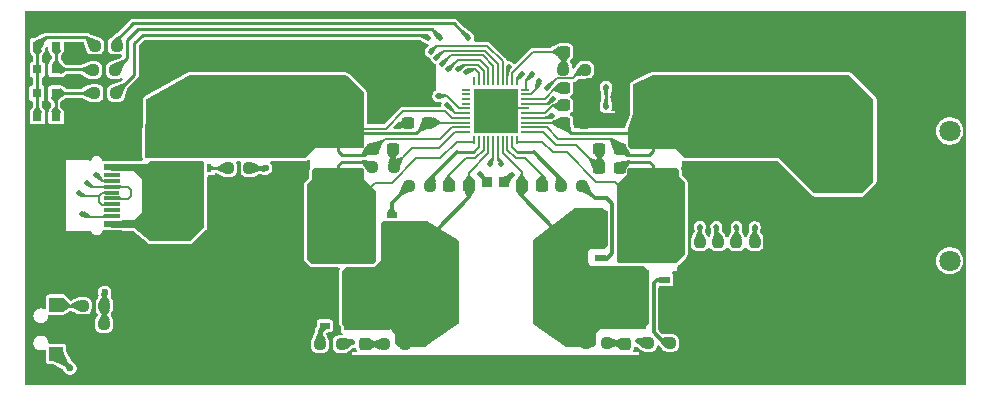
<source format=gtl>
%TF.GenerationSoftware,KiCad,Pcbnew,9.0.6*%
%TF.CreationDate,2025-12-05T19:35:01+01:00*%
%TF.ProjectId,ip2366,69703233-3636-42e6-9b69-6361645f7063,rev?*%
%TF.SameCoordinates,Original*%
%TF.FileFunction,Copper,L1,Top*%
%TF.FilePolarity,Positive*%
%FSLAX46Y46*%
G04 Gerber Fmt 4.6, Leading zero omitted, Abs format (unit mm)*
G04 Created by KiCad (PCBNEW 9.0.6) date 2025-12-05 19:35:01*
%MOMM*%
%LPD*%
G01*
G04 APERTURE LIST*
G04 Aperture macros list*
%AMRoundRect*
0 Rectangle with rounded corners*
0 $1 Rounding radius*
0 $2 $3 $4 $5 $6 $7 $8 $9 X,Y pos of 4 corners*
0 Add a 4 corners polygon primitive as box body*
4,1,4,$2,$3,$4,$5,$6,$7,$8,$9,$2,$3,0*
0 Add four circle primitives for the rounded corners*
1,1,$1+$1,$2,$3*
1,1,$1+$1,$4,$5*
1,1,$1+$1,$6,$7*
1,1,$1+$1,$8,$9*
0 Add four rect primitives between the rounded corners*
20,1,$1+$1,$2,$3,$4,$5,0*
20,1,$1+$1,$4,$5,$6,$7,0*
20,1,$1+$1,$6,$7,$8,$9,0*
20,1,$1+$1,$8,$9,$2,$3,0*%
G04 Aperture macros list end*
%TA.AperFunction,SMDPad,CuDef*%
%ADD10RoundRect,0.237500X-0.300000X-0.237500X0.300000X-0.237500X0.300000X0.237500X-0.300000X0.237500X0*%
%TD*%
%TA.AperFunction,SMDPad,CuDef*%
%ADD11RoundRect,0.237500X0.300000X0.237500X-0.300000X0.237500X-0.300000X-0.237500X0.300000X-0.237500X0*%
%TD*%
%TA.AperFunction,SMDPad,CuDef*%
%ADD12R,0.900000X0.580000*%
%TD*%
%TA.AperFunction,SMDPad,CuDef*%
%ADD13R,3.950000X4.600000*%
%TD*%
%TA.AperFunction,SMDPad,CuDef*%
%ADD14R,2.700000X1.630000*%
%TD*%
%TA.AperFunction,SMDPad,CuDef*%
%ADD15R,1.200000X1.200000*%
%TD*%
%TA.AperFunction,ComponentPad*%
%ADD16C,1.600000*%
%TD*%
%TA.AperFunction,SMDPad,CuDef*%
%ADD17RoundRect,0.237500X-0.250000X-0.237500X0.250000X-0.237500X0.250000X0.237500X-0.250000X0.237500X0*%
%TD*%
%TA.AperFunction,SMDPad,CuDef*%
%ADD18RoundRect,0.237500X-0.237500X0.300000X-0.237500X-0.300000X0.237500X-0.300000X0.237500X0.300000X0*%
%TD*%
%TA.AperFunction,SMDPad,CuDef*%
%ADD19R,0.400000X0.800000*%
%TD*%
%TA.AperFunction,SMDPad,CuDef*%
%ADD20R,1.700000X0.400000*%
%TD*%
%TA.AperFunction,SMDPad,CuDef*%
%ADD21R,2.600000X2.000000*%
%TD*%
%TA.AperFunction,SMDPad,CuDef*%
%ADD22RoundRect,0.237500X0.250000X0.237500X-0.250000X0.237500X-0.250000X-0.237500X0.250000X-0.237500X0*%
%TD*%
%TA.AperFunction,SMDPad,CuDef*%
%ADD23R,0.990000X0.880000*%
%TD*%
%TA.AperFunction,SMDPad,CuDef*%
%ADD24R,3.700000X3.700000*%
%TD*%
%TA.AperFunction,SMDPad,CuDef*%
%ADD25O,0.800000X0.200000*%
%TD*%
%TA.AperFunction,SMDPad,CuDef*%
%ADD26O,0.200000X0.800000*%
%TD*%
%TA.AperFunction,SMDPad,CuDef*%
%ADD27RoundRect,0.237500X-0.237500X0.250000X-0.237500X-0.250000X0.237500X-0.250000X0.237500X0.250000X0*%
%TD*%
%TA.AperFunction,SMDPad,CuDef*%
%ADD28R,0.800000X0.800000*%
%TD*%
%TA.AperFunction,SMDPad,CuDef*%
%ADD29R,0.810000X0.860000*%
%TD*%
%TA.AperFunction,SMDPad,CuDef*%
%ADD30RoundRect,0.249999X-1.425001X0.450001X-1.425001X-0.450001X1.425001X-0.450001X1.425001X0.450001X0*%
%TD*%
%TA.AperFunction,SMDPad,CuDef*%
%ADD31RoundRect,0.249999X1.425001X-0.450001X1.425001X0.450001X-1.425001X0.450001X-1.425001X-0.450001X0*%
%TD*%
%TA.AperFunction,SMDPad,CuDef*%
%ADD32R,1.490000X1.730000*%
%TD*%
%TA.AperFunction,ComponentPad*%
%ADD33O,2.100000X1.000000*%
%TD*%
%TA.AperFunction,ComponentPad*%
%ADD34O,1.800000X1.000000*%
%TD*%
%TA.AperFunction,SMDPad,CuDef*%
%ADD35R,1.315000X0.600000*%
%TD*%
%TA.AperFunction,SMDPad,CuDef*%
%ADD36R,1.315000X0.300000*%
%TD*%
%TA.AperFunction,SMDPad,CuDef*%
%ADD37R,1.307500X0.300000*%
%TD*%
%TA.AperFunction,SMDPad,CuDef*%
%ADD38R,4.180000X5.500000*%
%TD*%
%TA.AperFunction,ComponentPad*%
%ADD39C,2.500000*%
%TD*%
%TA.AperFunction,ComponentPad*%
%ADD40C,1.800000*%
%TD*%
%TA.AperFunction,ViaPad*%
%ADD41C,0.500000*%
%TD*%
%TA.AperFunction,ViaPad*%
%ADD42C,0.600000*%
%TD*%
%TA.AperFunction,Conductor*%
%ADD43C,0.200000*%
%TD*%
%TA.AperFunction,Conductor*%
%ADD44C,0.254000*%
%TD*%
%TA.AperFunction,Conductor*%
%ADD45C,0.400000*%
%TD*%
%TA.AperFunction,Conductor*%
%ADD46C,0.600000*%
%TD*%
%TA.AperFunction,Conductor*%
%ADD47C,0.560000*%
%TD*%
%TA.AperFunction,Conductor*%
%ADD48C,0.350000*%
%TD*%
%TA.AperFunction,Conductor*%
%ADD49C,0.300000*%
%TD*%
G04 APERTURE END LIST*
D10*
%TO.P,C5,1*%
%TO.N,VBUS*%
X114287500Y-64800000D03*
%TO.P,C5,2*%
%TO.N,GND*%
X116012500Y-64800000D03*
%TD*%
D11*
%TO.P,C14,1*%
%TO.N,+BATT*%
X150162500Y-59050000D03*
%TO.P,C14,2*%
%TO.N,Net-(U1-CSN2)*%
X148437500Y-59050000D03*
%TD*%
D12*
%TO.P,QLB1,1,S*%
%TO.N,GND*%
X125200000Y-70255000D03*
%TO.P,QLB1,2,S*%
X125200000Y-71525000D03*
%TO.P,QLB1,3,S*%
X125200000Y-72785000D03*
%TO.P,QLB1,4,G*%
%TO.N,Net-(QLB1-G)*%
X125200000Y-74055000D03*
%TO.P,QLB1,5,D*%
%TO.N,LX1*%
X131000000Y-74055000D03*
%TO.P,QLB1,6,D*%
X131000000Y-72785000D03*
%TO.P,QLB1,7,D*%
X131000000Y-71525000D03*
%TO.P,QLB1,8,D*%
X131000000Y-70255000D03*
D13*
%TO.P,QLB1,9,D*%
X128790000Y-72155000D03*
%TD*%
D14*
%TO.P,C19,1,1*%
%TO.N,+BATT*%
X152850000Y-54390000D03*
%TO.P,C19,2,2*%
%TO.N,GND*%
X152850000Y-51350000D03*
%TD*%
D15*
%TO.P,SW1,1,1*%
%TO.N,Net-(R19-Pad2)*%
X102450000Y-72250000D03*
%TO.P,SW1,2,2*%
%TO.N,+BATT*%
X102450000Y-76450000D03*
D16*
%TO.P,SW1,3,3*%
%TO.N,GND*%
X100850000Y-78100000D03*
%TO.P,SW1,4,4*%
X100850000Y-70600000D03*
%TD*%
D17*
%TO.P,R10,1*%
%TO.N,Net-(QLT1-G)*%
X132300000Y-62190000D03*
%TO.P,R10,2*%
%TO.N,HG1*%
X134125000Y-62190000D03*
%TD*%
%TO.P,R2,1*%
%TO.N,Net-(LED1--)*%
X105737500Y-50350000D03*
%TO.P,R2,2*%
%TO.N,LED3*%
X107562500Y-50350000D03*
%TD*%
D18*
%TO.P,C11,1*%
%TO.N,Net-(C11-Pad1)*%
X128600000Y-75597500D03*
%TO.P,C11,2*%
%TO.N,GND*%
X128600000Y-77322500D03*
%TD*%
D19*
%TO.P,Q1,1,S*%
%TO.N,VBUS*%
X113470000Y-60660000D03*
D20*
%TO.P,Q1,2,S*%
X114110000Y-60410000D03*
D19*
X114120000Y-60660000D03*
%TO.P,Q1,3,S*%
X114770000Y-60660000D03*
%TO.P,Q1,4,G*%
%TO.N,Net-(Q1-G)*%
X115420000Y-60660000D03*
%TO.P,Q1,5,D*%
%TO.N,VBUS1*%
X115450000Y-57800000D03*
%TO.P,Q1,6,D*%
X114800000Y-57800000D03*
%TO.P,Q1,7,D*%
X114150000Y-57800000D03*
%TO.P,Q1,8,D*%
X113500000Y-57800000D03*
D21*
%TO.P,Q1,9,D*%
X114460000Y-58810000D03*
%TD*%
D14*
%TO.P,C6,1,1*%
%TO.N,VBUS1*%
X126250000Y-54290000D03*
%TO.P,C6,2,2*%
%TO.N,GND*%
X126250000Y-51250000D03*
%TD*%
D22*
%TO.P,R11,1*%
%TO.N,Net-(QRT1-G)*%
X146975000Y-62190000D03*
%TO.P,R11,2*%
%TO.N,HG2*%
X145150000Y-62190000D03*
%TD*%
%TO.P,R7,1*%
%TO.N,LX1*%
X132012500Y-75615000D03*
%TO.P,R7,2*%
%TO.N,Net-(C11-Pad1)*%
X130187500Y-75615000D03*
%TD*%
D23*
%TO.P,D2,1,K*%
%TO.N,+BATT*%
X165430000Y-60510000D03*
%TO.P,D2,2,A*%
%TO.N,GND*%
X165430000Y-63890000D03*
%TD*%
D10*
%TO.P,R12,1*%
%TO.N,Net-(U1-CSN2)*%
X148437500Y-60650000D03*
%TO.P,R12,2*%
%TO.N,-BATT*%
X150162500Y-60650000D03*
%TD*%
D24*
%TO.P,U1,0,EPAD*%
%TO.N,GND*%
X139650000Y-55850000D03*
D25*
%TO.P,U1,1,TEST2*%
%TO.N,unconnected-(U1-TEST2-Pad1)*%
X137150000Y-54050000D03*
%TO.P,U1,2,TEST3*%
%TO.N,unconnected-(U1-TEST3-Pad2)*%
X137150000Y-54450000D03*
%TO.P,U1,3,TEST4*%
%TO.N,unconnected-(U1-TEST4-Pad3)*%
X137150000Y-54850000D03*
%TO.P,U1,4,TEST5*%
%TO.N,unconnected-(U1-TEST5-Pad4)*%
X137150000Y-55250000D03*
%TO.P,U1,5,VBUS*%
%TO.N,VBUS*%
X137150000Y-55650000D03*
%TO.P,U1,6,VBUSG*%
%TO.N,VBUSG*%
X137150000Y-56050000D03*
%TO.P,U1,7,VBUSI*%
%TO.N,VBUS1*%
X137150000Y-56450000D03*
%TO.P,U1,8,VIO*%
X137150000Y-56850000D03*
%TO.P,U1,9,CSP1*%
X137150000Y-57250000D03*
%TO.P,U1,10,CSN1*%
%TO.N,Net-(U1-CSN1)*%
X137150000Y-57650000D03*
D26*
%TO.P,U1,11,PCIN*%
%TO.N,VBUS-*%
X137850000Y-58350000D03*
%TO.P,U1,12,HG1*%
%TO.N,HG1*%
X138250000Y-58350000D03*
%TO.P,U1,13,BST1*%
%TO.N,Net-(U1-BST1)*%
X138650000Y-58350000D03*
%TO.P,U1,14,LX1*%
%TO.N,LX1*%
X139050000Y-58350000D03*
%TO.P,U1,15,LG1*%
%TO.N,LG1*%
X139450000Y-58350000D03*
%TO.P,U1,16,LG2*%
%TO.N,LG2*%
X139850000Y-58350000D03*
%TO.P,U1,17,LX2*%
%TO.N,LX2*%
X140250000Y-58350000D03*
%TO.P,U1,18,BST2*%
%TO.N,Net-(U1-BST2)*%
X140650000Y-58350000D03*
%TO.P,U1,19,HG2*%
%TO.N,HG2*%
X141050000Y-58350000D03*
%TO.P,U1,20,PCON*%
%TO.N,-BATT*%
X141450000Y-58350000D03*
D25*
%TO.P,U1,21,CSN2*%
%TO.N,Net-(U1-CSN2)*%
X142150000Y-57650000D03*
%TO.P,U1,22,CSP2*%
%TO.N,+BATT*%
X142150000Y-57250000D03*
%TO.P,U1,23,BAT*%
X142150000Y-56850000D03*
%TO.P,U1,24,CC_BDO*%
%TO.N,CC_BDO*%
X142150000Y-56450000D03*
%TO.P,U1,25,VCC5V*%
%TO.N,Net-(U1-VCC5V)*%
X142150000Y-56050000D03*
%TO.P,U1,26,AGND*%
%TO.N,GND*%
X142150000Y-55650000D03*
%TO.P,U1,27,GPIO4*%
%TO.N,BAT_NUM*%
X142150000Y-55250000D03*
%TO.P,U1,28,VCCIO*%
%TO.N,Net-(U1-VCCIO)*%
X142150000Y-54850000D03*
%TO.P,U1,29,GPIO3*%
%TO.N,PSET*%
X142150000Y-54450000D03*
%TO.P,U1,30,GPIO2*%
%TO.N,VSET*%
X142150000Y-54050000D03*
D26*
%TO.P,U1,31,GPIO1*%
%TO.N,LED3*%
X141450000Y-53350000D03*
%TO.P,U1,32,GPIO0*%
%TO.N,NTC*%
X141050000Y-53350000D03*
%TO.P,U1,33,EN*%
%TO.N,EN*%
X140650000Y-53350000D03*
%TO.P,U1,34,CC2*%
%TO.N,CC2*%
X140250000Y-53350000D03*
%TO.P,U1,35,DPC*%
%TO.N,DP*%
X139850000Y-53350000D03*
%TO.P,U1,36,DMC*%
%TO.N,DM*%
X139450000Y-53350000D03*
%TO.P,U1,37,CC1*%
%TO.N,CC1*%
X139050000Y-53350000D03*
%TO.P,U1,38,GPIO19*%
%TO.N,LED2*%
X138650000Y-53350000D03*
%TO.P,U1,39,GPIO20*%
%TO.N,LED1*%
X138250000Y-53350000D03*
%TO.P,U1,40,TEST1*%
%TO.N,unconnected-(U1-TEST1-Pad40)*%
X137850000Y-53350000D03*
%TD*%
D11*
%TO.P,C12,1*%
%TO.N,Net-(U1-BST2)*%
X143575000Y-62190000D03*
%TO.P,C12,2*%
%TO.N,LX2*%
X141850000Y-62190000D03*
%TD*%
D27*
%TO.P,R15,1*%
%TO.N,VSET*%
X161600000Y-66987500D03*
%TO.P,R15,2*%
%TO.N,GND*%
X161600000Y-68812500D03*
%TD*%
D11*
%TO.P,C15,1*%
%TO.N,GND*%
X147162500Y-53890000D03*
%TO.P,C15,2*%
%TO.N,Net-(U1-VCCIO)*%
X145437500Y-53890000D03*
%TD*%
D28*
%TO.P,LED2,1,-*%
%TO.N,Net-(LED1-+)*%
X102450000Y-52350000D03*
%TO.P,LED2,2,+*%
%TO.N,Net-(LED1--)*%
X100850000Y-52350000D03*
%TD*%
D11*
%TO.P,C16,1*%
%TO.N,GND*%
X147162500Y-55400000D03*
%TO.P,C16,2*%
%TO.N,Net-(U1-VCC5V)*%
X145437500Y-55400000D03*
%TD*%
D22*
%TO.P,R3,1*%
%TO.N,VBUSG*%
X118812500Y-60700000D03*
%TO.P,R3,2*%
%TO.N,Net-(Q1-G)*%
X116987500Y-60700000D03*
%TD*%
D14*
%TO.P,C2,1,1*%
%TO.N,VBUS1*%
X119550000Y-54305000D03*
%TO.P,C2,2,2*%
%TO.N,GND*%
X119550000Y-51265000D03*
%TD*%
D28*
%TO.P,LED3,1,-*%
%TO.N,Net-(LED1--)*%
X100800000Y-54350000D03*
%TO.P,LED3,2,+*%
%TO.N,Net-(LED3-+)*%
X102400000Y-54350000D03*
%TD*%
D14*
%TO.P,C4,1,1*%
%TO.N,VBUS1*%
X122905000Y-54305000D03*
%TO.P,C4,2,2*%
%TO.N,GND*%
X122905000Y-51265000D03*
%TD*%
D10*
%TO.P,C21,1*%
%TO.N,NTC*%
X145437500Y-50850000D03*
%TO.P,C21,2*%
%TO.N,GND*%
X147162500Y-50850000D03*
%TD*%
D11*
%TO.P,C17,1*%
%TO.N,GND*%
X147162500Y-56920000D03*
%TO.P,C17,2*%
%TO.N,+BATT*%
X145437500Y-56920000D03*
%TD*%
D17*
%TO.P,R1,1*%
%TO.N,Net-(LED1-+)*%
X105587500Y-52400000D03*
%TO.P,R1,2*%
%TO.N,LED1*%
X107412500Y-52400000D03*
%TD*%
%TO.P,R9,1*%
%TO.N,LX2*%
X147287500Y-75500000D03*
%TO.P,R9,2*%
%TO.N,Net-(C13-Pad1)*%
X149112500Y-75500000D03*
%TD*%
D22*
%TO.P,R20,1*%
%TO.N,EN*%
X106512500Y-73900000D03*
%TO.P,R20,2*%
%TO.N,GND*%
X104687500Y-73900000D03*
%TD*%
D16*
%TO.P,C1,1,1*%
%TO.N,VBUS1*%
X113750000Y-54500000D03*
%TO.P,C1,2,2*%
%TO.N,GND*%
X113750000Y-51000000D03*
%TD*%
D27*
%TO.P,R16,1*%
%TO.N,PSET*%
X158500000Y-66987500D03*
%TO.P,R16,2*%
%TO.N,GND*%
X158500000Y-68812500D03*
%TD*%
D29*
%TO.P,RNTC1,1,1*%
%TO.N,Net-(R21-Pad2)*%
X140400000Y-61850000D03*
%TO.P,RNTC1,2,2*%
%TO.N,GND*%
X138900000Y-61850000D03*
%TD*%
D22*
%TO.P,R19,1*%
%TO.N,EN*%
X106525000Y-72350000D03*
%TO.P,R19,2*%
%TO.N,Net-(R19-Pad2)*%
X104700000Y-72350000D03*
%TD*%
D23*
%TO.P,D1,1,K*%
%TO.N,VBUS*%
X112650000Y-65710000D03*
%TO.P,D1,2,A*%
%TO.N,GND*%
X112650000Y-69090000D03*
%TD*%
D30*
%TO.P,R5,1,1*%
%TO.N,VBUS1*%
X126350000Y-56800000D03*
%TO.P,R5,2,2*%
%TO.N,VBUS-*%
X126350000Y-62900000D03*
%TD*%
D11*
%TO.P,C9,1*%
%TO.N,Net-(U1-CSN1)*%
X130962500Y-59050000D03*
%TO.P,C9,2*%
%TO.N,VBUS1*%
X129237500Y-59050000D03*
%TD*%
%TO.P,C8,1*%
%TO.N,VBUS1*%
X133962500Y-56850000D03*
%TO.P,C8,2*%
%TO.N,GND*%
X132237500Y-56850000D03*
%TD*%
D17*
%TO.P,R8,1*%
%TO.N,Net-(QLB1-G)*%
X124787500Y-75600000D03*
%TO.P,R8,2*%
%TO.N,LG1*%
X126612500Y-75600000D03*
%TD*%
D22*
%TO.P,R4,1*%
%TO.N,LED2*%
X107512500Y-54350000D03*
%TO.P,R4,2*%
%TO.N,Net-(LED3-+)*%
X105687500Y-54350000D03*
%TD*%
D16*
%TO.P,C23,1,1*%
%TO.N,+BATT*%
X165450000Y-55050000D03*
%TO.P,C23,2,2*%
%TO.N,GND*%
X165450000Y-51550000D03*
%TD*%
D14*
%TO.P,C20,1,1*%
%TO.N,+BATT*%
X156225000Y-54390000D03*
%TO.P,C20,2,2*%
%TO.N,GND*%
X156225000Y-51350000D03*
%TD*%
D28*
%TO.P,LED1,1,-*%
%TO.N,Net-(LED1--)*%
X100850000Y-50350000D03*
%TO.P,LED1,2,+*%
%TO.N,Net-(LED1-+)*%
X102450000Y-50350000D03*
%TD*%
D22*
%TO.P,R6,1*%
%TO.N,Net-(U1-CSN1)*%
X131025000Y-60600000D03*
%TO.P,R6,2*%
%TO.N,VBUS-*%
X129200000Y-60600000D03*
%TD*%
D10*
%TO.P,C10,1*%
%TO.N,Net-(U1-BST1)*%
X135700000Y-62190000D03*
%TO.P,C10,2*%
%TO.N,LX1*%
X137425000Y-62190000D03*
%TD*%
D14*
%TO.P,C22,1,1*%
%TO.N,+BATT*%
X159600000Y-54390000D03*
%TO.P,C22,2,2*%
%TO.N,GND*%
X159600000Y-51350000D03*
%TD*%
D27*
%TO.P,R18,1*%
%TO.N,CC_BDO*%
X156950000Y-66987500D03*
%TO.P,R18,2*%
%TO.N,GND*%
X156950000Y-68812500D03*
%TD*%
D12*
%TO.P,QRT1,1,S*%
%TO.N,LX2*%
X148500000Y-64550000D03*
%TO.P,QRT1,2,S*%
X148500000Y-65820000D03*
%TO.P,QRT1,3,S*%
X148500000Y-67080000D03*
%TO.P,QRT1,4,G*%
%TO.N,Net-(QRT1-G)*%
X148500000Y-68350000D03*
%TO.P,QRT1,5,D*%
%TO.N,-BATT*%
X154300000Y-68350000D03*
%TO.P,QRT1,6,D*%
X154300000Y-67080000D03*
%TO.P,QRT1,7,D*%
X154300000Y-65820000D03*
%TO.P,QRT1,8,D*%
X154300000Y-64550000D03*
D13*
%TO.P,QRT1,9,D*%
X152090000Y-66450000D03*
%TD*%
D31*
%TO.P,R13,1,1*%
%TO.N,-BATT*%
X152950000Y-62900000D03*
%TO.P,R13,2,2*%
%TO.N,+BATT*%
X152950000Y-56800000D03*
%TD*%
D18*
%TO.P,C13,1*%
%TO.N,Net-(C13-Pad1)*%
X150650000Y-75562500D03*
%TO.P,C13,2*%
%TO.N,GND*%
X150650000Y-77287500D03*
%TD*%
D32*
%TO.P,C3,1,1*%
%TO.N,VBUS*%
X114050000Y-62850000D03*
%TO.P,C3,2,2*%
%TO.N,GND*%
X117230000Y-62850000D03*
%TD*%
D12*
%TO.P,QLT1,1,S*%
%TO.N,LX1*%
X130850000Y-68450000D03*
%TO.P,QLT1,2,S*%
X130850000Y-67180000D03*
%TO.P,QLT1,3,S*%
X130850000Y-65920000D03*
%TO.P,QLT1,4,G*%
%TO.N,Net-(QLT1-G)*%
X130850000Y-64650000D03*
%TO.P,QLT1,5,D*%
%TO.N,VBUS-*%
X125050000Y-64650000D03*
%TO.P,QLT1,6,D*%
X125050000Y-65920000D03*
%TO.P,QLT1,7,D*%
X125050000Y-67180000D03*
%TO.P,QLT1,8,D*%
X125050000Y-68450000D03*
D13*
%TO.P,QLT1,9,D*%
X127260000Y-66550000D03*
%TD*%
D12*
%TO.P,QRB1,1,S*%
%TO.N,GND*%
X154000000Y-73950000D03*
%TO.P,QRB1,2,S*%
X154000000Y-72680000D03*
%TO.P,QRB1,3,S*%
X154000000Y-71420000D03*
%TO.P,QRB1,4,G*%
%TO.N,Net-(QRB1-G)*%
X154000000Y-70150000D03*
%TO.P,QRB1,5,D*%
%TO.N,LX2*%
X148200000Y-70150000D03*
%TO.P,QRB1,6,D*%
X148200000Y-71420000D03*
%TO.P,QRB1,7,D*%
X148200000Y-72680000D03*
%TO.P,QRB1,8,D*%
X148200000Y-73950000D03*
D13*
%TO.P,QRB1,9,D*%
X150410000Y-72050000D03*
%TD*%
D27*
%TO.P,R17,1*%
%TO.N,BAT_NUM*%
X160050000Y-66987500D03*
%TO.P,R17,2*%
%TO.N,GND*%
X160050000Y-68812500D03*
%TD*%
D33*
%TO.P,USB1,1,SHELL*%
%TO.N,GND*%
X106400000Y-58700000D03*
%TO.P,USB1,2,SHELL*%
X106400000Y-67340000D03*
D34*
%TO.P,USB1,3,SHELL*%
X102250000Y-58700000D03*
%TO.P,USB1,4,SHELL*%
X102250000Y-67340000D03*
D35*
%TO.P,USB1,A1B12,GND*%
X107210000Y-59820000D03*
%TO.P,USB1,A4B9,VBUS*%
%TO.N,VBUS*%
X107210000Y-60620000D03*
D36*
%TO.P,USB1,A5,CC1*%
%TO.N,CC1*%
X107210000Y-61770000D03*
D37*
%TO.P,USB1,A6,DP1*%
%TO.N,DP*%
X107213750Y-62770000D03*
D36*
%TO.P,USB1,A7,DN1*%
%TO.N,DM*%
X107210000Y-63270000D03*
%TO.P,USB1,A8,SBU1*%
%TO.N,unconnected-(USB1-SBU1-PadA8)*%
X107210000Y-64270000D03*
D35*
%TO.P,USB1,B1A12,GND*%
%TO.N,GND*%
X107210000Y-66220000D03*
%TO.P,USB1,B4A9,VBUS*%
%TO.N,VBUS*%
X107210000Y-65420000D03*
D36*
%TO.P,USB1,B5,CC2*%
%TO.N,CC2*%
X107210000Y-64770000D03*
%TO.P,USB1,B6,DP2*%
%TO.N,DP*%
X107210000Y-63770000D03*
%TO.P,USB1,B7,DN2*%
%TO.N,DM*%
X107210000Y-62270000D03*
%TO.P,USB1,B8,SBU2*%
%TO.N,unconnected-(USB1-SBU2-PadB8)*%
X107210000Y-61270000D03*
%TD*%
D38*
%TO.P,L1,1,1*%
%TO.N,LX1*%
X134260000Y-70450000D03*
%TO.P,L1,2,2*%
%TO.N,LX2*%
X145040000Y-70450000D03*
%TD*%
D18*
%TO.P,C18,1*%
%TO.N,+BATT*%
X162775000Y-59012500D03*
%TO.P,C18,2*%
%TO.N,GND*%
X162775000Y-60737500D03*
%TD*%
D17*
%TO.P,R21,1*%
%TO.N,NTC*%
X145387500Y-52370000D03*
%TO.P,R21,2*%
%TO.N,Net-(R21-Pad2)*%
X147212500Y-52370000D03*
%TD*%
D11*
%TO.P,C7,1*%
%TO.N,VBUS1*%
X110662500Y-57000000D03*
%TO.P,C7,2*%
%TO.N,GND*%
X108937500Y-57000000D03*
%TD*%
D39*
%TO.P,CN1,1,-*%
%TO.N,GND*%
X168100000Y-65550000D03*
%TO.P,CN1,2,+*%
%TO.N,+BATT*%
X168100000Y-60550000D03*
D40*
%TO.P,CN1,3,3*%
%TO.N,unconnected-(CN1-Pad3)*%
X178100000Y-57550000D03*
%TO.P,CN1,4,4*%
%TO.N,unconnected-(CN1-Pad4)*%
X178100000Y-68550000D03*
%TD*%
D22*
%TO.P,R14,1*%
%TO.N,Net-(QRB1-G)*%
X154412500Y-75500000D03*
%TO.P,R14,2*%
%TO.N,LG2*%
X152587500Y-75500000D03*
%TD*%
D28*
%TO.P,LED4,1,-*%
%TO.N,Net-(LED3-+)*%
X102450000Y-56350000D03*
%TO.P,LED4,2,+*%
%TO.N,Net-(LED1--)*%
X100850000Y-56350000D03*
%TD*%
D41*
%TO.N,GND*%
X154650000Y-77350000D03*
X170650000Y-76250000D03*
X111200000Y-51850000D03*
X140650000Y-77350000D03*
X123550000Y-51850000D03*
X130667000Y-52267000D03*
X167850000Y-50650000D03*
X159150000Y-61750000D03*
X167850000Y-51250000D03*
X155269000Y-71485000D03*
X111800000Y-51250000D03*
X121750000Y-50650000D03*
X138249000Y-54452000D03*
X118150000Y-51250000D03*
X121150000Y-51850000D03*
X122667000Y-70267000D03*
X163950000Y-61750000D03*
X170650000Y-74250000D03*
X158550000Y-61150000D03*
X122667000Y-74267000D03*
X160350000Y-61150000D03*
X164650000Y-68250000D03*
X118667000Y-74267000D03*
X160350000Y-62350000D03*
X149650000Y-77350000D03*
X141049000Y-55152000D03*
X164667000Y-76267000D03*
X111800000Y-50650000D03*
X153450000Y-50650000D03*
X111200000Y-52450000D03*
X120667000Y-68267000D03*
X114660000Y-68270000D03*
X102667000Y-68267000D03*
X176667000Y-66267000D03*
X160950000Y-61150000D03*
X158250000Y-50650000D03*
X156667000Y-72267000D03*
X110667000Y-70267000D03*
X174667000Y-58267000D03*
X127650000Y-77350000D03*
X178650000Y-76250000D03*
X174650000Y-72250000D03*
X118667000Y-72267000D03*
X134650000Y-77350000D03*
X122667000Y-76267000D03*
X163650000Y-51250000D03*
X115150000Y-51850000D03*
X172667000Y-54267000D03*
X170650000Y-70250000D03*
X127750000Y-51250000D03*
X176650000Y-78250000D03*
X102667000Y-66267000D03*
X130650000Y-77350000D03*
X178667000Y-64267000D03*
X139649000Y-57252000D03*
X123650000Y-77350000D03*
X116667000Y-66267000D03*
X168650000Y-68250000D03*
X124750000Y-51250000D03*
X174650000Y-70250000D03*
X164250000Y-51850000D03*
X136650000Y-77350000D03*
X176650000Y-76250000D03*
X160950000Y-61750000D03*
X119950000Y-51250000D03*
X174650000Y-68250000D03*
X116950000Y-51850000D03*
X174667000Y-62267000D03*
X176673000Y-50273000D03*
X178667000Y-54267000D03*
X178667000Y-66267000D03*
X114667000Y-74267000D03*
X157950000Y-62350000D03*
X112400000Y-51850000D03*
X166650000Y-50650000D03*
X140349000Y-54452000D03*
X141049000Y-54452000D03*
X164250000Y-50650000D03*
X159750000Y-61150000D03*
X158850000Y-51250000D03*
X159150000Y-62350000D03*
X122667000Y-64267000D03*
X121750000Y-51250000D03*
X167850000Y-51850000D03*
X138949000Y-55152000D03*
X174673000Y-50273000D03*
X168650000Y-76250000D03*
X158550000Y-61750000D03*
X115150000Y-50650000D03*
X115750000Y-51850000D03*
X160050000Y-50650000D03*
X172667000Y-60267000D03*
X156150000Y-60550000D03*
X110600000Y-51850000D03*
X176667000Y-60267000D03*
X130667000Y-54267000D03*
X160667000Y-74267000D03*
X116667000Y-72267000D03*
X112667000Y-76267000D03*
X117550000Y-51850000D03*
X124750000Y-51850000D03*
X120667000Y-66267000D03*
X161550000Y-62350000D03*
X125650000Y-77350000D03*
X111800000Y-52450000D03*
X140349000Y-57252000D03*
X174667000Y-64267000D03*
X153450000Y-51250000D03*
X170670000Y-52270000D03*
X172650000Y-68250000D03*
X157650000Y-50650000D03*
X111200000Y-53050000D03*
X162667000Y-74267000D03*
X163350000Y-62350000D03*
X133650000Y-77350000D03*
X124000000Y-71480000D03*
X122950000Y-50650000D03*
X119350000Y-51850000D03*
X178667000Y-62267000D03*
X158850000Y-51850000D03*
X111800000Y-51850000D03*
X156750000Y-61150000D03*
X163950000Y-62350000D03*
X122667000Y-68267000D03*
X174667000Y-60267000D03*
X163050000Y-51850000D03*
X124000000Y-72080000D03*
X154669000Y-72085000D03*
X161550000Y-61750000D03*
X112400000Y-52450000D03*
X116950000Y-51250000D03*
X106590000Y-56180000D03*
X148200000Y-55401999D03*
X120667000Y-64267000D03*
X158667000Y-72267000D03*
X152850000Y-50650000D03*
X108660000Y-72270000D03*
X142667000Y-48267000D03*
X163050000Y-50650000D03*
X161250000Y-51250000D03*
X121750000Y-51850000D03*
X178667000Y-48267000D03*
X174667000Y-56267000D03*
X176670000Y-52270000D03*
X176650000Y-74250000D03*
X174650000Y-78250000D03*
X124150000Y-50650000D03*
X139649000Y-55152000D03*
X138949000Y-56552000D03*
X178670000Y-52270000D03*
X172670000Y-52270000D03*
X155269000Y-72685000D03*
X148050000Y-50350000D03*
X172673000Y-50273000D03*
X176667000Y-68267000D03*
X160670000Y-76270000D03*
X155850000Y-51250000D03*
X120670000Y-62270000D03*
X166650000Y-68250000D03*
X111200000Y-51250000D03*
X152850000Y-51850000D03*
X124000000Y-70880000D03*
X172667000Y-64267000D03*
X148667000Y-48267000D03*
X138949000Y-57252000D03*
X156750000Y-60550000D03*
X123550000Y-50650000D03*
X140667000Y-50267000D03*
X166667000Y-64267000D03*
X126550000Y-51250000D03*
X170650000Y-72250000D03*
X164650000Y-70250000D03*
X119950000Y-51850000D03*
X115750000Y-51250000D03*
X106600000Y-57400000D03*
X146650000Y-77350000D03*
X122350000Y-51850000D03*
X168650000Y-70250000D03*
X116660000Y-68270000D03*
X116350000Y-50650000D03*
X132700000Y-54000000D03*
X132650000Y-77350000D03*
X118667000Y-70267000D03*
X139649000Y-56552000D03*
X153450000Y-51850000D03*
X156750000Y-61750000D03*
X170670000Y-48270000D03*
X120550000Y-51850000D03*
X110667000Y-74267000D03*
X126550000Y-50650000D03*
X174667000Y-66267000D03*
X172667000Y-58267000D03*
X158550000Y-62350000D03*
X129650000Y-77350000D03*
X158250000Y-51250000D03*
X145650000Y-77350000D03*
X174650000Y-76250000D03*
X138667000Y-48267000D03*
X157350000Y-61750000D03*
X144667000Y-48267000D03*
X118667000Y-66267000D03*
X155269000Y-73285000D03*
X157950000Y-61150000D03*
X158250000Y-51850000D03*
X122950000Y-51850000D03*
X161250000Y-51850000D03*
X178667000Y-60267000D03*
X124000000Y-72680000D03*
X160650000Y-51250000D03*
X110667000Y-72267000D03*
X125950000Y-51850000D03*
X159150000Y-61150000D03*
X155250000Y-51850000D03*
X138249000Y-55152000D03*
X161850000Y-51250000D03*
X156450000Y-51250000D03*
X157950000Y-60550000D03*
X166650000Y-51850000D03*
X156650000Y-77350000D03*
X125350000Y-51850000D03*
X124650000Y-77350000D03*
X163650000Y-51850000D03*
X159450000Y-51250000D03*
X162450000Y-51250000D03*
X102667000Y-64267000D03*
X164250000Y-51250000D03*
X119950000Y-50650000D03*
X172650000Y-70250000D03*
X156450000Y-50650000D03*
X162670000Y-76270000D03*
X141049000Y-55852000D03*
X131400000Y-57150000D03*
X162667000Y-72267000D03*
X108667000Y-76267000D03*
X118667000Y-68267000D03*
X154050000Y-51250000D03*
X161550000Y-60550000D03*
X151650000Y-77350000D03*
X157350000Y-62350000D03*
X110600000Y-53050000D03*
X125350000Y-51250000D03*
X138949000Y-55852000D03*
X116667000Y-70267000D03*
X159450000Y-51850000D03*
X152850000Y-51250000D03*
X167250000Y-50650000D03*
X166650000Y-76250000D03*
X125200000Y-72080000D03*
X157350000Y-60550000D03*
X102667000Y-60267000D03*
X160050000Y-51850000D03*
X162450000Y-50650000D03*
X148200000Y-53952107D03*
X120667000Y-76267000D03*
X176667000Y-48267000D03*
X138249000Y-55852000D03*
X160050000Y-51250000D03*
X160350000Y-61750000D03*
X160650000Y-50650000D03*
X172667000Y-66267000D03*
X156667000Y-74267000D03*
X120550000Y-50650000D03*
X154050000Y-50650000D03*
X112667000Y-72267000D03*
X157350000Y-61150000D03*
X156667000Y-76267000D03*
X159750000Y-60550000D03*
X140349000Y-55152000D03*
X154069000Y-73285000D03*
X125350000Y-50650000D03*
X158670000Y-76270000D03*
X127150000Y-51850000D03*
X170670000Y-50270000D03*
X138650000Y-77350000D03*
X155269000Y-72085000D03*
X161850000Y-51850000D03*
X140349000Y-55852000D03*
X160667000Y-72267000D03*
X125200000Y-70880000D03*
X168650000Y-74250000D03*
X108667000Y-74267000D03*
X110667000Y-76267000D03*
X115150000Y-51250000D03*
X124150000Y-51850000D03*
X141049000Y-56552000D03*
X119350000Y-50650000D03*
X164667000Y-74267000D03*
X126550000Y-51850000D03*
X167250000Y-51850000D03*
X157050000Y-51250000D03*
X174667000Y-54267000D03*
X115750000Y-50650000D03*
X157950000Y-61750000D03*
X163950000Y-61150000D03*
X120550000Y-51250000D03*
X109250000Y-54100000D03*
X162750000Y-62350000D03*
X118667000Y-76267000D03*
X161550000Y-61150000D03*
X161250000Y-50650000D03*
X117550000Y-50650000D03*
X108667000Y-68267000D03*
X158667000Y-74267000D03*
X110600000Y-51250000D03*
X154650000Y-51850000D03*
X110600000Y-52450000D03*
X120667000Y-74267000D03*
X122350000Y-50650000D03*
X114667000Y-76267000D03*
X155250000Y-51250000D03*
X117550000Y-51250000D03*
X178673000Y-50273000D03*
X126650000Y-77350000D03*
X166650000Y-70250000D03*
X154069000Y-72085000D03*
X122350000Y-51250000D03*
X139650000Y-55850000D03*
X122670000Y-62270000D03*
X148650000Y-77350000D03*
X121150000Y-50650000D03*
X140667000Y-48267000D03*
X157050000Y-51850000D03*
X162450000Y-51850000D03*
X124150000Y-51250000D03*
X110600000Y-50650000D03*
X152650000Y-77350000D03*
X120667000Y-72267000D03*
X138949000Y-54452000D03*
X155269000Y-73885000D03*
X120667000Y-70267000D03*
X154650000Y-51250000D03*
X118150000Y-50650000D03*
X157650000Y-51850000D03*
X159750000Y-61750000D03*
X154650000Y-50650000D03*
X102667000Y-62267000D03*
X157050000Y-50650000D03*
X121150000Y-51250000D03*
X172667000Y-48267000D03*
X118750000Y-51850000D03*
X158550000Y-60550000D03*
X153650000Y-77350000D03*
X125950000Y-50650000D03*
X178650000Y-74250000D03*
X124000000Y-70280000D03*
X159750000Y-62350000D03*
X167250000Y-51250000D03*
X176650000Y-72250000D03*
X142650000Y-77350000D03*
X116350000Y-51850000D03*
X159450000Y-50650000D03*
X125950000Y-51250000D03*
X160650000Y-51850000D03*
X108660000Y-70270000D03*
X155650000Y-77350000D03*
X111200000Y-50650000D03*
X118670000Y-62270000D03*
X127150000Y-51250000D03*
X141650000Y-77350000D03*
X141049000Y-57252000D03*
X112667000Y-70267000D03*
X138249000Y-57252000D03*
X172650000Y-72250000D03*
X176667000Y-54267000D03*
X176667000Y-64267000D03*
X178650000Y-72250000D03*
X112667000Y-74267000D03*
X170650000Y-68250000D03*
X139649000Y-54452000D03*
X114667000Y-70267000D03*
X168650000Y-72250000D03*
X148200000Y-56802000D03*
X163050000Y-51250000D03*
X159150000Y-60550000D03*
X170667000Y-66267000D03*
X155850000Y-51850000D03*
X110660000Y-68280000D03*
X122667000Y-72267000D03*
X122950000Y-51250000D03*
X143650000Y-77350000D03*
X119350000Y-51250000D03*
X160950000Y-62350000D03*
X122667000Y-66267000D03*
X118750000Y-50650000D03*
X116950000Y-50650000D03*
X166650000Y-51250000D03*
X124600000Y-72080000D03*
X124600000Y-70880000D03*
X154669000Y-73285000D03*
X155250000Y-50650000D03*
X155850000Y-50650000D03*
X178667000Y-56267000D03*
X127750000Y-51850000D03*
X138249000Y-56552000D03*
X137650000Y-77350000D03*
X118150000Y-51850000D03*
X178650000Y-78250000D03*
X172650000Y-78250000D03*
X174667000Y-48267000D03*
X154050000Y-51850000D03*
X111800000Y-53050000D03*
X114667000Y-72267000D03*
X116667000Y-74267000D03*
X158850000Y-50650000D03*
X124750000Y-50650000D03*
X116667000Y-76267000D03*
X140349000Y-56552000D03*
X112400000Y-51250000D03*
X166667000Y-72267000D03*
X176667000Y-56267000D03*
X172650000Y-74250000D03*
X128667000Y-52267000D03*
X139650000Y-77350000D03*
X127150000Y-50650000D03*
X156450000Y-51850000D03*
X123550000Y-51250000D03*
X157650000Y-51250000D03*
X161850000Y-50650000D03*
X144650000Y-77350000D03*
X127750000Y-50650000D03*
X131650000Y-77350000D03*
X116350000Y-51250000D03*
X176667000Y-62267000D03*
X160350000Y-60550000D03*
X122650000Y-77350000D03*
X163650000Y-50650000D03*
X162150000Y-62350000D03*
X118667000Y-64267000D03*
X160950000Y-60550000D03*
X146667000Y-48267000D03*
X147650000Y-77350000D03*
X118750000Y-51250000D03*
X174670000Y-52270000D03*
X172667000Y-62267000D03*
X138310000Y-61200000D03*
X172667000Y-56267000D03*
X164667000Y-72267000D03*
X135650000Y-77350000D03*
X166667000Y-74267000D03*
D42*
%TO.N,VBUS*%
X109887500Y-60625000D03*
D41*
X134800000Y-54600000D03*
%TO.N,LX1*%
X129510000Y-71380000D03*
X128110000Y-73480000D03*
X128810000Y-71380000D03*
X127410000Y-73480000D03*
X129510000Y-73480000D03*
X128810000Y-72780000D03*
X130210000Y-70680000D03*
X129510000Y-72080000D03*
X130210000Y-72080000D03*
X130210000Y-73480000D03*
X129510000Y-72780000D03*
X130210000Y-72780000D03*
X127410000Y-71380000D03*
X127410000Y-72080000D03*
X128810000Y-70680000D03*
X127410000Y-70680000D03*
X128810000Y-73480000D03*
X128110000Y-71380000D03*
X128810000Y-72080000D03*
X130210000Y-71380000D03*
X129510000Y-70680000D03*
X128110000Y-70680000D03*
X127410000Y-72780000D03*
X128110000Y-72080000D03*
X128110000Y-72780000D03*
%TO.N,LX2*%
X149760000Y-73380000D03*
X150460000Y-73380000D03*
X150460000Y-72680000D03*
X149060000Y-73380000D03*
X149060000Y-72680000D03*
X151860000Y-73380000D03*
X151160000Y-71980000D03*
X151160000Y-71280000D03*
X149060000Y-71980000D03*
X151860000Y-71980000D03*
X150460000Y-70580000D03*
X149060000Y-71280000D03*
X149760000Y-71280000D03*
X151160000Y-73380000D03*
X151160000Y-72680000D03*
X150460000Y-71280000D03*
X150460000Y-71980000D03*
X149760000Y-72680000D03*
X151860000Y-70580000D03*
X149760000Y-70580000D03*
X151860000Y-71280000D03*
X151860000Y-72680000D03*
X149760000Y-71980000D03*
X149060000Y-70580000D03*
X151160000Y-70580000D03*
D42*
%TO.N,+BATT*%
X103625000Y-77650000D03*
D41*
%TO.N,VBUS-*%
X127339000Y-67250000D03*
X125939000Y-67950000D03*
X128694000Y-65106000D03*
X128739000Y-67950000D03*
X125939000Y-67250000D03*
X126639000Y-65150000D03*
X128739000Y-67250000D03*
X128739000Y-65850000D03*
X127350000Y-66550000D03*
X128039000Y-67950000D03*
X127994000Y-65806000D03*
X126639000Y-66550000D03*
X126639000Y-65850000D03*
X127339000Y-65850000D03*
X127339000Y-65150000D03*
X128039000Y-65150000D03*
X126639000Y-67250000D03*
X128739000Y-66550000D03*
X125939000Y-65150000D03*
X125939000Y-65850000D03*
X126639000Y-67950000D03*
X128039000Y-67250000D03*
X128039000Y-66550000D03*
X127339000Y-67950000D03*
X125939000Y-66550000D03*
%TO.N,-BATT*%
X151961000Y-65049000D03*
X150561000Y-66449000D03*
X152661000Y-67149000D03*
X153361000Y-66449000D03*
X151261000Y-66449000D03*
X152661000Y-65749000D03*
X152661000Y-66449000D03*
X150561000Y-65749000D03*
X151261000Y-67849000D03*
X153361000Y-67149000D03*
X151961000Y-67149000D03*
X152661000Y-67849000D03*
X151961000Y-65751000D03*
X152661000Y-65049000D03*
X153361000Y-65049000D03*
X150561000Y-65049000D03*
X151961000Y-66450000D03*
X153361000Y-67849000D03*
X150561000Y-67149000D03*
X151261000Y-67149000D03*
X153361000Y-65749000D03*
X150561000Y-67849000D03*
X151961000Y-67849000D03*
X151261000Y-65749000D03*
X151261000Y-65049000D03*
%TO.N,LED1*%
X134950000Y-49650000D03*
X137150000Y-52550000D03*
%TO.N,LED3*%
X137350000Y-49650000D03*
X141850000Y-52750000D03*
%TO.N,VBUSG*%
X135573857Y-55372056D03*
D42*
X120200000Y-60700000D03*
D41*
%TO.N,LED2*%
X136450000Y-52350000D03*
X133950000Y-49650000D03*
%TO.N,LG1*%
X127510000Y-75420000D03*
X139150000Y-60350000D03*
%TO.N,LG2*%
X140150000Y-60350000D03*
X151740000Y-75340000D03*
%TO.N,VSET*%
X142750000Y-52750000D03*
X161600000Y-65700000D03*
%TO.N,PSET*%
X143350000Y-53350000D03*
X149000000Y-53800000D03*
X149000000Y-55550000D03*
X158350000Y-65650000D03*
%TO.N,BAT_NUM*%
X160050000Y-65650000D03*
X144550000Y-54850000D03*
%TO.N,CC_BDO*%
X156950000Y-65650000D03*
X144450000Y-56250000D03*
%TO.N,CC1*%
X105850000Y-61250000D03*
X135650000Y-52350000D03*
%TO.N,DM*%
X105050000Y-61950000D03*
X135150000Y-51850000D03*
%TO.N,DP*%
X134650000Y-51350000D03*
X104350000Y-62850000D03*
%TO.N,CC2*%
X134150000Y-50850000D03*
X104650000Y-64550000D03*
%TO.N,EN*%
X140750000Y-52150000D03*
D42*
X106550000Y-71200000D03*
D41*
%TO.N,Net-(R21-Pad2)*%
X143970067Y-53929933D03*
X141020000Y-61250000D03*
%TD*%
D43*
%TO.N,VBUS1*%
X135342000Y-55843000D02*
X131857000Y-55843000D01*
D44*
X128550000Y-59551000D02*
X129051000Y-59051000D01*
X126650000Y-59551000D02*
X128550000Y-59551000D01*
D43*
X135949000Y-57250000D02*
X134953000Y-58246000D01*
D44*
X126350000Y-59249000D02*
X126650000Y-59551000D01*
D43*
X137049000Y-56450000D02*
X135949000Y-56450000D01*
D44*
X129051000Y-59051000D02*
X129449000Y-59051000D01*
D43*
X137049000Y-57250000D02*
X135949000Y-57250000D01*
D44*
X126350000Y-56785000D02*
X126350000Y-59249000D01*
D43*
X135949000Y-56450000D02*
X135342000Y-55843000D01*
D44*
X132952000Y-57750000D02*
X127300000Y-57750000D01*
D43*
X131857000Y-55843000D02*
X130351000Y-57349000D01*
X130351000Y-57349000D02*
X126899000Y-57349000D01*
X137049000Y-56851000D02*
X133851000Y-56851000D01*
X137049000Y-56851000D02*
X137049000Y-56851000D01*
X134953000Y-58246000D02*
X130254000Y-58246000D01*
D44*
X127300000Y-57750000D02*
X126350000Y-56800000D01*
D43*
X130254000Y-58246000D02*
X129449000Y-59051000D01*
X126899000Y-57349000D02*
X126350000Y-56800000D01*
D44*
X133851000Y-56851000D02*
X132952000Y-57750000D01*
%TO.N,GND*%
X138310000Y-61200000D02*
X138310000Y-61260000D01*
D43*
X139851000Y-55650000D02*
X139650000Y-55850000D01*
X142251000Y-55650000D02*
X139851000Y-55650000D01*
D45*
X131700000Y-56850000D02*
X132237500Y-56850000D01*
D44*
X138310000Y-61260000D02*
X138900000Y-61850000D01*
D45*
X131400000Y-57150000D02*
X131700000Y-56850000D01*
D43*
%TO.N,VBUS*%
X135510322Y-54600000D02*
X136560322Y-55650000D01*
D46*
X112360000Y-65420000D02*
X112650000Y-65710000D01*
D47*
X109882500Y-60620000D02*
X109887500Y-60625000D01*
D46*
X107210000Y-60620000D02*
X109882500Y-60620000D01*
X107210000Y-65420000D02*
X112360000Y-65420000D01*
D43*
X136560322Y-55650000D02*
X137150000Y-55650000D01*
D47*
X107210000Y-60620000D02*
X107215000Y-60625000D01*
D43*
X134800000Y-54600000D02*
X135510322Y-54600000D01*
%TO.N,Net-(U1-CSN1)*%
X137049000Y-57651000D02*
X136249000Y-57651000D01*
X132604000Y-58995000D02*
X130948000Y-60651000D01*
D44*
X130902000Y-59102000D02*
X130902000Y-60651000D01*
D43*
X136249000Y-57651000D02*
X134905000Y-58995000D01*
X130948000Y-60651000D02*
X130849000Y-60651000D01*
X134905000Y-58995000D02*
X132604000Y-58995000D01*
D44*
X130849000Y-59051000D02*
X130902000Y-59102000D01*
D43*
%TO.N,Net-(U1-BST1)*%
X138649000Y-59150000D02*
X137951000Y-59851000D01*
X137951000Y-59851000D02*
X137151000Y-59851000D01*
X137151000Y-59851000D02*
X135700000Y-61302000D01*
X138649000Y-58451000D02*
X138649000Y-59150000D01*
X135700000Y-61302000D02*
X135700000Y-62190000D01*
D48*
%TO.N,LX1*%
X137425000Y-62190000D02*
X137425000Y-63175000D01*
X134684000Y-65916000D02*
X130869000Y-65916000D01*
D43*
X139050000Y-59449000D02*
X137425000Y-61074000D01*
X139050000Y-58451000D02*
X139050000Y-59449000D01*
D48*
X137425000Y-63175000D02*
X134684000Y-65916000D01*
D43*
X137425000Y-61074000D02*
X137425000Y-62190000D01*
D49*
%TO.N,Net-(C11-Pad1)*%
X130187500Y-75615000D02*
X128617500Y-75615000D01*
X128617500Y-75615000D02*
X128600000Y-75597500D01*
D43*
%TO.N,Net-(U1-BST2)*%
X140651000Y-59150000D02*
X141349000Y-59851000D01*
X140651000Y-58451000D02*
X140651000Y-59150000D01*
X142149000Y-59851000D02*
X143575000Y-61277000D01*
X143575000Y-61277000D02*
X143575000Y-62190000D01*
X141349000Y-59851000D02*
X142149000Y-59851000D01*
%TO.N,LX2*%
X140249000Y-58451000D02*
X140249000Y-59449000D01*
D48*
X141850000Y-63049000D02*
X144616000Y-65815000D01*
X144616000Y-65815000D02*
X148431000Y-65815000D01*
D43*
X140249000Y-59449000D02*
X141850000Y-61050000D01*
X141850000Y-61050000D02*
X141850000Y-62190000D01*
D48*
X141850000Y-62190000D02*
X141850000Y-63049000D01*
D49*
%TO.N,Net-(C13-Pad1)*%
X150587500Y-75500000D02*
X150650000Y-75562500D01*
X149112500Y-75500000D02*
X150587500Y-75500000D01*
D43*
%TO.N,Net-(U1-CSN2)*%
X142251000Y-57651000D02*
X143650000Y-57651000D01*
D44*
X148395000Y-60651000D02*
X148451000Y-60598000D01*
D43*
X144759000Y-58760000D02*
X146504000Y-58760000D01*
D44*
X148451000Y-60598000D02*
X148451000Y-59051000D01*
D43*
X146504000Y-58760000D02*
X148395000Y-60651000D01*
X143650000Y-57651000D02*
X144759000Y-58760000D01*
%TO.N,+BATT*%
X149851000Y-58657000D02*
X149851000Y-59051000D01*
X142150000Y-56850000D02*
X145287500Y-56850000D01*
D49*
X103625000Y-77650000D02*
X103625000Y-77625000D01*
D43*
X149394000Y-58200000D02*
X149851000Y-58657000D01*
X144931000Y-58200000D02*
X149394000Y-58200000D01*
D44*
X146021000Y-57720000D02*
X152030000Y-57720000D01*
D43*
X142251000Y-57250000D02*
X143981000Y-57250000D01*
X145287500Y-56850000D02*
X145437500Y-57000000D01*
D44*
X152650000Y-59551000D02*
X150750000Y-59551000D01*
D43*
X143981000Y-57250000D02*
X144931000Y-58200000D01*
D44*
X152949000Y-59249000D02*
X152650000Y-59551000D01*
X150249000Y-59051000D02*
X149851000Y-59051000D01*
X152030000Y-57720000D02*
X152950000Y-56800000D01*
X145449000Y-57148000D02*
X146021000Y-57720000D01*
X150750000Y-59551000D02*
X150249000Y-59051000D01*
X152949000Y-56785000D02*
X152949000Y-59249000D01*
D49*
X103625000Y-77625000D02*
X102450000Y-76450000D01*
D44*
X145449000Y-56851000D02*
X145449000Y-57148000D01*
D43*
%TO.N,Net-(U1-VCCIO)*%
X144801000Y-53849000D02*
X145449000Y-53849000D01*
X143800000Y-54850000D02*
X144801000Y-53849000D01*
X142251000Y-54850000D02*
X143800000Y-54850000D01*
%TO.N,Net-(U1-VCC5V)*%
X144451000Y-55449000D02*
X145449000Y-55449000D01*
X143849000Y-56051000D02*
X144451000Y-55449000D01*
X142251000Y-56051000D02*
X143849000Y-56051000D01*
%TO.N,NTC*%
X145397000Y-52250000D02*
X145450000Y-52197000D01*
X145437500Y-52280000D02*
X145340000Y-52377500D01*
X145437500Y-50850000D02*
X145437500Y-52280000D01*
D44*
X145395000Y-52350000D02*
X145449000Y-52297000D01*
D43*
X141049000Y-53249000D02*
X141049000Y-52650000D01*
X142850000Y-50849000D02*
X145449000Y-50849000D01*
X141049000Y-52650000D02*
X142850000Y-50849000D01*
D44*
%TO.N,Net-(LED1-+)*%
X102450000Y-50350000D02*
X102450000Y-52350000D01*
X102450000Y-52350000D02*
X105537500Y-52350000D01*
X105537500Y-52350000D02*
X105587500Y-52400000D01*
%TO.N,Net-(LED1--)*%
X100850000Y-50350000D02*
X100850000Y-56350000D01*
X105737500Y-50350000D02*
X105009500Y-49622000D01*
X105009500Y-49622000D02*
X101578000Y-49622000D01*
X101578000Y-49622000D02*
X100850000Y-50350000D01*
%TO.N,Net-(LED3-+)*%
X102400000Y-54350000D02*
X102400000Y-56300000D01*
X102400000Y-56300000D02*
X102450000Y-56350000D01*
X102400000Y-54350000D02*
X105687500Y-54350000D01*
D45*
%TO.N,Net-(QLB1-G)*%
X124787500Y-75600000D02*
X124787500Y-74467500D01*
X124787500Y-74467500D02*
X125200000Y-74055000D01*
D43*
%TO.N,VBUS-*%
X127339000Y-64062000D02*
X127339000Y-65251000D01*
D44*
X129051000Y-60651000D02*
X129396000Y-60651000D01*
D43*
X132952000Y-59851000D02*
X130854000Y-61949000D01*
X129449000Y-61949000D02*
X127339000Y-64062000D01*
X130854000Y-61949000D02*
X129449000Y-61949000D01*
X137849000Y-58451000D02*
X136348000Y-58451000D01*
D44*
X126350000Y-60450000D02*
X126650000Y-60151000D01*
D43*
X136348000Y-58451000D02*
X134948000Y-59851000D01*
D44*
X128550000Y-60151000D02*
X129051000Y-60651000D01*
D43*
X134948000Y-59851000D02*
X132952000Y-59851000D01*
D44*
X126650000Y-60151000D02*
X128550000Y-60151000D01*
D43*
X127542000Y-65251000D02*
X127339000Y-65251000D01*
D44*
X126350000Y-62917000D02*
X126350000Y-60450000D01*
D49*
%TO.N,Net-(QLT1-G)*%
X132300000Y-62190000D02*
X130869000Y-63621000D01*
X130869000Y-63621000D02*
X130869000Y-64646000D01*
%TO.N,Net-(QRB1-G)*%
X153925000Y-75500000D02*
X153040000Y-74615000D01*
X154412500Y-75500000D02*
X153925000Y-75500000D01*
X153040000Y-70461000D02*
X153356000Y-70145000D01*
X153040000Y-74615000D02*
X153040000Y-70461000D01*
X153356000Y-70145000D02*
X154070000Y-70145000D01*
D44*
%TO.N,-BATT*%
X152949000Y-62917000D02*
X152949000Y-60450000D01*
X150750000Y-60151000D02*
X150249000Y-60651000D01*
D43*
X143579000Y-58451000D02*
X144498000Y-59370000D01*
X141451000Y-58451000D02*
X143579000Y-58451000D01*
D44*
X150249000Y-60651000D02*
X149904000Y-60651000D01*
D43*
X148149000Y-61850000D02*
X149749000Y-61850000D01*
X145669000Y-59370000D02*
X148149000Y-61850000D01*
X151961000Y-64062000D02*
X151961000Y-65251000D01*
X149749000Y-61850000D02*
X151961000Y-64062000D01*
X144498000Y-59370000D02*
X145669000Y-59370000D01*
D44*
X152650000Y-60151000D02*
X150750000Y-60151000D01*
X152949000Y-60450000D02*
X152650000Y-60151000D01*
D49*
%TO.N,Net-(QRT1-G)*%
X148431000Y-68355000D02*
X149045000Y-68355000D01*
X149050000Y-63249000D02*
X148034000Y-63249000D01*
X148034000Y-63249000D02*
X146975000Y-62190000D01*
X149045000Y-68355000D02*
X149551000Y-67849000D01*
X149551000Y-63750000D02*
X149050000Y-63249000D01*
X149551000Y-67849000D02*
X149551000Y-63750000D01*
X146904000Y-62261000D02*
X146975000Y-62190000D01*
D44*
%TO.N,LED1*%
X134250000Y-48949000D02*
X109338500Y-48949000D01*
D43*
X138250000Y-53249000D02*
X138250000Y-52650000D01*
X138250000Y-52650000D02*
X137951000Y-52350000D01*
D44*
X108475000Y-49812500D02*
X108475000Y-51337500D01*
X108475000Y-51337500D02*
X107412500Y-52400000D01*
D43*
X137351000Y-52350000D02*
X137151000Y-52551000D01*
D44*
X109338500Y-48949000D02*
X108475000Y-49812500D01*
D43*
X137951000Y-52350000D02*
X137351000Y-52350000D01*
D44*
X134951000Y-49650000D02*
X134250000Y-48949000D01*
%TO.N,LED3*%
X108946000Y-48451000D02*
X107562500Y-49834500D01*
X107562500Y-49834500D02*
X107562500Y-50350000D01*
X137349000Y-49650000D02*
X136150000Y-48451000D01*
D43*
X141451000Y-53249000D02*
X141451000Y-53150000D01*
D44*
X136150000Y-48451000D02*
X108946000Y-48451000D01*
D43*
X141451000Y-53150000D02*
X141850000Y-52749000D01*
D44*
%TO.N,VBUSG*%
X120200000Y-60700000D02*
X118812500Y-60700000D01*
D43*
X136251801Y-56050000D02*
X137150000Y-56050000D01*
X135573857Y-55372056D02*
X136251801Y-56050000D01*
D44*
%TO.N,LED2*%
X109075000Y-52787500D02*
X107512500Y-54350000D01*
D43*
X138649000Y-53249000D02*
X138649000Y-52449000D01*
X136851000Y-51949000D02*
X136450000Y-52350000D01*
X138149000Y-51949000D02*
X136851000Y-51949000D01*
D44*
X109075000Y-50150000D02*
X109075000Y-52787500D01*
D43*
X138649000Y-52449000D02*
X138149000Y-51949000D01*
D44*
X133750000Y-49449000D02*
X109776000Y-49449000D01*
X133950000Y-49650000D02*
X133750000Y-49449000D01*
X109776000Y-49449000D02*
X109075000Y-50150000D01*
D45*
%TO.N,LG1*%
X126792500Y-75420000D02*
X126612500Y-75600000D01*
D43*
X139449000Y-58451000D02*
X139449000Y-60049000D01*
D45*
X127510000Y-75420000D02*
X126792500Y-75420000D01*
D43*
X139449000Y-60049000D02*
X139150000Y-60351000D01*
D44*
%TO.N,HG1*%
X136404000Y-59350000D02*
X137849000Y-59350000D01*
D49*
X134125000Y-62190000D02*
X134125000Y-61629000D01*
X134125000Y-61629000D02*
X136404000Y-59350000D01*
D43*
X138250000Y-58451000D02*
X138250000Y-58949000D01*
X138250000Y-58949000D02*
X137849000Y-59350000D01*
D44*
%TO.N,HG2*%
X142896000Y-59350000D02*
X141451000Y-59350000D01*
D43*
X141049000Y-58949000D02*
X141451000Y-59350000D01*
X141049000Y-58451000D02*
X141049000Y-58949000D01*
D49*
X145395000Y-61850000D02*
X142896000Y-59350000D01*
D45*
%TO.N,LG2*%
X151740000Y-75340000D02*
X152427500Y-75340000D01*
X152427500Y-75340000D02*
X152587500Y-75500000D01*
D43*
X139851000Y-60049000D02*
X140150000Y-60351000D01*
X139851000Y-58451000D02*
X139851000Y-60049000D01*
D44*
%TO.N,VSET*%
X161600000Y-65700000D02*
X161600000Y-66987500D01*
D43*
X142251000Y-53249000D02*
X142751000Y-52749000D01*
X142251000Y-54049000D02*
X142251000Y-53249000D01*
%TO.N,PSET*%
X142619000Y-54451000D02*
X143351000Y-53719000D01*
D44*
X158350000Y-65650000D02*
X158350000Y-66837500D01*
X158350000Y-66837500D02*
X158500000Y-66987500D01*
X149000000Y-55550000D02*
X149000000Y-53800000D01*
D43*
X143351000Y-53719000D02*
X143351000Y-53351000D01*
X142251000Y-54451000D02*
X142619000Y-54451000D01*
%TO.N,BAT_NUM*%
X144413500Y-54986500D02*
X144550000Y-54850000D01*
D44*
X160050000Y-65650000D02*
X160050000Y-66987500D01*
D43*
X144413000Y-54986500D02*
X144413500Y-54986500D01*
X142251000Y-55251000D02*
X144148500Y-55251000D01*
X144148500Y-55251000D02*
X144413000Y-54986500D01*
%TO.N,CC_BDO*%
X144250000Y-56450000D02*
X144451000Y-56249000D01*
X142251000Y-56450000D02*
X144250000Y-56450000D01*
D44*
X156950000Y-65650000D02*
X156950000Y-66987500D01*
D43*
%TO.N,CC1*%
X138349000Y-51550000D02*
X136450000Y-51550000D01*
X136450000Y-51550000D02*
X135649000Y-52350000D01*
X106391000Y-61791000D02*
X105850000Y-61250000D01*
X139050000Y-53249000D02*
X139050000Y-52251000D01*
X139050000Y-52251000D02*
X138349000Y-51550000D01*
X107405000Y-61791000D02*
X106391000Y-61791000D01*
%TO.N,DM*%
X138550000Y-51151000D02*
X135850000Y-51151000D01*
X108497000Y-63303000D02*
X108751000Y-63051000D01*
X105403000Y-62302000D02*
X105050000Y-61951000D01*
X107405000Y-62302000D02*
X105403000Y-62302000D01*
X108751000Y-63051000D02*
X108751000Y-62551000D01*
X135850000Y-51151000D02*
X135149000Y-51850000D01*
X139449000Y-53249000D02*
X139449000Y-52050000D01*
X139449000Y-52050000D02*
X138550000Y-51151000D01*
X107405000Y-63303000D02*
X108497000Y-63303000D01*
X108502000Y-62302000D02*
X107405000Y-62302000D01*
X108751000Y-62551000D02*
X108502000Y-62302000D01*
%TO.N,DP*%
X106307000Y-63803000D02*
X107405000Y-63803000D01*
X104553000Y-63053000D02*
X104350000Y-62850000D01*
X106312000Y-62802000D02*
X106058000Y-63054000D01*
X106059000Y-63053000D02*
X104553000Y-63053000D01*
X107405000Y-62802000D02*
X106312000Y-62802000D01*
X139851000Y-53249000D02*
X139851000Y-51850000D01*
X106058000Y-63054000D02*
X106058000Y-63554000D01*
X106058000Y-63554000D02*
X106307000Y-63803000D01*
X135251000Y-50750000D02*
X134649000Y-51349000D01*
X139851000Y-51850000D02*
X138751000Y-50750000D01*
X138751000Y-50750000D02*
X135251000Y-50750000D01*
%TO.N,CC2*%
X140249000Y-51649000D02*
X138949000Y-50351000D01*
X140249000Y-53249000D02*
X140249000Y-51649000D01*
X104903000Y-64801000D02*
X104651000Y-64550000D01*
X134649000Y-50351000D02*
X134151000Y-50849000D01*
X107405000Y-64801000D02*
X104903000Y-64801000D01*
X138949000Y-50351000D02*
X134649000Y-50351000D01*
D44*
%TO.N,EN*%
X106550000Y-71200000D02*
X106550000Y-72325000D01*
X106525000Y-72350000D02*
X106525000Y-73887500D01*
D43*
X140651000Y-53249000D02*
X140651000Y-52249000D01*
X140651000Y-52249000D02*
X140750000Y-52150000D01*
D44*
X106550000Y-72325000D02*
X106525000Y-72350000D01*
X106525000Y-73887500D02*
X106512500Y-73900000D01*
%TO.N,Net-(R19-Pad2)*%
X102899000Y-72350000D02*
X102576000Y-72350000D01*
X102550000Y-72350000D02*
X102450000Y-72250000D01*
X104700000Y-72350000D02*
X102550000Y-72350000D01*
D43*
%TO.N,Net-(R21-Pad2)*%
X144883576Y-53051000D02*
X144928576Y-53096000D01*
X145891424Y-53051000D02*
X146203000Y-53051000D01*
X144928576Y-53096000D02*
X145846424Y-53096000D01*
X145846424Y-53096000D02*
X145891424Y-53051000D01*
X144849000Y-53051000D02*
X144883576Y-53051000D01*
X143970067Y-53929933D02*
X144849000Y-53051000D01*
X146203000Y-53051000D02*
X146904000Y-52350000D01*
D44*
X140420000Y-61850000D02*
X140404000Y-61850000D01*
X141020000Y-61250000D02*
X140420000Y-61850000D01*
%TO.N,Net-(Q1-G)*%
X116987500Y-60700000D02*
X115460000Y-60700000D01*
X115460000Y-60700000D02*
X115420000Y-60660000D01*
%TD*%
%TA.AperFunction,Conductor*%
%TO.N,LX2*%
G36*
X148679452Y-64067671D02*
G01*
X149086297Y-64311778D01*
X149133656Y-64363149D01*
X149146500Y-64418107D01*
X149146500Y-67202138D01*
X149126815Y-67269177D01*
X149110181Y-67289819D01*
X148886319Y-67513681D01*
X148824996Y-67547166D01*
X148798638Y-67550000D01*
X147649999Y-67550000D01*
X147450000Y-67749999D01*
X147450000Y-67750000D01*
X147450000Y-68650000D01*
X147650000Y-68990000D01*
X149979813Y-68990000D01*
X150014750Y-68995024D01*
X150019892Y-68996533D01*
X150028243Y-68998986D01*
X150028244Y-68998986D01*
X150028250Y-68998988D01*
X150101362Y-69009500D01*
X150101364Y-69009500D01*
X152137087Y-69009500D01*
X152204126Y-69029185D01*
X152209541Y-69032870D01*
X152346804Y-69131699D01*
X152598455Y-69312888D01*
X152641357Y-69368032D01*
X152650000Y-69413516D01*
X152650000Y-70337307D01*
X152645775Y-70369399D01*
X152635500Y-70407745D01*
X152635500Y-73813138D01*
X152615815Y-73880177D01*
X152599181Y-73900819D01*
X152386319Y-74113681D01*
X152324996Y-74147166D01*
X152298638Y-74150000D01*
X148649999Y-74150000D01*
X148150000Y-74649999D01*
X148150000Y-75498638D01*
X148130315Y-75565677D01*
X148113681Y-75586319D01*
X147886319Y-75813681D01*
X147824996Y-75847166D01*
X147798638Y-75850000D01*
X145689168Y-75850000D01*
X145622129Y-75830315D01*
X145617939Y-75827501D01*
X142852771Y-73887032D01*
X142809203Y-73832410D01*
X142800000Y-73785531D01*
X142800000Y-66911159D01*
X142819685Y-66844120D01*
X142848521Y-66812778D01*
X146416611Y-64075612D01*
X146481782Y-64050429D01*
X146492083Y-64050000D01*
X148615655Y-64050000D01*
X148679452Y-64067671D01*
G37*
%TD.AperFunction*%
%TD*%
%TA.AperFunction,Conductor*%
%TO.N,+BATT*%
G36*
X149526739Y-58187307D02*
G01*
X150363969Y-58570187D01*
X150370067Y-58576744D01*
X150369796Y-58585576D01*
X150165645Y-59045217D01*
X150159155Y-59051387D01*
X150157325Y-59051925D01*
X149635544Y-59160022D01*
X149626748Y-59158344D01*
X149621950Y-59151878D01*
X149379895Y-58332014D01*
X149380839Y-58323112D01*
X149382840Y-58320434D01*
X149513601Y-58189673D01*
X149521873Y-58186247D01*
X149526739Y-58187307D01*
G37*
%TD.AperFunction*%
%TD*%
%TA.AperFunction,Conductor*%
%TO.N,VBUS1*%
G36*
X134361790Y-56397917D02*
G01*
X134969138Y-56747625D01*
X134974598Y-56754722D01*
X134975000Y-56757763D01*
X134975000Y-56944217D01*
X134971573Y-56952490D01*
X134969114Y-56954370D01*
X134361783Y-57302113D01*
X134352900Y-57303250D01*
X134347088Y-57299577D01*
X133968031Y-56857615D01*
X133965247Y-56849106D01*
X133968031Y-56842384D01*
X134347074Y-56400439D01*
X134355060Y-56396391D01*
X134361790Y-56397917D01*
G37*
%TD.AperFunction*%
%TD*%
%TA.AperFunction,Conductor*%
%TO.N,+BATT*%
G36*
X145052369Y-56469790D02*
G01*
X145430913Y-56911154D01*
X145433698Y-56919665D01*
X145429684Y-56927622D01*
X144976406Y-57319520D01*
X144967907Y-57322338D01*
X144962113Y-57320302D01*
X144430059Y-56953487D01*
X144425193Y-56945969D01*
X144425000Y-56943854D01*
X144425000Y-56757485D01*
X144428427Y-56749212D01*
X144431794Y-56746863D01*
X145038586Y-56466783D01*
X145047532Y-56466428D01*
X145052369Y-56469790D01*
G37*
%TD.AperFunction*%
%TD*%
%TA.AperFunction,Conductor*%
%TO.N,LED1*%
G36*
X134521430Y-49038498D02*
G01*
X135079669Y-49435572D01*
X135084424Y-49443160D01*
X135082641Y-49451568D01*
X134952018Y-49648726D01*
X134948726Y-49652018D01*
X134751587Y-49782629D01*
X134742798Y-49784341D01*
X134735577Y-49779638D01*
X134645180Y-49652018D01*
X134339469Y-49220423D01*
X134337485Y-49211693D01*
X134340743Y-49205391D01*
X134506376Y-49039758D01*
X134514648Y-49036332D01*
X134521430Y-49038498D01*
G37*
%TD.AperFunction*%
%TD*%
%TA.AperFunction,Conductor*%
%TO.N,HG2*%
G36*
X145038602Y-61281100D02*
G01*
X145514157Y-61746211D01*
X145517675Y-61754444D01*
X145514892Y-61762150D01*
X145157604Y-62182588D01*
X145149635Y-62186674D01*
X145141978Y-62184597D01*
X144687944Y-61866768D01*
X144683132Y-61859216D01*
X144683665Y-61853167D01*
X144817271Y-61487529D01*
X144819987Y-61483274D01*
X145022152Y-61281190D01*
X145030424Y-61277766D01*
X145038602Y-61281100D01*
G37*
%TD.AperFunction*%
%TD*%
%TA.AperFunction,Conductor*%
%TO.N,LED1*%
G36*
X108074592Y-51569451D02*
G01*
X108243092Y-51737951D01*
X108246519Y-51746224D01*
X108245627Y-51750705D01*
X107904334Y-52573799D01*
X107897999Y-52580129D01*
X107889409Y-52580270D01*
X107416554Y-52402497D01*
X107410016Y-52396378D01*
X107409854Y-52396003D01*
X107220165Y-51935715D01*
X107220181Y-51926760D01*
X107226420Y-51920483D01*
X108061759Y-51566948D01*
X108070713Y-51566881D01*
X108074592Y-51569451D01*
G37*
%TD.AperFunction*%
%TD*%
%TA.AperFunction,Conductor*%
%TO.N,LED2*%
G36*
X108174592Y-53519451D02*
G01*
X108343092Y-53687951D01*
X108346519Y-53696224D01*
X108345627Y-53700705D01*
X108004334Y-54523799D01*
X107997999Y-54530129D01*
X107989409Y-54530270D01*
X107516554Y-54352497D01*
X107510016Y-54346378D01*
X107509854Y-54346003D01*
X107320165Y-53885715D01*
X107320181Y-53876760D01*
X107326420Y-53870483D01*
X108161759Y-53516948D01*
X108170713Y-53516881D01*
X108174592Y-53519451D01*
G37*
%TD.AperFunction*%
%TD*%
%TA.AperFunction,Conductor*%
%TO.N,Net-(QRB1-G)*%
G36*
X153555738Y-69901555D02*
G01*
X153983670Y-70139808D01*
X153989232Y-70146825D01*
X153988201Y-70155720D01*
X153984321Y-70159861D01*
X153556969Y-70435504D01*
X153548159Y-70437109D01*
X153543449Y-70434911D01*
X153394761Y-70319397D01*
X153393666Y-70318431D01*
X153192925Y-70117690D01*
X153189498Y-70109417D01*
X153192925Y-70101144D01*
X153195431Y-70099237D01*
X153544285Y-69901597D01*
X153553170Y-69900502D01*
X153555738Y-69901555D01*
G37*
%TD.AperFunction*%
%TD*%
%TA.AperFunction,Conductor*%
%TO.N,Net-(R21-Pad2)*%
G36*
X146740272Y-52110764D02*
G01*
X147208851Y-52366912D01*
X147214467Y-52373887D01*
X147214521Y-52374079D01*
X147340196Y-52831670D01*
X147339083Y-52840556D01*
X147332013Y-52846051D01*
X147330107Y-52846408D01*
X146465368Y-52935019D01*
X146456788Y-52932453D01*
X146455902Y-52931653D01*
X146324864Y-52800615D01*
X146321437Y-52792342D01*
X146323095Y-52786338D01*
X146724621Y-52115022D01*
X146731807Y-52109683D01*
X146740272Y-52110764D01*
G37*
%TD.AperFunction*%
%TD*%
%TA.AperFunction,Conductor*%
%TO.N,Net-(LED1-+)*%
G36*
X102858000Y-51955460D02*
G01*
X103244896Y-52219516D01*
X103249797Y-52227010D01*
X103250000Y-52229180D01*
X103250000Y-52470819D01*
X103246573Y-52479092D01*
X103244896Y-52480483D01*
X102858000Y-52744539D01*
X102849234Y-52746372D01*
X102843141Y-52743158D01*
X102579809Y-52480483D01*
X102457302Y-52358281D01*
X102453866Y-52350015D01*
X102457282Y-52341738D01*
X102843142Y-51956840D01*
X102851419Y-51953424D01*
X102858000Y-51955460D01*
G37*
%TD.AperFunction*%
%TD*%
%TA.AperFunction,Conductor*%
%TO.N,Net-(U1-BST1)*%
G36*
X135681419Y-61195938D02*
G01*
X135682801Y-61197120D01*
X135814027Y-61328346D01*
X135815000Y-61329449D01*
X136161148Y-61775806D01*
X136163510Y-61784444D01*
X136159565Y-61791818D01*
X135707136Y-62183909D01*
X135698639Y-62186737D01*
X135691608Y-62183729D01*
X135382646Y-61903222D01*
X135251295Y-61783968D01*
X135247475Y-61775871D01*
X135249706Y-61768416D01*
X135665075Y-61198500D01*
X135672715Y-61193834D01*
X135681419Y-61195938D01*
G37*
%TD.AperFunction*%
%TD*%
%TA.AperFunction,Conductor*%
%TO.N,CC2*%
G36*
X134686936Y-50265415D02*
G01*
X134688504Y-50271265D01*
X134688504Y-50447692D01*
X134686771Y-50453819D01*
X134364216Y-50978563D01*
X134356965Y-50983816D01*
X134348122Y-50982403D01*
X134347781Y-50982186D01*
X134150964Y-50851306D01*
X134147694Y-50848032D01*
X134017989Y-50652507D01*
X134016271Y-50643718D01*
X134021271Y-50636289D01*
X134021878Y-50635913D01*
X134670955Y-50261132D01*
X134679832Y-50259964D01*
X134686936Y-50265415D01*
G37*
%TD.AperFunction*%
%TD*%
%TA.AperFunction,Conductor*%
%TO.N,LG1*%
G36*
X127458928Y-75178610D02*
G01*
X127463429Y-75185689D01*
X127510238Y-75416980D01*
X127510240Y-75421609D01*
X127463431Y-75654239D01*
X127458440Y-75661674D01*
X127450181Y-75663495D01*
X126918121Y-75581587D01*
X126911628Y-75578296D01*
X126647924Y-75314592D01*
X126644497Y-75306319D01*
X126647924Y-75298046D01*
X126654475Y-75294746D01*
X127450241Y-75176437D01*
X127458928Y-75178610D01*
G37*
%TD.AperFunction*%
%TD*%
%TA.AperFunction,Conductor*%
%TO.N,Net-(C11-Pad1)*%
G36*
X129014115Y-75135104D02*
G01*
X129544434Y-75461573D01*
X129549682Y-75468828D01*
X129550000Y-75471536D01*
X129550000Y-75758119D01*
X129546573Y-75766392D01*
X129543986Y-75768344D01*
X128992790Y-76074857D01*
X128983894Y-76075883D01*
X128977962Y-76071934D01*
X128605085Y-75605118D01*
X128602601Y-75596517D01*
X128605399Y-75590142D01*
X128999154Y-75137388D01*
X129007168Y-75133395D01*
X129014115Y-75135104D01*
G37*
%TD.AperFunction*%
%TD*%
%TA.AperFunction,Conductor*%
%TO.N,VSET*%
G36*
X142551889Y-52617607D02*
G01*
X142552507Y-52617989D01*
X142748033Y-52747695D01*
X142751307Y-52750965D01*
X142882179Y-52947770D01*
X142883906Y-52956557D01*
X142878915Y-52963992D01*
X142878563Y-52964216D01*
X142353819Y-53286771D01*
X142347692Y-53288504D01*
X142171265Y-53288504D01*
X142162992Y-53285077D01*
X142159565Y-53276804D01*
X142161133Y-53270954D01*
X142338246Y-52964216D01*
X142535907Y-52621888D01*
X142543011Y-52616438D01*
X142551889Y-52617607D01*
G37*
%TD.AperFunction*%
%TD*%
%TA.AperFunction,Conductor*%
%TO.N,GND*%
G36*
X140704240Y-55750000D02*
G01*
X140556867Y-55990893D01*
X140348000Y-55852000D01*
X140300227Y-55606804D01*
X140704240Y-55550000D01*
X140704240Y-55750000D01*
G37*
%TD.AperFunction*%
%TD*%
%TA.AperFunction,Conductor*%
%TO.N,LX2*%
G36*
X141952058Y-61243427D02*
G01*
X141953480Y-61245150D01*
X142312136Y-61775975D01*
X142313928Y-61784748D01*
X142310113Y-61791358D01*
X141857672Y-62184336D01*
X141849179Y-62187174D01*
X141842328Y-62184336D01*
X141389886Y-61791358D01*
X141385887Y-61783346D01*
X141387862Y-61775977D01*
X141746520Y-61245149D01*
X141753992Y-61240213D01*
X141756215Y-61240000D01*
X141943785Y-61240000D01*
X141952058Y-61243427D01*
G37*
%TD.AperFunction*%
%TD*%
%TA.AperFunction,Conductor*%
%TO.N,DP*%
G36*
X107159808Y-62759587D02*
G01*
X107167297Y-62764494D01*
X107169123Y-62773261D01*
X107164216Y-62780751D01*
X107160241Y-62782487D01*
X106561984Y-62919545D01*
X106557977Y-62919757D01*
X106420306Y-62903236D01*
X106412500Y-62898847D01*
X106410000Y-62891619D01*
X106410000Y-62710116D01*
X106413427Y-62701843D01*
X106417601Y-62699157D01*
X106556938Y-62647061D01*
X106563213Y-62646525D01*
X107159808Y-62759587D01*
G37*
%TD.AperFunction*%
%TD*%
%TA.AperFunction,Conductor*%
%TO.N,+BATT*%
G36*
X145971426Y-56850321D02*
G01*
X145975942Y-56858054D01*
X145976011Y-56858680D01*
X146036342Y-57592525D01*
X146036381Y-57593484D01*
X146036381Y-57827389D01*
X146032954Y-57835662D01*
X146024681Y-57839089D01*
X146019124Y-57837685D01*
X145208951Y-57400386D01*
X145203298Y-57393441D01*
X145204042Y-57384859D01*
X145433739Y-56925520D01*
X145440504Y-56919655D01*
X145442612Y-56919164D01*
X145962766Y-56848047D01*
X145971426Y-56850321D01*
G37*
%TD.AperFunction*%
%TD*%
%TA.AperFunction,Conductor*%
%TO.N,Net-(QRT1-G)*%
G36*
X147461106Y-62009933D02*
G01*
X147466972Y-62015853D01*
X147824139Y-62822918D01*
X147824353Y-62831870D01*
X147821713Y-62835926D01*
X147620968Y-63036671D01*
X147612695Y-63040098D01*
X147607886Y-63039064D01*
X147148350Y-62831870D01*
X146788569Y-62669653D01*
X146782437Y-62663129D01*
X146782561Y-62654532D01*
X146972355Y-62193994D01*
X146978674Y-62187653D01*
X146979004Y-62187521D01*
X147452158Y-62009636D01*
X147461106Y-62009933D01*
G37*
%TD.AperFunction*%
%TD*%
%TA.AperFunction,Conductor*%
%TO.N,Net-(C13-Pad1)*%
G36*
X150297723Y-75070876D02*
G01*
X150645392Y-75554696D01*
X150647437Y-75563415D01*
X150644436Y-75569516D01*
X150238383Y-76003647D01*
X150230229Y-76007348D01*
X150223265Y-76005334D01*
X149705127Y-75653481D01*
X149700208Y-75645999D01*
X149700000Y-75643802D01*
X149700000Y-75357328D01*
X149703427Y-75349055D01*
X149706590Y-75346803D01*
X150283117Y-75067176D01*
X150292055Y-75066650D01*
X150297723Y-75070876D01*
G37*
%TD.AperFunction*%
%TD*%
%TA.AperFunction,Conductor*%
%TO.N,Net-(LED1-+)*%
G36*
X105252232Y-51950589D02*
G01*
X105583255Y-52392991D01*
X105585468Y-52401668D01*
X105583255Y-52407009D01*
X105252994Y-52848392D01*
X105245294Y-52852964D01*
X105237524Y-52851366D01*
X104630598Y-52480421D01*
X104625326Y-52473183D01*
X104625000Y-52470438D01*
X104625000Y-52230562D01*
X104628427Y-52222289D01*
X104631893Y-52219895D01*
X105238061Y-51946929D01*
X105247011Y-51946657D01*
X105252232Y-51950589D01*
G37*
%TD.AperFunction*%
%TD*%
%TA.AperFunction,Conductor*%
%TO.N,NTC*%
G36*
X145052911Y-50400422D02*
G01*
X145431967Y-50842383D01*
X145434752Y-50850894D01*
X145431967Y-50857617D01*
X145052926Y-51299559D01*
X145044939Y-51303608D01*
X145038207Y-51302081D01*
X144430862Y-50952375D01*
X144425402Y-50945277D01*
X144425000Y-50942236D01*
X144425000Y-50755782D01*
X144428427Y-50747509D01*
X144430881Y-50745632D01*
X145038218Y-50397885D01*
X145047099Y-50396749D01*
X145052911Y-50400422D01*
G37*
%TD.AperFunction*%
%TD*%
%TA.AperFunction,Conductor*%
%TO.N,Net-(U1-CSN2)*%
G36*
X148579668Y-59703427D02*
G01*
X148581412Y-59705654D01*
X148912772Y-60254693D01*
X148914113Y-60263547D01*
X148910100Y-60269846D01*
X148445092Y-60644876D01*
X148436501Y-60647402D01*
X148430110Y-60644632D01*
X147975939Y-60253286D01*
X147971908Y-60245290D01*
X147973769Y-60238042D01*
X148320539Y-59705317D01*
X148327925Y-59700253D01*
X148330345Y-59700000D01*
X148571395Y-59700000D01*
X148579668Y-59703427D01*
G37*
%TD.AperFunction*%
%TD*%
%TA.AperFunction,Conductor*%
%TO.N,Net-(Q1-G)*%
G36*
X115627029Y-60482359D02*
G01*
X115691989Y-60512871D01*
X115813275Y-60569841D01*
X115819306Y-60576459D01*
X115820000Y-60580430D01*
X115820000Y-60818041D01*
X115816573Y-60826314D01*
X115811352Y-60829336D01*
X115626899Y-60879177D01*
X115618018Y-60878027D01*
X115615191Y-60875753D01*
X115426911Y-60668699D01*
X115423880Y-60660273D01*
X115427696Y-60652172D01*
X115427704Y-60652163D01*
X115614228Y-60484252D01*
X115622669Y-60481265D01*
X115627029Y-60482359D01*
G37*
%TD.AperFunction*%
%TD*%
%TA.AperFunction,Conductor*%
%TO.N,BAT_NUM*%
G36*
X160284093Y-65696519D02*
G01*
X160291519Y-65701523D01*
X160293300Y-65709943D01*
X160178653Y-66385454D01*
X160173890Y-66393037D01*
X160167118Y-66395196D01*
X159932882Y-66395196D01*
X159924609Y-66391769D01*
X159921347Y-66385454D01*
X159881770Y-66152267D01*
X159806699Y-65709941D01*
X159808693Y-65701213D01*
X159815905Y-65696519D01*
X160047675Y-65649472D01*
X160052325Y-65649472D01*
X160284093Y-65696519D01*
G37*
%TD.AperFunction*%
%TD*%
%TA.AperFunction,Conductor*%
%TO.N,Net-(LED3-+)*%
G36*
X102808000Y-53955460D02*
G01*
X103194896Y-54219516D01*
X103199797Y-54227010D01*
X103200000Y-54229180D01*
X103200000Y-54470819D01*
X103196573Y-54479092D01*
X103194896Y-54480483D01*
X102808000Y-54744539D01*
X102799234Y-54746372D01*
X102793141Y-54743158D01*
X102529809Y-54480483D01*
X102407302Y-54358281D01*
X102403866Y-54350015D01*
X102407282Y-54341738D01*
X102793142Y-53956840D01*
X102801419Y-53953424D01*
X102808000Y-53955460D01*
G37*
%TD.AperFunction*%
%TD*%
%TA.AperFunction,Conductor*%
%TO.N,VBUSG*%
G36*
X119162236Y-60247776D02*
G01*
X119168503Y-60251102D01*
X119768785Y-60569701D01*
X119774486Y-60576607D01*
X119775000Y-60580036D01*
X119775000Y-60819963D01*
X119771573Y-60828236D01*
X119768785Y-60830298D01*
X119162236Y-61152223D01*
X119153322Y-61153074D01*
X119147383Y-61148897D01*
X118907451Y-60828236D01*
X118816743Y-60707008D01*
X118814531Y-60698332D01*
X118816744Y-60692991D01*
X119147384Y-60251101D01*
X119155083Y-60246530D01*
X119162236Y-60247776D01*
G37*
%TD.AperFunction*%
%TD*%
%TA.AperFunction,Conductor*%
%TO.N,LED3*%
G36*
X141651944Y-52617789D02*
G01*
X141653550Y-52618681D01*
X141848033Y-52747695D01*
X141851307Y-52750965D01*
X141982413Y-52948123D01*
X141984140Y-52956910D01*
X141979149Y-52964345D01*
X141979148Y-52964345D01*
X141553944Y-53247043D01*
X141547466Y-53249000D01*
X141369201Y-53249000D01*
X141360928Y-53245573D01*
X141357501Y-53237300D01*
X141358557Y-53232442D01*
X141484309Y-52956910D01*
X141636443Y-52623573D01*
X141642995Y-52617472D01*
X141651944Y-52617789D01*
G37*
%TD.AperFunction*%
%TD*%
%TA.AperFunction,Conductor*%
%TO.N,PSET*%
G36*
X143116828Y-53303577D02*
G01*
X143348383Y-53348838D01*
X143352669Y-53350615D01*
X143493989Y-53445847D01*
X143547927Y-53482195D01*
X143552873Y-53489661D01*
X143551092Y-53498436D01*
X143550931Y-53498668D01*
X143163717Y-54044420D01*
X143156135Y-54049185D01*
X143147405Y-54047192D01*
X143145902Y-54045923D01*
X143018440Y-53918461D01*
X143015013Y-53910188D01*
X143015137Y-53908485D01*
X143103013Y-53313350D01*
X143107612Y-53305668D01*
X143116297Y-53303486D01*
X143116828Y-53303577D01*
G37*
%TD.AperFunction*%
%TD*%
%TA.AperFunction,Conductor*%
%TO.N,Net-(C11-Pad1)*%
G36*
X129852440Y-75165866D02*
G01*
X130183255Y-75607991D01*
X130185468Y-75616668D01*
X130183255Y-75622009D01*
X129852440Y-76064133D01*
X129844740Y-76068705D01*
X129837892Y-76067615D01*
X129231520Y-75768219D01*
X129225619Y-75761483D01*
X129225000Y-75757728D01*
X129225000Y-75472271D01*
X129228427Y-75463998D01*
X129231516Y-75461782D01*
X129837894Y-75162383D01*
X129846827Y-75161794D01*
X129852440Y-75165866D01*
G37*
%TD.AperFunction*%
%TD*%
%TA.AperFunction,Conductor*%
%TO.N,VBUS*%
G36*
X114912263Y-60099685D02*
G01*
X114958018Y-60152489D01*
X114967962Y-60221647D01*
X114966845Y-60228168D01*
X114965500Y-60234933D01*
X114965500Y-60234935D01*
X114965500Y-61085064D01*
X114980267Y-61159307D01*
X114982487Y-61164666D01*
X114991925Y-61211904D01*
X114999554Y-65695148D01*
X114979983Y-65762221D01*
X114959124Y-65786967D01*
X113785349Y-66857751D01*
X113722556Y-66888390D01*
X113702149Y-66890142D01*
X110444608Y-66899866D01*
X110377510Y-66880382D01*
X110365530Y-66871685D01*
X109000000Y-65750000D01*
X108090608Y-65738863D01*
X108023814Y-65718359D01*
X108023236Y-65717974D01*
X107966803Y-65680267D01*
X107966796Y-65680264D01*
X107892571Y-65665500D01*
X106674000Y-65665500D01*
X106665314Y-65662949D01*
X106656353Y-65664238D01*
X106632312Y-65653259D01*
X106606961Y-65645815D01*
X106601033Y-65638974D01*
X106592797Y-65635213D01*
X106578507Y-65612978D01*
X106561206Y-65593011D01*
X106558918Y-65582496D01*
X106555023Y-65576435D01*
X106550000Y-65541500D01*
X106550000Y-65298499D01*
X106569685Y-65231460D01*
X106622489Y-65185705D01*
X106674000Y-65174499D01*
X107892564Y-65174499D01*
X107892566Y-65174499D01*
X107966801Y-65159734D01*
X108009957Y-65130897D01*
X108076633Y-65110020D01*
X108078847Y-65110000D01*
X108999999Y-65110000D01*
X109000000Y-65110000D01*
X109750000Y-64500000D01*
X109750000Y-61590000D01*
X109000001Y-60930000D01*
X108072677Y-60926214D01*
X108005718Y-60906256D01*
X108004292Y-60905317D01*
X107989600Y-60895500D01*
X107966801Y-60880266D01*
X107966799Y-60880265D01*
X107966796Y-60880264D01*
X107892571Y-60865500D01*
X106674000Y-60865500D01*
X106665314Y-60862949D01*
X106656353Y-60864238D01*
X106632312Y-60853259D01*
X106606961Y-60845815D01*
X106601033Y-60838974D01*
X106592797Y-60835213D01*
X106578507Y-60812978D01*
X106561206Y-60793011D01*
X106558918Y-60782496D01*
X106555023Y-60776435D01*
X106550000Y-60741500D01*
X106550000Y-60498499D01*
X106569685Y-60431460D01*
X106622489Y-60385705D01*
X106673995Y-60374499D01*
X107892566Y-60374499D01*
X107966801Y-60359734D01*
X107988773Y-60345052D01*
X108055445Y-60324174D01*
X108057978Y-60324154D01*
X110180000Y-60330000D01*
X110466355Y-60106284D01*
X110531302Y-60080524D01*
X110542695Y-60080000D01*
X114845224Y-60080000D01*
X114912263Y-60099685D01*
G37*
%TD.AperFunction*%
%TD*%
%TA.AperFunction,Conductor*%
%TO.N,PSET*%
G36*
X158584093Y-65696519D02*
G01*
X158591519Y-65701523D01*
X158593300Y-65709943D01*
X158478653Y-66385454D01*
X158473890Y-66393037D01*
X158467118Y-66395196D01*
X158232882Y-66395196D01*
X158224609Y-66391769D01*
X158221347Y-66385454D01*
X158181770Y-66152267D01*
X158106699Y-65709941D01*
X158108693Y-65701213D01*
X158115905Y-65696519D01*
X158347675Y-65649472D01*
X158352325Y-65649472D01*
X158584093Y-65696519D01*
G37*
%TD.AperFunction*%
%TD*%
%TA.AperFunction,Conductor*%
%TO.N,CC1*%
G36*
X106064277Y-61120895D02*
G01*
X106064311Y-61120947D01*
X106442432Y-61698265D01*
X106444098Y-61707063D01*
X106440917Y-61712948D01*
X106312948Y-61840917D01*
X106304675Y-61844344D01*
X106298265Y-61842432D01*
X105720947Y-61464311D01*
X105715903Y-61456911D01*
X105717569Y-61448113D01*
X105847981Y-61251272D01*
X105851273Y-61247981D01*
X106048062Y-61117602D01*
X106056850Y-61115891D01*
X106064277Y-61120895D01*
G37*
%TD.AperFunction*%
%TD*%
%TA.AperFunction,Conductor*%
%TO.N,DM*%
G36*
X105197206Y-61750733D02*
G01*
X105198939Y-61752159D01*
X105646250Y-62198572D01*
X105649685Y-62206840D01*
X105649685Y-62385987D01*
X105646258Y-62394260D01*
X105637985Y-62397687D01*
X105634430Y-62397134D01*
X105011147Y-62198359D01*
X105004306Y-62192580D01*
X105003218Y-62184975D01*
X105048547Y-61952324D01*
X105050321Y-61948035D01*
X105180969Y-61753906D01*
X105188430Y-61748957D01*
X105197206Y-61750733D01*
G37*
%TD.AperFunction*%
%TD*%
%TA.AperFunction,Conductor*%
%TO.N,-BATT*%
G36*
X151065959Y-60028153D02*
G01*
X151070548Y-60035842D01*
X151070672Y-60037538D01*
X151070672Y-60274752D01*
X151068997Y-60280784D01*
X150703441Y-60888378D01*
X150696240Y-60893700D01*
X150688517Y-60892971D01*
X150166552Y-60652329D01*
X150160474Y-60645753D01*
X150160118Y-60644610D01*
X150066838Y-60280784D01*
X150042946Y-60187595D01*
X150044210Y-60178732D01*
X150051373Y-60173358D01*
X150052572Y-60173117D01*
X151057276Y-60025962D01*
X151065959Y-60028153D01*
G37*
%TD.AperFunction*%
%TD*%
%TA.AperFunction,Conductor*%
%TO.N,Net-(LED1--)*%
G36*
X101448958Y-49583273D02*
G01*
X101616726Y-49751041D01*
X101620153Y-49759314D01*
X101618955Y-49764472D01*
X101254828Y-50505854D01*
X101248105Y-50511769D01*
X101239872Y-50511515D01*
X100853801Y-50352563D01*
X100847455Y-50346244D01*
X100688483Y-49960125D01*
X100688502Y-49951173D01*
X100694142Y-49945172D01*
X101435529Y-49581043D01*
X101444464Y-49580473D01*
X101448958Y-49583273D01*
G37*
%TD.AperFunction*%
%TD*%
%TA.AperFunction,Conductor*%
%TO.N,VBUS1*%
G36*
X128711794Y-58804859D02*
G01*
X129233464Y-59047656D01*
X129239517Y-59054252D01*
X129239866Y-59055383D01*
X129355880Y-59512426D01*
X129354594Y-59521288D01*
X129347419Y-59526645D01*
X129346237Y-59526881D01*
X128328618Y-59676036D01*
X128319935Y-59673845D01*
X128315345Y-59666157D01*
X128315221Y-59664460D01*
X128315221Y-59427337D01*
X128316981Y-59421165D01*
X128544814Y-59054252D01*
X128696918Y-58809294D01*
X128704194Y-58804074D01*
X128711794Y-58804859D01*
G37*
%TD.AperFunction*%
%TD*%
%TA.AperFunction,Conductor*%
%TO.N,+BATT*%
G36*
X103048515Y-76205791D02*
G01*
X103054673Y-76211753D01*
X103576975Y-77360817D01*
X103577279Y-77369766D01*
X103574597Y-77373931D01*
X103373931Y-77574597D01*
X103365658Y-77578024D01*
X103360817Y-77576975D01*
X102211753Y-77054673D01*
X102205639Y-77048130D01*
X102205777Y-77039562D01*
X102447437Y-76453790D01*
X102453760Y-76447450D01*
X103039562Y-76205778D01*
X103048515Y-76205791D01*
G37*
%TD.AperFunction*%
%TD*%
%TA.AperFunction,Conductor*%
%TO.N,CC_BDO*%
G36*
X157184093Y-65696519D02*
G01*
X157191519Y-65701523D01*
X157193300Y-65709943D01*
X157078653Y-66385454D01*
X157073890Y-66393037D01*
X157067118Y-66395196D01*
X156832882Y-66395196D01*
X156824609Y-66391769D01*
X156821347Y-66385454D01*
X156781770Y-66152267D01*
X156706699Y-65709941D01*
X156708693Y-65701213D01*
X156715905Y-65696519D01*
X156947675Y-65649472D01*
X156952325Y-65649472D01*
X157184093Y-65696519D01*
G37*
%TD.AperFunction*%
%TD*%
%TA.AperFunction,Conductor*%
%TO.N,BAT_NUM*%
G36*
X160178237Y-66028427D02*
G01*
X160180299Y-66031215D01*
X160502223Y-66637763D01*
X160503074Y-66646677D01*
X160498897Y-66652616D01*
X160057009Y-66983255D01*
X160048332Y-66985468D01*
X160042991Y-66983255D01*
X159601102Y-66652616D01*
X159596530Y-66644916D01*
X159597776Y-66637763D01*
X159919701Y-66031215D01*
X159926607Y-66025514D01*
X159930036Y-66025000D01*
X160169964Y-66025000D01*
X160178237Y-66028427D01*
G37*
%TD.AperFunction*%
%TD*%
%TA.AperFunction,Conductor*%
%TO.N,Net-(QLB1-G)*%
G36*
X124988092Y-74653427D02*
G01*
X124990554Y-74657047D01*
X125253128Y-75262861D01*
X125253274Y-75271815D01*
X125249113Y-75277091D01*
X124794220Y-75596284D01*
X124785480Y-75598231D01*
X124780780Y-75596284D01*
X124325886Y-75277091D01*
X124321082Y-75269534D01*
X124321870Y-75262865D01*
X124584446Y-74657047D01*
X124590880Y-74650819D01*
X124595181Y-74650000D01*
X124979819Y-74650000D01*
X124988092Y-74653427D01*
G37*
%TD.AperFunction*%
%TD*%
%TA.AperFunction,Conductor*%
%TO.N,DP*%
G36*
X107155548Y-63759621D02*
G01*
X107163050Y-63764511D01*
X107164896Y-63773273D01*
X107160006Y-63780775D01*
X107155995Y-63782529D01*
X106554440Y-63919557D01*
X106550523Y-63919775D01*
X106412882Y-63904176D01*
X106405048Y-63899839D01*
X106402500Y-63892550D01*
X106402500Y-63711108D01*
X106405927Y-63702835D01*
X106410092Y-63700153D01*
X106549446Y-63647896D01*
X106555706Y-63647352D01*
X107155548Y-63759621D01*
G37*
%TD.AperFunction*%
%TD*%
%TA.AperFunction,Conductor*%
%TO.N,LX1*%
G36*
X130285623Y-65169685D02*
G01*
X130287457Y-65170886D01*
X130300699Y-65179734D01*
X130300700Y-65179734D01*
X130300701Y-65179735D01*
X130345158Y-65188577D01*
X130374933Y-65194500D01*
X131325066Y-65194499D01*
X131399301Y-65179734D01*
X131399304Y-65179732D01*
X131412526Y-65170898D01*
X131479204Y-65150020D01*
X131481417Y-65150000D01*
X133814214Y-65150000D01*
X133880282Y-65169066D01*
X136492070Y-66813526D01*
X136538312Y-66865901D01*
X136550000Y-66918457D01*
X136550000Y-73784888D01*
X136530315Y-73851927D01*
X136496399Y-73886966D01*
X134385440Y-75342800D01*
X134032338Y-75586319D01*
X133681787Y-75828078D01*
X133615424Y-75849934D01*
X133611388Y-75850000D01*
X131501362Y-75850000D01*
X131434323Y-75830315D01*
X131413681Y-75813681D01*
X131186319Y-75586319D01*
X131152834Y-75524996D01*
X131150000Y-75498638D01*
X131150000Y-74850001D01*
X131149998Y-74849997D01*
X130650001Y-74150000D01*
X130650000Y-74150000D01*
X127001362Y-74150000D01*
X126934323Y-74130315D01*
X126913681Y-74113681D01*
X126686319Y-73886319D01*
X126652834Y-73824996D01*
X126650000Y-73798638D01*
X126650000Y-69491333D01*
X126669685Y-69424294D01*
X126674800Y-69416933D01*
X126868175Y-69159100D01*
X126924146Y-69117279D01*
X126967375Y-69109500D01*
X129198639Y-69109500D01*
X129200098Y-69109421D01*
X129226379Y-69108013D01*
X129226409Y-69108009D01*
X129226420Y-69108009D01*
X129231482Y-69107464D01*
X129252737Y-69105179D01*
X129254908Y-69104499D01*
X129260066Y-69104499D01*
X129334301Y-69089734D01*
X129388225Y-69053702D01*
X129410684Y-69041439D01*
X129469813Y-68997175D01*
X129697175Y-68769813D01*
X129715740Y-68749145D01*
X129717645Y-68746780D01*
X129734816Y-68729319D01*
X129950000Y-68550000D01*
X129950000Y-65401362D01*
X129958644Y-65371921D01*
X129965168Y-65341935D01*
X129968922Y-65336919D01*
X129969685Y-65334323D01*
X129986319Y-65313681D01*
X130113681Y-65186319D01*
X130175004Y-65152834D01*
X130201362Y-65150000D01*
X130218584Y-65150000D01*
X130285623Y-65169685D01*
G37*
%TD.AperFunction*%
%TD*%
%TA.AperFunction,Conductor*%
%TO.N,VBUS1*%
G36*
X130028054Y-58335852D02*
G01*
X130030361Y-58337644D01*
X130161045Y-58468328D01*
X130164472Y-58476601D01*
X130163186Y-58481933D01*
X129779657Y-59231000D01*
X129772837Y-59236802D01*
X129765359Y-59236705D01*
X129242206Y-59052611D01*
X129235540Y-59046632D01*
X129234985Y-59045259D01*
X129082881Y-58586910D01*
X129083528Y-58577979D01*
X129090301Y-58572120D01*
X129091059Y-58571898D01*
X130019190Y-58334582D01*
X130028054Y-58335852D01*
G37*
%TD.AperFunction*%
%TD*%
%TA.AperFunction,Conductor*%
%TO.N,GND*%
G36*
X140312646Y-55750000D02*
G01*
X139788893Y-56057867D01*
X139649000Y-55850000D01*
X139601227Y-55604804D01*
X140312646Y-55550000D01*
X140312646Y-55750000D01*
G37*
%TD.AperFunction*%
%TD*%
%TA.AperFunction,Conductor*%
%TO.N,EN*%
G36*
X140981914Y-52196076D02*
G01*
X140989339Y-52201080D01*
X140991051Y-52209870D01*
X140990588Y-52211519D01*
X140910742Y-52432428D01*
X140908015Y-52436721D01*
X140905459Y-52439279D01*
X140836637Y-52508101D01*
X140836635Y-52508104D01*
X140798500Y-52600169D01*
X140798500Y-52740923D01*
X140797803Y-52744900D01*
X140753791Y-52866668D01*
X140747756Y-52873284D01*
X140742788Y-52874391D01*
X140561928Y-52874391D01*
X140553655Y-52870964D01*
X140550255Y-52863489D01*
X140516632Y-52371771D01*
X140505503Y-52208997D01*
X140508358Y-52200510D01*
X140514847Y-52196734D01*
X140747675Y-52149472D01*
X140752325Y-52149472D01*
X140981914Y-52196076D01*
G37*
%TD.AperFunction*%
%TD*%
%TA.AperFunction,Conductor*%
%TO.N,Net-(R19-Pad2)*%
G36*
X103057894Y-71704873D02*
G01*
X103646005Y-72219504D01*
X103649974Y-72227531D01*
X103650000Y-72228309D01*
X103650000Y-72470497D01*
X103646573Y-72478770D01*
X103644477Y-72480433D01*
X103057878Y-72845102D01*
X103049043Y-72846560D01*
X103043435Y-72843446D01*
X102457646Y-72258632D01*
X102454212Y-72250362D01*
X102457632Y-72242086D01*
X102457973Y-72241757D01*
X103042274Y-71705060D01*
X103050685Y-71701989D01*
X103057894Y-71704873D01*
G37*
%TD.AperFunction*%
%TD*%
%TA.AperFunction,Conductor*%
%TO.N,Net-(LED1--)*%
G36*
X100979092Y-55553427D02*
G01*
X100980483Y-55555104D01*
X101244539Y-55941999D01*
X101246372Y-55950765D01*
X101243158Y-55956858D01*
X100858283Y-56342696D01*
X100850015Y-56346133D01*
X100841737Y-56342716D01*
X100841717Y-56342696D01*
X100456841Y-55956858D01*
X100453424Y-55948580D01*
X100455459Y-55942000D01*
X100719517Y-55555104D01*
X100727011Y-55550203D01*
X100729181Y-55550000D01*
X100970819Y-55550000D01*
X100979092Y-55553427D01*
G37*
%TD.AperFunction*%
%TD*%
%TA.AperFunction,Conductor*%
%TO.N,LG2*%
G36*
X152587578Y-75235477D02*
G01*
X152595131Y-75240286D01*
X152597071Y-75249028D01*
X152593821Y-75255272D01*
X152329751Y-75519342D01*
X152322838Y-75522690D01*
X151799476Y-75583943D01*
X151790861Y-75581501D01*
X151786647Y-75574632D01*
X151739759Y-75341608D01*
X151739761Y-75336980D01*
X151759514Y-75239376D01*
X151786510Y-75105983D01*
X151791510Y-75098555D01*
X151800006Y-75096782D01*
X152587578Y-75235477D01*
G37*
%TD.AperFunction*%
%TD*%
%TA.AperFunction,Conductor*%
%TO.N,Net-(LED1-+)*%
G36*
X102458261Y-50357282D02*
G01*
X102793420Y-50693278D01*
X102843158Y-50743141D01*
X102846575Y-50751419D01*
X102844539Y-50758000D01*
X102580483Y-51144896D01*
X102572989Y-51149797D01*
X102570819Y-51150000D01*
X102329181Y-51150000D01*
X102320908Y-51146573D01*
X102319517Y-51144896D01*
X102055460Y-50758000D01*
X102053627Y-50749234D01*
X102056839Y-50743142D01*
X102441718Y-50357302D01*
X102449985Y-50353866D01*
X102458261Y-50357282D01*
G37*
%TD.AperFunction*%
%TD*%
%TA.AperFunction,Conductor*%
%TO.N,NTC*%
G36*
X145445170Y-50855662D02*
G01*
X145897613Y-51248641D01*
X145901612Y-51256653D01*
X145899636Y-51264024D01*
X145540980Y-51794850D01*
X145533508Y-51799787D01*
X145531285Y-51800000D01*
X145343715Y-51800000D01*
X145335442Y-51796573D01*
X145334020Y-51794850D01*
X144975363Y-51264024D01*
X144973571Y-51255251D01*
X144977384Y-51248643D01*
X145429829Y-50855662D01*
X145438321Y-50852825D01*
X145445170Y-50855662D01*
G37*
%TD.AperFunction*%
%TD*%
%TA.AperFunction,Conductor*%
%TO.N,Net-(U1-CSN1)*%
G36*
X131031470Y-59653427D02*
G01*
X131032512Y-59654620D01*
X131436669Y-60186315D01*
X131438947Y-60194975D01*
X131435511Y-60201783D01*
X131031945Y-60594245D01*
X131023625Y-60597556D01*
X131017068Y-60595434D01*
X130562846Y-60276712D01*
X130558042Y-60269155D01*
X130558532Y-60263245D01*
X130772245Y-59657806D01*
X130778230Y-59651145D01*
X130783278Y-59650000D01*
X131023197Y-59650000D01*
X131031470Y-59653427D01*
G37*
%TD.AperFunction*%
%TD*%
%TA.AperFunction,Conductor*%
%TO.N,DP*%
G36*
X135113435Y-50759252D02*
G01*
X135241086Y-50887542D01*
X135244492Y-50895823D01*
X135242576Y-50902210D01*
X134864313Y-51479062D01*
X134856911Y-51484101D01*
X134848113Y-51482430D01*
X134848067Y-51482400D01*
X134651272Y-51352016D01*
X134647980Y-51348724D01*
X134517606Y-51151943D01*
X134515894Y-51143154D01*
X134520896Y-51135728D01*
X135098739Y-50757713D01*
X135107537Y-50756053D01*
X135113435Y-50759252D01*
G37*
%TD.AperFunction*%
%TD*%
%TA.AperFunction,Conductor*%
%TO.N,Net-(U1-CSN2)*%
G36*
X147722855Y-59833041D02*
G01*
X148615304Y-60170796D01*
X148621829Y-60176930D01*
X148622106Y-60185880D01*
X148622042Y-60186043D01*
X148440369Y-60645240D01*
X148434139Y-60651673D01*
X148432532Y-60652234D01*
X147910084Y-60792892D01*
X147901204Y-60791733D01*
X147896161Y-60785895D01*
X147655453Y-60176930D01*
X147577189Y-59978928D01*
X147577335Y-59969975D01*
X147579794Y-59966358D01*
X147710442Y-59835710D01*
X147718714Y-59832284D01*
X147722855Y-59833041D01*
G37*
%TD.AperFunction*%
%TD*%
%TA.AperFunction,Conductor*%
%TO.N,Net-(U1-VCCIO)*%
G36*
X144952188Y-53529468D02*
G01*
X145428116Y-53881822D01*
X145432726Y-53889499D01*
X145430557Y-53898187D01*
X145430044Y-53898832D01*
X145051895Y-54340748D01*
X145043912Y-54344806D01*
X145038983Y-54344128D01*
X144608263Y-54186469D01*
X144604012Y-54183755D01*
X144472353Y-54052096D01*
X144468926Y-54043823D01*
X144472014Y-54035904D01*
X144936618Y-53530947D01*
X144944739Y-53527181D01*
X144952188Y-53529468D01*
G37*
%TD.AperFunction*%
%TD*%
%TA.AperFunction,Conductor*%
%TO.N,EN*%
G36*
X106832792Y-71256211D02*
G01*
X106840220Y-71261211D01*
X106841944Y-71269975D01*
X106678882Y-72084832D01*
X106673898Y-72092272D01*
X106667409Y-72094236D01*
X106432591Y-72094236D01*
X106424318Y-72090809D01*
X106421118Y-72084832D01*
X106258055Y-71269975D01*
X106259792Y-71261190D01*
X106267206Y-71256212D01*
X106547682Y-71199469D01*
X106552318Y-71199469D01*
X106832792Y-71256211D01*
G37*
%TD.AperFunction*%
%TD*%
%TA.AperFunction,Conductor*%
%TO.N,GND*%
G36*
X132020932Y-57050000D02*
G01*
X131538893Y-57357867D01*
X131399000Y-57150000D01*
X131351227Y-56904804D01*
X132020932Y-56650000D01*
X132020932Y-57050000D01*
G37*
%TD.AperFunction*%
%TD*%
%TA.AperFunction,Conductor*%
%TO.N,HG1*%
G36*
X134302041Y-61255913D02*
G01*
X134503710Y-61457582D01*
X134506864Y-61463343D01*
X134592745Y-61853990D01*
X134591175Y-61862806D01*
X134588028Y-61866087D01*
X134133381Y-62184344D01*
X134124638Y-62186281D01*
X134117456Y-62181968D01*
X133778965Y-61749295D01*
X133776567Y-61740669D01*
X133780143Y-61733585D01*
X134285733Y-61255682D01*
X134294097Y-61252491D01*
X134302041Y-61255913D01*
G37*
%TD.AperFunction*%
%TD*%
%TA.AperFunction,Conductor*%
%TO.N,VSET*%
G36*
X161834093Y-65746519D02*
G01*
X161841519Y-65751523D01*
X161843300Y-65759943D01*
X161728653Y-66435454D01*
X161723890Y-66443037D01*
X161717118Y-66445196D01*
X161482882Y-66445196D01*
X161474609Y-66441769D01*
X161471347Y-66435454D01*
X161431770Y-66202267D01*
X161356699Y-65759941D01*
X161358693Y-65751213D01*
X161365905Y-65746519D01*
X161597675Y-65699472D01*
X161602325Y-65699472D01*
X161834093Y-65746519D01*
G37*
%TD.AperFunction*%
%TD*%
%TA.AperFunction,Conductor*%
%TO.N,Net-(LED1-+)*%
G36*
X102579092Y-51553427D02*
G01*
X102580483Y-51555104D01*
X102844539Y-51941999D01*
X102846372Y-51950765D01*
X102843158Y-51956858D01*
X102458283Y-52342696D01*
X102450015Y-52346133D01*
X102441737Y-52342716D01*
X102441717Y-52342696D01*
X102056841Y-51956858D01*
X102053424Y-51948580D01*
X102055459Y-51942000D01*
X102319517Y-51555104D01*
X102327011Y-51550203D01*
X102329181Y-51550000D01*
X102570819Y-51550000D01*
X102579092Y-51553427D01*
G37*
%TD.AperFunction*%
%TD*%
%TA.AperFunction,Conductor*%
%TO.N,DM*%
G36*
X107870553Y-63147897D02*
G01*
X108009908Y-63200153D01*
X108016451Y-63206266D01*
X108017500Y-63211108D01*
X108017500Y-63392550D01*
X108014073Y-63400823D01*
X108007118Y-63404176D01*
X107869476Y-63419775D01*
X107865559Y-63419557D01*
X107264004Y-63282529D01*
X107256699Y-63277350D01*
X107255195Y-63268522D01*
X107260374Y-63261217D01*
X107264448Y-63259622D01*
X107864293Y-63147352D01*
X107870553Y-63147897D01*
G37*
%TD.AperFunction*%
%TD*%
%TA.AperFunction,Conductor*%
%TO.N,GND*%
G36*
X138896735Y-61667130D02*
G01*
X138717130Y-61846735D01*
X138171107Y-61407867D01*
X138309293Y-61199293D01*
X138517867Y-61061107D01*
X138896735Y-61667130D01*
G37*
%TD.AperFunction*%
%TD*%
%TA.AperFunction,Conductor*%
%TO.N,LG1*%
G36*
X127499999Y-75218532D02*
G01*
X127507686Y-75223123D01*
X127510000Y-75230108D01*
X127510000Y-75614368D01*
X127506573Y-75622641D01*
X127505599Y-75623512D01*
X127042187Y-75993404D01*
X127033583Y-75995887D01*
X127026849Y-75992761D01*
X126617958Y-75606107D01*
X126614302Y-75597933D01*
X126615650Y-75592144D01*
X126858637Y-75132309D01*
X126865533Y-75126596D01*
X126870679Y-75126200D01*
X127499999Y-75218532D01*
G37*
%TD.AperFunction*%
%TD*%
%TA.AperFunction,Conductor*%
%TO.N,LED2*%
G36*
X133301397Y-49323520D02*
G01*
X133986229Y-49403342D01*
X133994048Y-49407702D01*
X133996494Y-49416317D01*
X133996357Y-49417199D01*
X133951453Y-49647671D01*
X133949676Y-49651966D01*
X133817029Y-49849066D01*
X133809566Y-49854017D01*
X133801769Y-49852832D01*
X133294501Y-49579314D01*
X133288846Y-49572372D01*
X133288354Y-49569016D01*
X133288354Y-49335142D01*
X133291781Y-49326869D01*
X133300054Y-49323442D01*
X133301397Y-49323520D01*
G37*
%TD.AperFunction*%
%TD*%
%TA.AperFunction,Conductor*%
%TO.N,CC1*%
G36*
X136112823Y-51758877D02*
G01*
X136240713Y-51886928D01*
X136244135Y-51895202D01*
X136242225Y-51901602D01*
X135864310Y-52479047D01*
X135856912Y-52484093D01*
X135848113Y-52482430D01*
X135848058Y-52482394D01*
X135651273Y-52352017D01*
X135647981Y-52348725D01*
X135517600Y-52151934D01*
X135515888Y-52143145D01*
X135520890Y-52135720D01*
X136098134Y-51757360D01*
X136106930Y-51755691D01*
X136112823Y-51758877D01*
G37*
%TD.AperFunction*%
%TD*%
%TA.AperFunction,Conductor*%
%TO.N,Net-(R21-Pad2)*%
G36*
X140932035Y-61163160D02*
G01*
X140935595Y-61165596D01*
X141104107Y-61334108D01*
X141107534Y-61342381D01*
X141106515Y-61347156D01*
X140809672Y-62011223D01*
X140803168Y-62017377D01*
X140794447Y-62017230D01*
X140404258Y-61852799D01*
X140397965Y-61846428D01*
X140397655Y-61845571D01*
X140265310Y-61430473D01*
X140266062Y-61421552D01*
X140272216Y-61416016D01*
X140923082Y-61162964D01*
X140932035Y-61163160D01*
G37*
%TD.AperFunction*%
%TD*%
%TA.AperFunction,Conductor*%
%TO.N,VBUS1*%
G36*
X133957636Y-56847613D02*
G01*
X133964566Y-56853282D01*
X133965228Y-56854749D01*
X134135351Y-57313922D01*
X134135012Y-57322871D01*
X134128445Y-57328958D01*
X134128340Y-57328997D01*
X133236247Y-57649830D01*
X133227302Y-57649405D01*
X133224014Y-57647093D01*
X133055508Y-57478587D01*
X133052081Y-57470314D01*
X133053224Y-57465271D01*
X133420674Y-56696044D01*
X133427331Y-56690058D01*
X133434606Y-56689887D01*
X133957636Y-56847613D01*
G37*
%TD.AperFunction*%
%TD*%
%TA.AperFunction,Conductor*%
%TO.N,VBUS-*%
G36*
X128329010Y-60025301D02*
G01*
X129301304Y-60123653D01*
X129309190Y-60127895D01*
X129311767Y-60136472D01*
X129311505Y-60138016D01*
X129202135Y-60595252D01*
X129196878Y-60602501D01*
X129196826Y-60602532D01*
X128732558Y-60884257D01*
X128723707Y-60885620D01*
X128716744Y-60880731D01*
X128318102Y-60280942D01*
X128316146Y-60274466D01*
X128316146Y-60036943D01*
X128319573Y-60028670D01*
X128327846Y-60025243D01*
X128329010Y-60025301D01*
G37*
%TD.AperFunction*%
%TD*%
%TA.AperFunction,Conductor*%
%TO.N,VBUS-*%
G36*
X128365677Y-60669685D02*
G01*
X128386319Y-60686319D01*
X128513681Y-60813681D01*
X128547166Y-60875004D01*
X128550000Y-60901362D01*
X128550000Y-61650000D01*
X129513681Y-62613681D01*
X129547166Y-62675004D01*
X129550000Y-62701362D01*
X129550000Y-68498638D01*
X129530315Y-68565677D01*
X129513681Y-68586319D01*
X129286319Y-68813681D01*
X129224996Y-68847166D01*
X129198638Y-68850000D01*
X124201362Y-68850000D01*
X124134323Y-68830315D01*
X124113681Y-68813681D01*
X123686319Y-68386319D01*
X123652834Y-68324996D01*
X123650000Y-68298638D01*
X123650000Y-62201362D01*
X123669685Y-62134323D01*
X123686319Y-62113681D01*
X124150000Y-61650000D01*
X124150000Y-60901362D01*
X124158644Y-60871921D01*
X124165168Y-60841935D01*
X124168922Y-60836919D01*
X124169685Y-60834323D01*
X124186319Y-60813681D01*
X124313681Y-60686319D01*
X124375004Y-60652834D01*
X124401362Y-60650000D01*
X128298638Y-60650000D01*
X128365677Y-60669685D01*
G37*
%TD.AperFunction*%
%TD*%
%TA.AperFunction,Conductor*%
%TO.N,VBUSG*%
G36*
X120138809Y-60409792D02*
G01*
X120143788Y-60417208D01*
X120200530Y-60697680D01*
X120200530Y-60702320D01*
X120143788Y-60982791D01*
X120138788Y-60990220D01*
X120130024Y-60991944D01*
X119315168Y-60828881D01*
X119307728Y-60823897D01*
X119305764Y-60817408D01*
X119305764Y-60582591D01*
X119309191Y-60574318D01*
X119315167Y-60571118D01*
X120130024Y-60408055D01*
X120138809Y-60409792D01*
G37*
%TD.AperFunction*%
%TD*%
%TA.AperFunction,Conductor*%
%TO.N,VSET*%
G36*
X161728237Y-66028427D02*
G01*
X161730299Y-66031215D01*
X162052223Y-66637763D01*
X162053074Y-66646677D01*
X162048897Y-66652616D01*
X161607009Y-66983255D01*
X161598332Y-66985468D01*
X161592991Y-66983255D01*
X161151102Y-66652616D01*
X161146530Y-66644916D01*
X161147776Y-66637763D01*
X161469701Y-66031215D01*
X161476607Y-66025514D01*
X161480036Y-66025000D01*
X161719964Y-66025000D01*
X161728237Y-66028427D01*
G37*
%TD.AperFunction*%
%TD*%
%TA.AperFunction,Conductor*%
%TO.N,DP*%
G36*
X104498402Y-62647793D02*
G01*
X105005397Y-62949598D01*
X105010752Y-62956774D01*
X105011111Y-62959651D01*
X105011111Y-63140308D01*
X105007684Y-63148581D01*
X104999411Y-63152008D01*
X104998461Y-63151969D01*
X104314262Y-63096257D01*
X104306295Y-63092170D01*
X104303551Y-63083646D01*
X104303728Y-63082359D01*
X104327636Y-62959651D01*
X104348546Y-62852326D01*
X104350321Y-62848035D01*
X104482713Y-62651314D01*
X104490175Y-62646365D01*
X104498402Y-62647793D01*
G37*
%TD.AperFunction*%
%TD*%
%TA.AperFunction,Conductor*%
%TO.N,Net-(U1-CSN2)*%
G36*
X148445092Y-59055123D02*
G01*
X148910100Y-59430152D01*
X148914388Y-59438013D01*
X148912772Y-59445305D01*
X148581412Y-59994346D01*
X148574203Y-59999658D01*
X148571395Y-60000000D01*
X148330345Y-60000000D01*
X148322072Y-59996573D01*
X148320539Y-59994683D01*
X147973770Y-59461958D01*
X147972129Y-59453155D01*
X147975938Y-59446713D01*
X148430111Y-59055366D01*
X148438614Y-59052562D01*
X148445092Y-59055123D01*
G37*
%TD.AperFunction*%
%TD*%
%TA.AperFunction,Conductor*%
%TO.N,Net-(R19-Pad2)*%
G36*
X104365116Y-71901102D02*
G01*
X104695755Y-72342991D01*
X104697968Y-72351668D01*
X104695755Y-72357009D01*
X104365116Y-72798897D01*
X104357416Y-72803469D01*
X104350263Y-72802223D01*
X103743715Y-72480298D01*
X103738014Y-72473392D01*
X103737500Y-72469963D01*
X103737500Y-72230036D01*
X103740927Y-72221763D01*
X103743713Y-72219702D01*
X104350263Y-71897775D01*
X104359177Y-71896925D01*
X104365116Y-71901102D01*
G37*
%TD.AperFunction*%
%TD*%
%TA.AperFunction,Conductor*%
%TO.N,CC1*%
G36*
X107157609Y-61759220D02*
G01*
X107165040Y-61764217D01*
X107166762Y-61773004D01*
X107161765Y-61780436D01*
X107157892Y-61782097D01*
X106554900Y-61919453D01*
X106550080Y-61919532D01*
X106411979Y-61892832D01*
X106404507Y-61887897D01*
X106402500Y-61881345D01*
X106402500Y-61699226D01*
X106405927Y-61690953D01*
X106410238Y-61688216D01*
X106549427Y-61638157D01*
X106555700Y-61637699D01*
X107157609Y-61759220D01*
G37*
%TD.AperFunction*%
%TD*%
%TA.AperFunction,Conductor*%
%TO.N,GND*%
G36*
X141404240Y-55750000D02*
G01*
X141256867Y-55990893D01*
X141048000Y-55852000D01*
X141000227Y-55606804D01*
X141404240Y-55550000D01*
X141404240Y-55750000D01*
G37*
%TD.AperFunction*%
%TD*%
%TA.AperFunction,Conductor*%
%TO.N,PSET*%
G36*
X149125391Y-54808231D02*
G01*
X149128653Y-54814546D01*
X149243300Y-55490056D01*
X149241306Y-55498786D01*
X149234093Y-55503480D01*
X149002328Y-55550527D01*
X148997672Y-55550527D01*
X148765906Y-55503480D01*
X148758480Y-55498476D01*
X148756699Y-55490058D01*
X148871347Y-54814546D01*
X148876110Y-54806963D01*
X148882882Y-54804804D01*
X149117118Y-54804804D01*
X149125391Y-54808231D01*
G37*
%TD.AperFunction*%
%TD*%
%TA.AperFunction,Conductor*%
%TO.N,Net-(C13-Pad1)*%
G36*
X149462105Y-75047383D02*
G01*
X150068481Y-75346781D01*
X150074381Y-75353516D01*
X150075000Y-75357271D01*
X150075000Y-75642728D01*
X150071573Y-75651001D01*
X150068480Y-75653219D01*
X149462107Y-75952615D01*
X149453172Y-75953205D01*
X149447560Y-75949134D01*
X149116743Y-75507008D01*
X149114531Y-75498332D01*
X149116744Y-75492991D01*
X149447561Y-75050864D01*
X149455259Y-75046294D01*
X149462105Y-75047383D01*
G37*
%TD.AperFunction*%
%TD*%
%TA.AperFunction,Conductor*%
%TO.N,LED3*%
G36*
X136920423Y-49039469D02*
G01*
X137479638Y-49435577D01*
X137484408Y-49443156D01*
X137482629Y-49451587D01*
X137352018Y-49648726D01*
X137348726Y-49652018D01*
X137151568Y-49782641D01*
X137142779Y-49784353D01*
X137135572Y-49779669D01*
X136896211Y-49443156D01*
X136738497Y-49221429D01*
X136736495Y-49212702D01*
X136739757Y-49206377D01*
X136905390Y-49040744D01*
X136913662Y-49037318D01*
X136920423Y-49039469D01*
G37*
%TD.AperFunction*%
%TD*%
%TA.AperFunction,Conductor*%
%TO.N,LX1*%
G36*
X137432491Y-62195243D02*
G01*
X137892646Y-62578739D01*
X137896807Y-62586668D01*
X137895448Y-62593290D01*
X137603317Y-63133863D01*
X137596369Y-63139512D01*
X137593024Y-63140000D01*
X137256976Y-63140000D01*
X137248703Y-63136573D01*
X137246683Y-63133863D01*
X136954551Y-62593290D01*
X136953632Y-62584382D01*
X136957351Y-62578741D01*
X137417509Y-62195242D01*
X137426059Y-62192579D01*
X137432491Y-62195243D01*
G37*
%TD.AperFunction*%
%TD*%
%TA.AperFunction,Conductor*%
%TO.N,PSET*%
G36*
X158479592Y-66028427D02*
G01*
X158480514Y-66029466D01*
X158899120Y-66561532D01*
X158901543Y-66570153D01*
X158898333Y-66576903D01*
X158507166Y-66981095D01*
X158498950Y-66984656D01*
X158491749Y-66982326D01*
X158049558Y-66651461D01*
X158044986Y-66643761D01*
X158045327Y-66638843D01*
X158220555Y-66033446D01*
X158226147Y-66026453D01*
X158231794Y-66025000D01*
X158471319Y-66025000D01*
X158479592Y-66028427D01*
G37*
%TD.AperFunction*%
%TD*%
%TA.AperFunction,Conductor*%
%TO.N,LX1*%
G36*
X137527058Y-61243427D02*
G01*
X137528480Y-61245150D01*
X137887136Y-61775975D01*
X137888928Y-61784748D01*
X137885113Y-61791358D01*
X137432672Y-62184336D01*
X137424179Y-62187174D01*
X137417328Y-62184336D01*
X136964886Y-61791358D01*
X136960887Y-61783346D01*
X136962862Y-61775977D01*
X137321520Y-61245149D01*
X137328992Y-61240213D01*
X137331215Y-61240000D01*
X137518785Y-61240000D01*
X137527058Y-61243427D01*
G37*
%TD.AperFunction*%
%TD*%
%TA.AperFunction,Conductor*%
%TO.N,Net-(QLT1-G)*%
G36*
X132295946Y-62187503D02*
G01*
X132302483Y-62193621D01*
X132302645Y-62193996D01*
X132492437Y-62654530D01*
X132492421Y-62663485D01*
X132486429Y-62669654D01*
X131667113Y-63039064D01*
X131658163Y-63039340D01*
X131654031Y-63036671D01*
X131453286Y-62835926D01*
X131449859Y-62827653D01*
X131450859Y-62822920D01*
X131808028Y-62015851D01*
X131814509Y-62009675D01*
X131822841Y-62009636D01*
X132295946Y-62187503D01*
G37*
%TD.AperFunction*%
%TD*%
%TA.AperFunction,Conductor*%
%TO.N,Net-(QRB1-G)*%
G36*
X154163377Y-75028373D02*
G01*
X154166059Y-75031754D01*
X154408330Y-75491454D01*
X154409155Y-75500371D01*
X154404556Y-75506586D01*
X153950428Y-75815231D01*
X153941659Y-75817047D01*
X153934858Y-75813039D01*
X153489888Y-75278397D01*
X153487231Y-75269846D01*
X153490608Y-75262641D01*
X153692102Y-75061147D01*
X153699545Y-75057750D01*
X154154884Y-75025538D01*
X154163377Y-75028373D01*
G37*
%TD.AperFunction*%
%TD*%
%TA.AperFunction,Conductor*%
%TO.N,Net-(U1-BST2)*%
G36*
X143626213Y-61190006D02*
G01*
X143627534Y-61191584D01*
X143891266Y-61569864D01*
X144033247Y-61773512D01*
X144035167Y-61782258D01*
X144031386Y-61788979D01*
X143583378Y-62183943D01*
X143574906Y-62186844D01*
X143567978Y-62184009D01*
X143567902Y-62183943D01*
X143115568Y-61791934D01*
X143111562Y-61783927D01*
X143114101Y-61775778D01*
X143477735Y-61322035D01*
X143478575Y-61321098D01*
X143609668Y-61190005D01*
X143617940Y-61186579D01*
X143626213Y-61190006D01*
G37*
%TD.AperFunction*%
%TD*%
%TA.AperFunction,Conductor*%
%TO.N,Net-(U1-VCC5V)*%
G36*
X145042297Y-54957990D02*
G01*
X145431360Y-55391661D01*
X145434334Y-55400107D01*
X145431541Y-55407081D01*
X145052979Y-55849480D01*
X145044996Y-55853538D01*
X145038167Y-55851964D01*
X144504615Y-55538852D01*
X144502264Y-55537034D01*
X144372027Y-55406797D01*
X144368600Y-55398524D01*
X144372027Y-55390251D01*
X144373839Y-55388770D01*
X144506380Y-55300978D01*
X144508399Y-55299911D01*
X144648521Y-55242837D01*
X144661353Y-55235238D01*
X144664283Y-55234005D01*
X144704587Y-55223207D01*
X144795913Y-55170480D01*
X144870480Y-55095913D01*
X144902859Y-55039830D01*
X144906524Y-55035933D01*
X145027128Y-54956048D01*
X145035917Y-54954337D01*
X145042297Y-54957990D01*
G37*
%TD.AperFunction*%
%TD*%
%TA.AperFunction,Conductor*%
%TO.N,VBUS-*%
G36*
X127584196Y-65101227D02*
G01*
X127339000Y-65151000D01*
X127093804Y-65101227D01*
X127239000Y-64404804D01*
X127439000Y-64404804D01*
X127584196Y-65101227D01*
G37*
%TD.AperFunction*%
%TD*%
%TA.AperFunction,Conductor*%
%TO.N,Net-(QLB1-G)*%
G36*
X125199713Y-74057587D02*
G01*
X125204088Y-74062435D01*
X125251453Y-74160160D01*
X125336622Y-74335884D01*
X125337146Y-74344824D01*
X125332650Y-74350677D01*
X124990469Y-74582249D01*
X124983913Y-74584259D01*
X124604512Y-74584259D01*
X124596239Y-74580832D01*
X124592812Y-74572559D01*
X124593587Y-74568373D01*
X124601418Y-74547933D01*
X124747786Y-74165937D01*
X124753945Y-74159439D01*
X124756015Y-74158740D01*
X125190876Y-74056152D01*
X125199713Y-74057587D01*
G37*
%TD.AperFunction*%
%TD*%
%TA.AperFunction,Conductor*%
%TO.N,CC_BDO*%
G36*
X144317254Y-56051267D02*
G01*
X144449676Y-56248033D01*
X144451453Y-56252328D01*
X144496260Y-56482303D01*
X144494479Y-56491078D01*
X144487013Y-56496024D01*
X144485675Y-56496205D01*
X143800245Y-56549029D01*
X143791733Y-56546248D01*
X143787681Y-56538263D01*
X143787646Y-56537364D01*
X143787646Y-56356692D01*
X143791073Y-56348419D01*
X143793415Y-56346607D01*
X143867364Y-56303115D01*
X143873295Y-56301500D01*
X143898826Y-56301500D01*
X143898828Y-56301500D01*
X143990897Y-56263364D01*
X144069738Y-56184522D01*
X144072064Y-56182722D01*
X144301618Y-56047713D01*
X144310484Y-56046474D01*
X144317254Y-56051267D01*
G37*
%TD.AperFunction*%
%TD*%
%TA.AperFunction,Conductor*%
%TO.N,BAT_NUM*%
G36*
X144350820Y-54716883D02*
G01*
X144491747Y-54810598D01*
X144546929Y-54847293D01*
X144551920Y-54854728D01*
X144551934Y-54854798D01*
X144596932Y-55085751D01*
X144595151Y-55094527D01*
X144589862Y-55098825D01*
X143986871Y-55344436D01*
X143977916Y-55344383D01*
X143971621Y-55338014D01*
X143970757Y-55333600D01*
X143970757Y-55155278D01*
X143973516Y-55147731D01*
X144335403Y-54719078D01*
X144343357Y-54714969D01*
X144350820Y-54716883D01*
G37*
%TD.AperFunction*%
%TD*%
%TA.AperFunction,Conductor*%
%TO.N,Net-(Q1-G)*%
G36*
X116652616Y-60251102D02*
G01*
X116983255Y-60692991D01*
X116985468Y-60701668D01*
X116983255Y-60707009D01*
X116652616Y-61148897D01*
X116644916Y-61153469D01*
X116637763Y-61152223D01*
X116031215Y-60830298D01*
X116025514Y-60823392D01*
X116025000Y-60819963D01*
X116025000Y-60580036D01*
X116028427Y-60571763D01*
X116031213Y-60569702D01*
X116637763Y-60247775D01*
X116646677Y-60246925D01*
X116652616Y-60251102D01*
G37*
%TD.AperFunction*%
%TD*%
%TA.AperFunction,Conductor*%
%TO.N,Net-(R21-Pad2)*%
G36*
X144433015Y-53339015D02*
G01*
X144560984Y-53466984D01*
X144564411Y-53475257D01*
X144562499Y-53481667D01*
X144184378Y-54058985D01*
X144176978Y-54064029D01*
X144168180Y-54062363D01*
X144168128Y-54062329D01*
X143971340Y-53931951D01*
X143968048Y-53928659D01*
X143837670Y-53731871D01*
X143835958Y-53723082D01*
X143840962Y-53715655D01*
X143841014Y-53715621D01*
X144208004Y-53475257D01*
X144418333Y-53337499D01*
X144427130Y-53335834D01*
X144433015Y-53339015D01*
G37*
%TD.AperFunction*%
%TD*%
%TA.AperFunction,Conductor*%
%TO.N,LED2*%
G36*
X137021937Y-51855617D02*
G01*
X137028232Y-51861986D01*
X137029097Y-51866400D01*
X137029097Y-52044722D01*
X137026338Y-52052268D01*
X136664596Y-52480917D01*
X136656642Y-52485029D01*
X136649176Y-52483114D01*
X136564267Y-52426650D01*
X136453070Y-52352706D01*
X136448079Y-52345271D01*
X136448065Y-52345201D01*
X136446848Y-52338959D01*
X136403066Y-52114244D01*
X136404847Y-52105470D01*
X136410132Y-52101175D01*
X137012983Y-51855565D01*
X137021937Y-51855617D01*
G37*
%TD.AperFunction*%
%TD*%
%TA.AperFunction,Conductor*%
%TO.N,Net-(LED1--)*%
G36*
X100858261Y-50357282D02*
G01*
X101193420Y-50693278D01*
X101243158Y-50743141D01*
X101246575Y-50751419D01*
X101244539Y-50758000D01*
X100980483Y-51144896D01*
X100972989Y-51149797D01*
X100970819Y-51150000D01*
X100729181Y-51150000D01*
X100720908Y-51146573D01*
X100719517Y-51144896D01*
X100455460Y-50758000D01*
X100453627Y-50749234D01*
X100456839Y-50743142D01*
X100841718Y-50357302D01*
X100849985Y-50353866D01*
X100858261Y-50357282D01*
G37*
%TD.AperFunction*%
%TD*%
%TA.AperFunction,Conductor*%
%TO.N,Net-(LED3-+)*%
G36*
X102529409Y-55553427D02*
G01*
X102530506Y-55554695D01*
X102819883Y-55942148D01*
X102822088Y-55950827D01*
X102819047Y-55957149D01*
X102458274Y-56342169D01*
X102450116Y-56345863D01*
X102441736Y-56342707D01*
X102441453Y-56342432D01*
X102056234Y-55956249D01*
X102052817Y-55947971D01*
X102054297Y-55942291D01*
X102269653Y-55556002D01*
X102276674Y-55550445D01*
X102279872Y-55550000D01*
X102521136Y-55550000D01*
X102529409Y-55553427D01*
G37*
%TD.AperFunction*%
%TD*%
%TA.AperFunction,Conductor*%
%TO.N,EN*%
G36*
X106678110Y-71403427D02*
G01*
X106680257Y-71406379D01*
X106989796Y-72012556D01*
X106990507Y-72021483D01*
X106986096Y-72027454D01*
X106531788Y-72346236D01*
X106523048Y-72348183D01*
X106518257Y-72346172D01*
X106067325Y-72023307D01*
X106062593Y-72015704D01*
X106064061Y-72007845D01*
X106419604Y-71405751D01*
X106426762Y-71400369D01*
X106429679Y-71400000D01*
X106669837Y-71400000D01*
X106678110Y-71403427D01*
G37*
%TD.AperFunction*%
%TD*%
%TA.AperFunction,Conductor*%
%TO.N,Net-(LED1--)*%
G36*
X104999647Y-49501445D02*
G01*
X105611556Y-49747080D01*
X105919343Y-49870633D01*
X105925744Y-49876895D01*
X105925842Y-49885850D01*
X105925834Y-49885870D01*
X105740398Y-50345295D01*
X105734123Y-50351684D01*
X105733766Y-50351829D01*
X105261398Y-50534394D01*
X105252446Y-50534180D01*
X105246267Y-50527699D01*
X105246094Y-50527221D01*
X105186883Y-50351684D01*
X104984205Y-49750820D01*
X104983591Y-49747080D01*
X104983591Y-49512304D01*
X104987018Y-49504031D01*
X104995291Y-49500604D01*
X104999647Y-49501445D01*
G37*
%TD.AperFunction*%
%TD*%
%TA.AperFunction,Conductor*%
%TO.N,LED1*%
G36*
X137808559Y-52253751D02*
G01*
X137812611Y-52261736D01*
X137812646Y-52262635D01*
X137812646Y-52443305D01*
X137809219Y-52451578D01*
X137806875Y-52453392D01*
X137298382Y-52752288D01*
X137289513Y-52753526D01*
X137282746Y-52748733D01*
X137150323Y-52551966D01*
X137148546Y-52547671D01*
X137103739Y-52317697D01*
X137105520Y-52308922D01*
X137112986Y-52303976D01*
X137114322Y-52303795D01*
X137800048Y-52250970D01*
X137808559Y-52253751D01*
G37*
%TD.AperFunction*%
%TD*%
%TA.AperFunction,Conductor*%
%TO.N,CC2*%
G36*
X107155901Y-64759552D02*
G01*
X107163391Y-64764460D01*
X107165216Y-64773227D01*
X107160308Y-64780717D01*
X107156320Y-64782455D01*
X106554515Y-64919540D01*
X106550446Y-64919739D01*
X106412730Y-64902295D01*
X106404953Y-64897856D01*
X106402500Y-64890688D01*
X106402500Y-64709127D01*
X106405927Y-64700854D01*
X106410115Y-64698163D01*
X106549444Y-64646275D01*
X106555702Y-64645745D01*
X107155901Y-64759552D01*
G37*
%TD.AperFunction*%
%TD*%
%TA.AperFunction,Conductor*%
%TO.N,NTC*%
G36*
X145538632Y-51423427D02*
G01*
X145540765Y-51426353D01*
X145852261Y-52032545D01*
X145852995Y-52041469D01*
X145848575Y-52047469D01*
X145395431Y-52365434D01*
X145386691Y-52367381D01*
X145380554Y-52364245D01*
X144976581Y-51971387D01*
X144973039Y-51963162D01*
X144975042Y-51956450D01*
X145334020Y-51425149D01*
X145341492Y-51420213D01*
X145343715Y-51420000D01*
X145530359Y-51420000D01*
X145538632Y-51423427D01*
G37*
%TD.AperFunction*%
%TD*%
%TA.AperFunction,Conductor*%
%TO.N,CC_BDO*%
G36*
X157078237Y-66028427D02*
G01*
X157080299Y-66031215D01*
X157402223Y-66637763D01*
X157403074Y-66646677D01*
X157398897Y-66652616D01*
X156957009Y-66983255D01*
X156948332Y-66985468D01*
X156942991Y-66983255D01*
X156501102Y-66652616D01*
X156496530Y-66644916D01*
X156497776Y-66637763D01*
X156819701Y-66031215D01*
X156826607Y-66025514D01*
X156830036Y-66025000D01*
X157069964Y-66025000D01*
X157078237Y-66028427D01*
G37*
%TD.AperFunction*%
%TD*%
%TA.AperFunction,Conductor*%
%TO.N,LG2*%
G36*
X139953831Y-59731497D02*
G01*
X139954501Y-59732226D01*
X139963058Y-59742385D01*
X140349471Y-60201139D01*
X140352179Y-60209674D01*
X140348059Y-60217625D01*
X140347054Y-60218383D01*
X140151966Y-60349676D01*
X140147672Y-60351453D01*
X139915915Y-60396608D01*
X139907139Y-60394827D01*
X139902274Y-60387740D01*
X139754283Y-59742385D01*
X139755774Y-59733555D01*
X139763072Y-59728366D01*
X139765687Y-59728070D01*
X139945558Y-59728070D01*
X139953831Y-59731497D01*
G37*
%TD.AperFunction*%
%TD*%
%TA.AperFunction,Conductor*%
%TO.N,-BATT*%
G36*
X154965677Y-60669685D02*
G01*
X154986319Y-60686319D01*
X155113681Y-60813681D01*
X155147166Y-60875004D01*
X155150000Y-60901362D01*
X155150000Y-61350000D01*
X155613681Y-61813681D01*
X155647166Y-61875004D01*
X155650000Y-61901362D01*
X155650000Y-67998638D01*
X155630315Y-68065677D01*
X155613681Y-68086319D01*
X154986319Y-68713681D01*
X154924996Y-68747166D01*
X154898638Y-68750000D01*
X150101362Y-68750000D01*
X150071921Y-68741355D01*
X150041935Y-68734832D01*
X150036919Y-68731077D01*
X150034323Y-68730315D01*
X150013681Y-68713681D01*
X149986319Y-68686319D01*
X149952834Y-68624996D01*
X149950000Y-68598638D01*
X149950000Y-67939103D01*
X149954225Y-67907010D01*
X149955500Y-67902253D01*
X149955500Y-67795747D01*
X149955500Y-63696747D01*
X149954224Y-63691984D01*
X149950000Y-63659896D01*
X149950000Y-62101362D01*
X149969685Y-62034323D01*
X149986319Y-62013681D01*
X150186319Y-61813681D01*
X150750000Y-61250000D01*
X150750000Y-60901362D01*
X150758644Y-60871921D01*
X150765168Y-60841935D01*
X150768922Y-60836919D01*
X150769685Y-60834323D01*
X150786319Y-60813681D01*
X150913681Y-60686319D01*
X150975004Y-60652834D01*
X151001362Y-60650000D01*
X154898638Y-60650000D01*
X154965677Y-60669685D01*
G37*
%TD.AperFunction*%
%TD*%
%TA.AperFunction,Conductor*%
%TO.N,LG2*%
G36*
X152337762Y-75028438D02*
G01*
X152341547Y-75032660D01*
X152584385Y-75492214D01*
X152585220Y-75501129D01*
X152582156Y-75506108D01*
X152176371Y-75896877D01*
X152168034Y-75900147D01*
X152160680Y-75897366D01*
X151744125Y-75543504D01*
X151740039Y-75535536D01*
X151740000Y-75534587D01*
X151740000Y-75149662D01*
X151743427Y-75141389D01*
X151749487Y-75138174D01*
X152328992Y-75026637D01*
X152337762Y-75028438D01*
G37*
%TD.AperFunction*%
%TD*%
%TA.AperFunction,Conductor*%
%TO.N,Net-(LED3-+)*%
G36*
X105352616Y-53901102D02*
G01*
X105683255Y-54342991D01*
X105685468Y-54351668D01*
X105683255Y-54357009D01*
X105352616Y-54798897D01*
X105344916Y-54803469D01*
X105337763Y-54802223D01*
X104731215Y-54480298D01*
X104725514Y-54473392D01*
X104725000Y-54469963D01*
X104725000Y-54230036D01*
X104728427Y-54221763D01*
X104731213Y-54219702D01*
X105337763Y-53897775D01*
X105346677Y-53896925D01*
X105352616Y-53901102D01*
G37*
%TD.AperFunction*%
%TD*%
%TA.AperFunction,Conductor*%
%TO.N,CC2*%
G36*
X104798417Y-64348934D02*
G01*
X104798662Y-64349104D01*
X105286910Y-64697501D01*
X105291654Y-64705095D01*
X105291814Y-64707024D01*
X105291814Y-64887370D01*
X105288387Y-64895643D01*
X105280114Y-64899070D01*
X105278342Y-64898935D01*
X104613268Y-64797040D01*
X104605609Y-64792400D01*
X104603475Y-64783703D01*
X104603547Y-64783286D01*
X104648547Y-64552324D01*
X104650321Y-64548035D01*
X104782180Y-64352107D01*
X104789641Y-64347158D01*
X104798417Y-64348934D01*
G37*
%TD.AperFunction*%
%TD*%
%TA.AperFunction,Conductor*%
%TO.N,-BATT*%
G36*
X152206196Y-65000227D02*
G01*
X151961000Y-65050000D01*
X151715804Y-65000227D01*
X151861000Y-64303804D01*
X152061000Y-64303804D01*
X152206196Y-65000227D01*
G37*
%TD.AperFunction*%
%TD*%
%TA.AperFunction,Conductor*%
%TO.N,DM*%
G36*
X107870552Y-62147085D02*
G01*
X108009896Y-62199158D01*
X108016446Y-62205264D01*
X108017500Y-62210118D01*
X108017500Y-62391619D01*
X108014073Y-62399892D01*
X108007194Y-62403236D01*
X107869514Y-62419758D01*
X107865521Y-62419549D01*
X107263842Y-62282492D01*
X107256537Y-62277313D01*
X107255033Y-62268485D01*
X107260212Y-62261180D01*
X107264271Y-62259587D01*
X107864297Y-62146548D01*
X107870552Y-62147085D01*
G37*
%TD.AperFunction*%
%TD*%
%TA.AperFunction,Conductor*%
%TO.N,PSET*%
G36*
X149234093Y-53846519D02*
G01*
X149241519Y-53851523D01*
X149243300Y-53859943D01*
X149128653Y-54535454D01*
X149123890Y-54543037D01*
X149117118Y-54545196D01*
X148882882Y-54545196D01*
X148874609Y-54541769D01*
X148871347Y-54535454D01*
X148831770Y-54302267D01*
X148756699Y-53859941D01*
X148758693Y-53851213D01*
X148765905Y-53846519D01*
X148997675Y-53799472D01*
X149002325Y-53799472D01*
X149234093Y-53846519D01*
G37*
%TD.AperFunction*%
%TD*%
%TA.AperFunction,Conductor*%
%TO.N,EN*%
G36*
X106653237Y-72953427D02*
G01*
X106655297Y-72956213D01*
X106977077Y-73562486D01*
X106977928Y-73571400D01*
X106973462Y-73577548D01*
X106519220Y-73896284D01*
X106510480Y-73898231D01*
X106505780Y-73896284D01*
X106242257Y-73711373D01*
X106051802Y-73577734D01*
X106046999Y-73570178D01*
X106048362Y-73562359D01*
X106347302Y-73038792D01*
X106394632Y-72955899D01*
X106401710Y-72950413D01*
X106404792Y-72950000D01*
X106644964Y-72950000D01*
X106653237Y-72953427D01*
G37*
%TD.AperFunction*%
%TD*%
%TA.AperFunction,Conductor*%
%TO.N,Net-(R21-Pad2)*%
G36*
X140821577Y-61117364D02*
G01*
X141018726Y-61247981D01*
X141022018Y-61251273D01*
X141152635Y-61448422D01*
X141154347Y-61457211D01*
X141149653Y-61464425D01*
X140590927Y-61861015D01*
X140582197Y-61863009D01*
X140575882Y-61859747D01*
X140410252Y-61694117D01*
X140406825Y-61685844D01*
X140408983Y-61679073D01*
X140805575Y-61120344D01*
X140813157Y-61115583D01*
X140821577Y-61117364D01*
G37*
%TD.AperFunction*%
%TD*%
%TA.AperFunction,Conductor*%
%TO.N,+BATT*%
G36*
X169665677Y-52869685D02*
G01*
X169686319Y-52886319D01*
X171613681Y-54813681D01*
X171647166Y-54875004D01*
X171650000Y-54901362D01*
X171650000Y-61798638D01*
X171630315Y-61865677D01*
X171613681Y-61886319D01*
X170686319Y-62813681D01*
X170624996Y-62847166D01*
X170598638Y-62850000D01*
X166701362Y-62850000D01*
X166634323Y-62830315D01*
X166613681Y-62813681D01*
X163650000Y-59850000D01*
X155704543Y-59850000D01*
X155637504Y-59830315D01*
X155613141Y-59809795D01*
X154912000Y-59045000D01*
X151087876Y-59045000D01*
X151060406Y-59036933D01*
X151032234Y-59031815D01*
X151024399Y-59026361D01*
X151020837Y-59025315D01*
X151003268Y-59011650D01*
X150928392Y-58941765D01*
X150892814Y-58881632D01*
X150889000Y-58851115D01*
X150889000Y-57384421D01*
X150895548Y-57344658D01*
X151300000Y-56149999D01*
X151300000Y-53678708D01*
X151319685Y-53611669D01*
X151369929Y-53567117D01*
X152824391Y-52862408D01*
X152878459Y-52850000D01*
X169598638Y-52850000D01*
X169665677Y-52869685D01*
G37*
%TD.AperFunction*%
%TD*%
%TA.AperFunction,Conductor*%
%TO.N,Net-(LED3-+)*%
G36*
X102408261Y-54357282D02*
G01*
X102743420Y-54693278D01*
X102793158Y-54743141D01*
X102796575Y-54751419D01*
X102794539Y-54758000D01*
X102530483Y-55144896D01*
X102522989Y-55149797D01*
X102520819Y-55150000D01*
X102279181Y-55150000D01*
X102270908Y-55146573D01*
X102269517Y-55144896D01*
X102005460Y-54758000D01*
X102003627Y-54749234D01*
X102006839Y-54743142D01*
X102391718Y-54357302D01*
X102399985Y-54353866D01*
X102408261Y-54357282D01*
G37*
%TD.AperFunction*%
%TD*%
%TA.AperFunction,Conductor*%
%TO.N,Net-(U1-CSN1)*%
G36*
X131686777Y-59775540D02*
G01*
X131690525Y-59778056D01*
X131821179Y-59908710D01*
X131824606Y-59916983D01*
X131823904Y-59920975D01*
X131516499Y-60767923D01*
X131510455Y-60774530D01*
X131501510Y-60774928D01*
X131500418Y-60774530D01*
X131029077Y-60602453D01*
X131022480Y-60596397D01*
X131022311Y-60596016D01*
X130827951Y-60135899D01*
X130827890Y-60126946D01*
X130834175Y-60120571D01*
X131677823Y-59775500D01*
X131686777Y-59775540D01*
G37*
%TD.AperFunction*%
%TD*%
%TA.AperFunction,Conductor*%
%TO.N,DM*%
G36*
X135613298Y-51259250D02*
G01*
X135741085Y-51387403D01*
X135744500Y-51395680D01*
X135742585Y-51402078D01*
X135364313Y-51979060D01*
X135356911Y-51984100D01*
X135348113Y-51982430D01*
X135348066Y-51982399D01*
X135151272Y-51852017D01*
X135147980Y-51848725D01*
X135096730Y-51771370D01*
X135017604Y-51651940D01*
X135015893Y-51643153D01*
X135020895Y-51635728D01*
X135598609Y-51257721D01*
X135607407Y-51256059D01*
X135613298Y-51259250D01*
G37*
%TD.AperFunction*%
%TD*%
%TA.AperFunction,Conductor*%
%TO.N,EN*%
G36*
X106531720Y-72353715D02*
G01*
X106985828Y-72672358D01*
X106990632Y-72679915D01*
X106989356Y-72687580D01*
X106655335Y-73293945D01*
X106648342Y-73299538D01*
X106645087Y-73300000D01*
X106404913Y-73300000D01*
X106396640Y-73296573D01*
X106394665Y-73293945D01*
X106060643Y-72687580D01*
X106059653Y-72678680D01*
X106064171Y-72672358D01*
X106518280Y-72353715D01*
X106527020Y-72351768D01*
X106531720Y-72353715D01*
G37*
%TD.AperFunction*%
%TD*%
%TA.AperFunction,Conductor*%
%TO.N,+BATT*%
G36*
X103119343Y-76905081D02*
G01*
X103389833Y-77104421D01*
X103782705Y-77393952D01*
X103787332Y-77401619D01*
X103785513Y-77409839D01*
X103627015Y-77648734D01*
X103623734Y-77652015D01*
X103385228Y-77810255D01*
X103376440Y-77811974D01*
X103369064Y-77807055D01*
X103263466Y-77650707D01*
X102904514Y-77119242D01*
X102902725Y-77110469D01*
X102905936Y-77104423D01*
X103104132Y-76906227D01*
X103112404Y-76902801D01*
X103119343Y-76905081D01*
G37*
%TD.AperFunction*%
%TD*%
%TA.AperFunction,Conductor*%
%TO.N,LX2*%
G36*
X141857273Y-62196209D02*
G01*
X142309912Y-62588482D01*
X142313919Y-62596490D01*
X142311789Y-62604097D01*
X142038660Y-62988800D01*
X142037393Y-62990300D01*
X141801058Y-63226635D01*
X141792785Y-63230062D01*
X141784512Y-63226635D01*
X141782839Y-63224522D01*
X141407700Y-62617339D01*
X141406268Y-62608503D01*
X141409638Y-62602671D01*
X141841598Y-62196527D01*
X141849972Y-62193358D01*
X141857273Y-62196209D01*
G37*
%TD.AperFunction*%
%TD*%
%TA.AperFunction,Conductor*%
%TO.N,LG1*%
G36*
X139542586Y-59731497D02*
G01*
X139546013Y-59739770D01*
X139545717Y-59742385D01*
X139397726Y-60387739D01*
X139392537Y-60395037D01*
X139384084Y-60396608D01*
X139152327Y-60351453D01*
X139148033Y-60349676D01*
X138952945Y-60218383D01*
X138947994Y-60210920D01*
X138949770Y-60202144D01*
X138950518Y-60201152D01*
X139345493Y-59732232D01*
X139353444Y-59728113D01*
X139354442Y-59728070D01*
X139534313Y-59728070D01*
X139542586Y-59731497D01*
G37*
%TD.AperFunction*%
%TD*%
%TA.AperFunction,Conductor*%
%TO.N,+BATT*%
G36*
X150703622Y-58812634D02*
G01*
X151067879Y-59421225D01*
X151069540Y-59427233D01*
X151069540Y-59664434D01*
X151066113Y-59672707D01*
X151057840Y-59676134D01*
X151056122Y-59676007D01*
X150052008Y-59526908D01*
X150044327Y-59522303D01*
X150042153Y-59513617D01*
X150042392Y-59512434D01*
X150160111Y-59055391D01*
X150165493Y-59048235D01*
X150166553Y-59047680D01*
X150688704Y-58808009D01*
X150697651Y-58807673D01*
X150703622Y-58812634D01*
G37*
%TD.AperFunction*%
%TD*%
%TA.AperFunction,Conductor*%
%TO.N,DM*%
G36*
X107155725Y-62259586D02*
G01*
X107163220Y-62264486D01*
X107165056Y-62273250D01*
X107160156Y-62280746D01*
X107156157Y-62282492D01*
X106554478Y-62419549D01*
X106550485Y-62419758D01*
X106412806Y-62403236D01*
X106405000Y-62398847D01*
X106402500Y-62391619D01*
X106402500Y-62210118D01*
X106405927Y-62201845D01*
X106410102Y-62199158D01*
X106549447Y-62147085D01*
X106555702Y-62146548D01*
X107155725Y-62259586D01*
G37*
%TD.AperFunction*%
%TD*%
%TA.AperFunction,Conductor*%
%TO.N,LED3*%
G36*
X107787435Y-49444960D02*
G01*
X107956958Y-49614483D01*
X107960195Y-49620654D01*
X108048406Y-50103772D01*
X108046521Y-50112527D01*
X108042027Y-50116389D01*
X107570586Y-50346416D01*
X107561648Y-50346964D01*
X107556014Y-50342812D01*
X107232677Y-49901108D01*
X107230556Y-49892408D01*
X107234693Y-49885155D01*
X107564341Y-49614483D01*
X107771737Y-49444190D01*
X107780306Y-49441589D01*
X107787435Y-49444960D01*
G37*
%TD.AperFunction*%
%TD*%
%TA.AperFunction,Conductor*%
%TO.N,VBUS*%
G36*
X134860741Y-54357953D02*
G01*
X135585992Y-54548766D01*
X135593120Y-54554184D01*
X135594329Y-54563057D01*
X135591287Y-54568353D01*
X135466590Y-54693050D01*
X135461084Y-54696145D01*
X134860607Y-54842315D01*
X134851758Y-54840942D01*
X134846472Y-54833714D01*
X134846370Y-54833255D01*
X134818158Y-54693050D01*
X134799759Y-54601608D01*
X134799761Y-54596980D01*
X134846314Y-54366949D01*
X134851314Y-54359522D01*
X134860103Y-54357804D01*
X134860741Y-54357953D01*
G37*
%TD.AperFunction*%
%TD*%
%TA.AperFunction,Conductor*%
%TO.N,Net-(QRT1-G)*%
G36*
X148955620Y-68062262D02*
G01*
X149074605Y-68110157D01*
X149078508Y-68112738D01*
X149279043Y-68313273D01*
X149282470Y-68321546D01*
X149279043Y-68329819D01*
X149277435Y-68331162D01*
X148955489Y-68554307D01*
X148946737Y-68556203D01*
X148943933Y-68555320D01*
X148518653Y-68359616D01*
X148512570Y-68353044D01*
X148512915Y-68344096D01*
X148517200Y-68339156D01*
X148944908Y-68063283D01*
X148953718Y-68061679D01*
X148955620Y-68062262D01*
G37*
%TD.AperFunction*%
%TD*%
%TA.AperFunction,Conductor*%
%TO.N,Net-(QLT1-G)*%
G36*
X131019712Y-64073427D02*
G01*
X131022106Y-64076893D01*
X131146299Y-64352516D01*
X131146574Y-64361467D01*
X131143783Y-64365717D01*
X130858422Y-64642820D01*
X130850099Y-64646125D01*
X130841877Y-64642577D01*
X130841849Y-64642548D01*
X130575181Y-64366035D01*
X130571905Y-64357701D01*
X130573206Y-64352548D01*
X130715731Y-64076335D01*
X130722570Y-64070554D01*
X130726128Y-64070000D01*
X131011439Y-64070000D01*
X131019712Y-64073427D01*
G37*
%TD.AperFunction*%
%TD*%
%TA.AperFunction,Conductor*%
%TO.N,Net-(U1-CSN1)*%
G36*
X130969531Y-59055555D02*
G01*
X131404274Y-59460856D01*
X131407989Y-59469004D01*
X131405794Y-59476247D01*
X131032501Y-59995133D01*
X131024887Y-59999847D01*
X131023003Y-60000000D01*
X130782060Y-60000000D01*
X130773787Y-59996573D01*
X130771709Y-59993755D01*
X130468366Y-59418132D01*
X130467541Y-59409215D01*
X130471867Y-59403192D01*
X130954705Y-59054626D01*
X130963418Y-59052563D01*
X130969531Y-59055555D01*
G37*
%TD.AperFunction*%
%TD*%
%TA.AperFunction,Conductor*%
%TO.N,VBUS1*%
G36*
X127016571Y-52869685D02*
G01*
X127036122Y-52885241D01*
X128480593Y-54294505D01*
X128514832Y-54355409D01*
X128518000Y-54383260D01*
X128518000Y-58903638D01*
X128509355Y-58933078D01*
X128502832Y-58963065D01*
X128499077Y-58968080D01*
X128498315Y-58970677D01*
X128481681Y-58991319D01*
X128479319Y-58993681D01*
X128417996Y-59027166D01*
X128391638Y-59030000D01*
X124343999Y-59030000D01*
X123555319Y-59818681D01*
X123493996Y-59852166D01*
X123467638Y-59855000D01*
X115017860Y-59855000D01*
X114982925Y-59849977D01*
X114918341Y-59831013D01*
X114918329Y-59831010D01*
X114845225Y-59820500D01*
X114845224Y-59820500D01*
X110542695Y-59820500D01*
X110542677Y-59820500D01*
X110530787Y-59820772D01*
X110519384Y-59821297D01*
X110519376Y-59821298D01*
X110435627Y-59839304D01*
X110418078Y-59846265D01*
X110410955Y-59847625D01*
X110407297Y-59849977D01*
X110372362Y-59855000D01*
X110125245Y-59855000D01*
X110058206Y-59835315D01*
X110012451Y-59782511D01*
X110001251Y-59729761D01*
X110008270Y-59027166D01*
X110049279Y-54922125D01*
X110069632Y-54855288D01*
X110113051Y-54814971D01*
X113621913Y-52865604D01*
X113682133Y-52850000D01*
X126949532Y-52850000D01*
X127016571Y-52869685D01*
G37*
%TD.AperFunction*%
%TD*%
%TA.AperFunction,Conductor*%
%TO.N,VBUSG*%
G36*
X135788134Y-55242951D02*
G01*
X135788168Y-55243003D01*
X136166289Y-55820321D01*
X136167955Y-55829119D01*
X136164774Y-55835004D01*
X136036805Y-55962973D01*
X136028532Y-55966400D01*
X136022122Y-55964488D01*
X135444804Y-55586367D01*
X135439760Y-55578967D01*
X135441426Y-55570169D01*
X135571838Y-55373328D01*
X135575130Y-55370037D01*
X135771919Y-55239658D01*
X135780707Y-55237947D01*
X135788134Y-55242951D01*
G37*
%TD.AperFunction*%
%TD*%
%TA.AperFunction,Conductor*%
%TO.N,GND*%
G36*
X131519334Y-56784519D02*
G01*
X131575267Y-56826391D01*
X131599684Y-56891855D01*
X131600000Y-56900701D01*
X131600000Y-57244500D01*
X131580315Y-57311539D01*
X131527511Y-57357294D01*
X131476000Y-57368500D01*
X131132201Y-57368500D01*
X131065162Y-57348815D01*
X131019407Y-57296011D01*
X131009463Y-57226853D01*
X131038488Y-57163297D01*
X131044520Y-57156819D01*
X131388319Y-56813020D01*
X131449642Y-56779535D01*
X131519334Y-56784519D01*
G37*
%TD.AperFunction*%
%TA.AperFunction,Conductor*%
G36*
X179462539Y-47390185D02*
G01*
X179508294Y-47442989D01*
X179519500Y-47494500D01*
X179519500Y-78945500D01*
X179499815Y-79012539D01*
X179447011Y-79058294D01*
X179395500Y-79069500D01*
X99944500Y-79069500D01*
X99877461Y-79049815D01*
X99831706Y-78997011D01*
X99820500Y-78945500D01*
X99820500Y-75438389D01*
X100524500Y-75438389D01*
X100524500Y-75561610D01*
X100548535Y-75682444D01*
X100548538Y-75682454D01*
X100595687Y-75796283D01*
X100595692Y-75796292D01*
X100664141Y-75898732D01*
X100664144Y-75898736D01*
X100751263Y-75985855D01*
X100751267Y-75985858D01*
X100853707Y-76054307D01*
X100853716Y-76054312D01*
X100874739Y-76063020D01*
X100967548Y-76101463D01*
X101088389Y-76125499D01*
X101088393Y-76125500D01*
X101088394Y-76125500D01*
X101211607Y-76125500D01*
X101211608Y-76125499D01*
X101332452Y-76101463D01*
X101424049Y-76063521D01*
X101493516Y-76056053D01*
X101555995Y-76087327D01*
X101591648Y-76147416D01*
X101595500Y-76178083D01*
X101595500Y-77075063D01*
X101610266Y-77149301D01*
X101666515Y-77233484D01*
X101700234Y-77256014D01*
X101750699Y-77289734D01*
X101750702Y-77289734D01*
X101750703Y-77289735D01*
X101775666Y-77294700D01*
X101824933Y-77304500D01*
X102107402Y-77304499D01*
X102158713Y-77315613D01*
X102942566Y-77671911D01*
X102994011Y-77715392D01*
X103154014Y-77952293D01*
X103154016Y-77952296D01*
X103154017Y-77952297D01*
X103154018Y-77952298D01*
X103154594Y-77952870D01*
X103155950Y-77954632D01*
X103157856Y-77956936D01*
X103157774Y-77957003D01*
X103174551Y-77978801D01*
X103181289Y-77990471D01*
X103284529Y-78093711D01*
X103410971Y-78166712D01*
X103551999Y-78204500D01*
X103552001Y-78204500D01*
X103697999Y-78204500D01*
X103698001Y-78204500D01*
X103839029Y-78166712D01*
X103965471Y-78093711D01*
X104068711Y-77990471D01*
X104141712Y-77864029D01*
X104179500Y-77723001D01*
X104179500Y-77576999D01*
X104141712Y-77435971D01*
X104068711Y-77309529D01*
X103965471Y-77206289D01*
X103965470Y-77206288D01*
X103962175Y-77204386D01*
X103941184Y-77189131D01*
X103936658Y-77185054D01*
X103936657Y-77185053D01*
X103936656Y-77185052D01*
X103730264Y-77032949D01*
X103690945Y-76984441D01*
X103315614Y-76158712D01*
X103304499Y-76107400D01*
X103304499Y-75824936D01*
X103304255Y-75823709D01*
X103289734Y-75750699D01*
X103263609Y-75711600D01*
X103233484Y-75666515D01*
X103183019Y-75632796D01*
X103149301Y-75610266D01*
X103149299Y-75610265D01*
X103149296Y-75610264D01*
X103075071Y-75595500D01*
X101899500Y-75595500D01*
X101899413Y-75595474D01*
X101899326Y-75595500D01*
X101865735Y-75585585D01*
X101832461Y-75575815D01*
X101832402Y-75575746D01*
X101832314Y-75575721D01*
X101809361Y-75549157D01*
X101786706Y-75523011D01*
X101786672Y-75522898D01*
X101786634Y-75522853D01*
X101786560Y-75522514D01*
X101776738Y-75488975D01*
X101775500Y-75480278D01*
X101775500Y-75438394D01*
X101751463Y-75317548D01*
X101750591Y-75315443D01*
X124045500Y-75315443D01*
X124045500Y-75325655D01*
X124045500Y-75325656D01*
X124045500Y-75884553D01*
X124045501Y-75884562D01*
X124051800Y-75943159D01*
X124101239Y-76075709D01*
X124101244Y-76075718D01*
X124119954Y-76100711D01*
X124186026Y-76188974D01*
X124299285Y-76273758D01*
X124431843Y-76323200D01*
X124490443Y-76329500D01*
X125084556Y-76329499D01*
X125143157Y-76323200D01*
X125275715Y-76273758D01*
X125388974Y-76188974D01*
X125473758Y-76075715D01*
X125523200Y-75943157D01*
X125527643Y-75901831D01*
X125529499Y-75884573D01*
X125529499Y-75884562D01*
X125529500Y-75884557D01*
X125529499Y-75315444D01*
X125523200Y-75256843D01*
X125523199Y-75256841D01*
X125503383Y-75203714D01*
X125500231Y-75195264D01*
X125495207Y-75178102D01*
X125493526Y-75170320D01*
X125491226Y-75159664D01*
X125491225Y-75159662D01*
X125491226Y-75159662D01*
X125383460Y-74911026D01*
X125330055Y-74787810D01*
X125326073Y-74755699D01*
X125320707Y-74723771D01*
X125321797Y-74721223D01*
X125321457Y-74718475D01*
X125335469Y-74689304D01*
X125348216Y-74659544D01*
X125350965Y-74657044D01*
X125351710Y-74655495D01*
X125374330Y-74635808D01*
X125396503Y-74620803D01*
X125463056Y-74599534D01*
X125465998Y-74599499D01*
X125675064Y-74599499D01*
X125675066Y-74599499D01*
X125749301Y-74584734D01*
X125833484Y-74528484D01*
X125889734Y-74444301D01*
X125904500Y-74370067D01*
X125904499Y-73739934D01*
X125889734Y-73665699D01*
X125856156Y-73615446D01*
X125833484Y-73581515D01*
X125776187Y-73543231D01*
X125749301Y-73525266D01*
X125749299Y-73525265D01*
X125749296Y-73525264D01*
X125675069Y-73510500D01*
X124724936Y-73510500D01*
X124650698Y-73525266D01*
X124566515Y-73581515D01*
X124510266Y-73665699D01*
X124510264Y-73665703D01*
X124495500Y-73739928D01*
X124495500Y-74065375D01*
X124475815Y-74132414D01*
X124459182Y-74153055D01*
X124423809Y-74188428D01*
X124363974Y-74292065D01*
X124363972Y-74292070D01*
X124359966Y-74307018D01*
X124357427Y-74316497D01*
X124332999Y-74407664D01*
X124332999Y-74537325D01*
X124333000Y-74537338D01*
X124333000Y-74558929D01*
X124322773Y-74608241D01*
X124083771Y-75159668D01*
X124074890Y-75192616D01*
X124074887Y-75192626D01*
X124072637Y-75200976D01*
X124051800Y-75256843D01*
X124045500Y-75315443D01*
X101750591Y-75315443D01*
X101704311Y-75203714D01*
X101704310Y-75203713D01*
X101704307Y-75203707D01*
X101635858Y-75101267D01*
X101635855Y-75101263D01*
X101548736Y-75014144D01*
X101548732Y-75014141D01*
X101446292Y-74945692D01*
X101446283Y-74945687D01*
X101332454Y-74898538D01*
X101332455Y-74898538D01*
X101332452Y-74898537D01*
X101332448Y-74898536D01*
X101332444Y-74898535D01*
X101211610Y-74874500D01*
X101211606Y-74874500D01*
X101088394Y-74874500D01*
X101088389Y-74874500D01*
X100967555Y-74898535D01*
X100967545Y-74898538D01*
X100853716Y-74945687D01*
X100853707Y-74945692D01*
X100751267Y-75014141D01*
X100751263Y-75014144D01*
X100664144Y-75101263D01*
X100664141Y-75101267D01*
X100595692Y-75203707D01*
X100595687Y-75203716D01*
X100548538Y-75317545D01*
X100548535Y-75317555D01*
X100524500Y-75438389D01*
X99820500Y-75438389D01*
X99820500Y-73138389D01*
X100524500Y-73138389D01*
X100524500Y-73261610D01*
X100548535Y-73382444D01*
X100548538Y-73382454D01*
X100595687Y-73496283D01*
X100595692Y-73496292D01*
X100664141Y-73598732D01*
X100664144Y-73598736D01*
X100751263Y-73685855D01*
X100751267Y-73685858D01*
X100853707Y-73754307D01*
X100853713Y-73754310D01*
X100853714Y-73754311D01*
X100967548Y-73801463D01*
X101088389Y-73825499D01*
X101088393Y-73825500D01*
X101088394Y-73825500D01*
X101211607Y-73825500D01*
X101211608Y-73825499D01*
X101332452Y-73801463D01*
X101446286Y-73754311D01*
X101548733Y-73685858D01*
X101619165Y-73615426D01*
X105770500Y-73615426D01*
X105770500Y-74184553D01*
X105770501Y-74184562D01*
X105776800Y-74243159D01*
X105826239Y-74375709D01*
X105826241Y-74375713D01*
X105826242Y-74375715D01*
X105911026Y-74488974D01*
X106024285Y-74573758D01*
X106156843Y-74623200D01*
X106215443Y-74629500D01*
X106809556Y-74629499D01*
X106868157Y-74623200D01*
X107000715Y-74573758D01*
X107113974Y-74488974D01*
X107198758Y-74375715D01*
X107248200Y-74243157D01*
X107254084Y-74188428D01*
X107254499Y-74184573D01*
X107254499Y-74184562D01*
X107254500Y-74184557D01*
X107254499Y-73615444D01*
X107248200Y-73556843D01*
X107248199Y-73556841D01*
X107230915Y-73510501D01*
X107211915Y-73459561D01*
X107206293Y-73440829D01*
X107201703Y-73432181D01*
X107198758Y-73424285D01*
X107198755Y-73424282D01*
X107197361Y-73421727D01*
X107189973Y-73410080D01*
X107073047Y-73189776D01*
X107059006Y-73121332D01*
X107073964Y-73071815D01*
X107077451Y-73065485D01*
X107204719Y-72834448D01*
X107211258Y-72825715D01*
X107214879Y-72816006D01*
X107216652Y-72812788D01*
X107223927Y-72791834D01*
X107224845Y-72789281D01*
X107260700Y-72693157D01*
X107265803Y-72645692D01*
X107266999Y-72634573D01*
X107266999Y-72634566D01*
X107267000Y-72634557D01*
X107266999Y-72065444D01*
X107260700Y-72006843D01*
X107227497Y-71917824D01*
X107220908Y-71894541D01*
X107213137Y-71879323D01*
X107211258Y-71874285D01*
X107211255Y-71874281D01*
X107207006Y-71866497D01*
X107207077Y-71866458D01*
X107204261Y-71861941D01*
X107068598Y-71596271D01*
X107064323Y-71573619D01*
X107055654Y-71552261D01*
X107056606Y-71532727D01*
X107055642Y-71527615D01*
X107057163Y-71516999D01*
X107057279Y-71516378D01*
X107096399Y-71320894D01*
X107096420Y-71307906D01*
X107098530Y-71296669D01*
X107099713Y-71294346D01*
X107100625Y-71287461D01*
X107104500Y-71273001D01*
X107104500Y-71126999D01*
X107066712Y-70985971D01*
X106993711Y-70859529D01*
X106890471Y-70756289D01*
X106890470Y-70756288D01*
X106890467Y-70756286D01*
X106764031Y-70683289D01*
X106764030Y-70683288D01*
X106764029Y-70683288D01*
X106623001Y-70645500D01*
X106476999Y-70645500D01*
X106335971Y-70683288D01*
X106335968Y-70683289D01*
X106209532Y-70756286D01*
X106209527Y-70756290D01*
X106106290Y-70859527D01*
X106106286Y-70859532D01*
X106033289Y-70985968D01*
X106033288Y-70985971D01*
X105995500Y-71126999D01*
X105995500Y-71273001D01*
X105999373Y-71287455D01*
X106001516Y-71296924D01*
X106003584Y-71308072D01*
X106003600Y-71320895D01*
X106036149Y-71483553D01*
X106036316Y-71484449D01*
X106032840Y-71518364D01*
X106029840Y-71552341D01*
X106029231Y-71553589D01*
X106029194Y-71553955D01*
X106028832Y-71554408D01*
X106021171Y-71570125D01*
X105958511Y-71676239D01*
X105855548Y-71850601D01*
X105848047Y-71861853D01*
X105838742Y-71874284D01*
X105789299Y-72006842D01*
X105783000Y-72065426D01*
X105783000Y-72634553D01*
X105783001Y-72634560D01*
X105789300Y-72693157D01*
X105789300Y-72693158D01*
X105810931Y-72751153D01*
X105830092Y-72802526D01*
X105833348Y-72812788D01*
X105835119Y-72816004D01*
X105838291Y-72824508D01*
X105838294Y-72824514D01*
X105838740Y-72825711D01*
X105838742Y-72825715D01*
X105840111Y-72827544D01*
X105849448Y-72842016D01*
X105968793Y-73058669D01*
X105983898Y-73126886D01*
X105967865Y-73179982D01*
X105839050Y-73405589D01*
X105830645Y-73418401D01*
X105826244Y-73424280D01*
X105826239Y-73424290D01*
X105776801Y-73556836D01*
X105776800Y-73556841D01*
X105770500Y-73615426D01*
X101619165Y-73615426D01*
X101635858Y-73598733D01*
X101663849Y-73556842D01*
X101672944Y-73543231D01*
X101704307Y-73496292D01*
X101704307Y-73496291D01*
X101704311Y-73496286D01*
X101751463Y-73382452D01*
X101775500Y-73261606D01*
X101775500Y-73228499D01*
X101795185Y-73161460D01*
X101847989Y-73115705D01*
X101899495Y-73104499D01*
X103075066Y-73104499D01*
X103084627Y-73102597D01*
X103085572Y-73102409D01*
X103091296Y-73102597D01*
X103100131Y-73101139D01*
X103109294Y-73097691D01*
X103149301Y-73089734D01*
X103161748Y-73081416D01*
X103186965Y-73068466D01*
X103194884Y-73065487D01*
X103639929Y-72788816D01*
X103707254Y-72770140D01*
X103763525Y-72784596D01*
X103871711Y-72842016D01*
X103987961Y-72903716D01*
X104206059Y-73019471D01*
X104211785Y-73023758D01*
X104219690Y-73026706D01*
X104228607Y-73031439D01*
X104273590Y-73046856D01*
X104276700Y-73047969D01*
X104344343Y-73073200D01*
X104402943Y-73079500D01*
X104997056Y-73079499D01*
X105055657Y-73073200D01*
X105188215Y-73023758D01*
X105301474Y-72938974D01*
X105386258Y-72825715D01*
X105435700Y-72693157D01*
X105440803Y-72645692D01*
X105441999Y-72634573D01*
X105441999Y-72634566D01*
X105442000Y-72634557D01*
X105441999Y-72065444D01*
X105435700Y-72006843D01*
X105435699Y-72006840D01*
X105386260Y-71874290D01*
X105386259Y-71874289D01*
X105386258Y-71874285D01*
X105301474Y-71761026D01*
X105216209Y-71697198D01*
X105188218Y-71676244D01*
X105188217Y-71676243D01*
X105188215Y-71676242D01*
X105135535Y-71656593D01*
X105055659Y-71626800D01*
X104997065Y-71620500D01*
X104402946Y-71620500D01*
X104402937Y-71620501D01*
X104344342Y-71626799D01*
X104251746Y-71661335D01*
X104251747Y-71661336D01*
X104247945Y-71662753D01*
X104228606Y-71668559D01*
X104219674Y-71673299D01*
X104212058Y-71676140D01*
X104212056Y-71676140D01*
X104211790Y-71676239D01*
X104209232Y-71677635D01*
X104197592Y-71685018D01*
X103794821Y-71898789D01*
X103726376Y-71912831D01*
X103661206Y-71887639D01*
X103655030Y-71882577D01*
X103319487Y-71588957D01*
X103298416Y-71559586D01*
X103296520Y-71560854D01*
X103233484Y-71466515D01*
X103183019Y-71432796D01*
X103149301Y-71410266D01*
X103149299Y-71410265D01*
X103149296Y-71410264D01*
X103075069Y-71395500D01*
X101824936Y-71395500D01*
X101750698Y-71410266D01*
X101666515Y-71466515D01*
X101610266Y-71550699D01*
X101610264Y-71550703D01*
X101595500Y-71624928D01*
X101595500Y-72521916D01*
X101575815Y-72588955D01*
X101523011Y-72634710D01*
X101453853Y-72644654D01*
X101424047Y-72636477D01*
X101332454Y-72598538D01*
X101332455Y-72598538D01*
X101332452Y-72598537D01*
X101332448Y-72598536D01*
X101332444Y-72598535D01*
X101211610Y-72574500D01*
X101211606Y-72574500D01*
X101088394Y-72574500D01*
X101088389Y-72574500D01*
X100967555Y-72598535D01*
X100967545Y-72598538D01*
X100853716Y-72645687D01*
X100853707Y-72645692D01*
X100751267Y-72714141D01*
X100751263Y-72714144D01*
X100664144Y-72801263D01*
X100664141Y-72801267D01*
X100595692Y-72903707D01*
X100595687Y-72903716D01*
X100548538Y-73017545D01*
X100548535Y-73017555D01*
X100524500Y-73138389D01*
X99820500Y-73138389D01*
X99820500Y-60050000D01*
X103250000Y-60050000D01*
X103250000Y-66050000D01*
X105249999Y-66050000D01*
X105250000Y-66050000D01*
X105250000Y-66049999D01*
X105252327Y-66047672D01*
X105313649Y-66014186D01*
X105383341Y-66019170D01*
X105439275Y-66061040D01*
X105454570Y-66087898D01*
X105456905Y-66093535D01*
X105456905Y-66093536D01*
X105519505Y-66201964D01*
X105608036Y-66290495D01*
X105716464Y-66353095D01*
X105837399Y-66385500D01*
X105837401Y-66385500D01*
X105962599Y-66385500D01*
X105962601Y-66385500D01*
X106083536Y-66353095D01*
X106191964Y-66290495D01*
X106280495Y-66201964D01*
X106343095Y-66093536D01*
X106352646Y-66057891D01*
X106389010Y-65998232D01*
X106451857Y-65967703D01*
X106496610Y-65968368D01*
X106527433Y-65974500D01*
X107122556Y-65974499D01*
X107122566Y-65974500D01*
X107136999Y-65974500D01*
X107955335Y-65974500D01*
X107991724Y-65979960D01*
X108014456Y-65986938D01*
X108087430Y-65998344D01*
X108862162Y-66007831D01*
X108928954Y-66028335D01*
X108939345Y-66036000D01*
X110200815Y-67072207D01*
X110213080Y-67081683D01*
X110225060Y-67090380D01*
X110305145Y-67129588D01*
X110372243Y-67149072D01*
X110445383Y-67159365D01*
X110445388Y-67159364D01*
X110445389Y-67159365D01*
X112222223Y-67154061D01*
X113702924Y-67149641D01*
X113713635Y-67149166D01*
X113724351Y-67148691D01*
X113744745Y-67146940D01*
X113744747Y-67146939D01*
X113744753Y-67146939D01*
X113777334Y-67137928D01*
X113836347Y-67121610D01*
X113836349Y-67121608D01*
X113836352Y-67121608D01*
X113899145Y-67090969D01*
X113900014Y-67090379D01*
X113912794Y-67081696D01*
X113960240Y-67049463D01*
X115134015Y-65978679D01*
X115157538Y-65954215D01*
X115178397Y-65929469D01*
X115182316Y-65924707D01*
X115229095Y-65834909D01*
X115248666Y-65767836D01*
X115259054Y-65694706D01*
X115251811Y-61438708D01*
X115271382Y-61371637D01*
X115324108Y-61325792D01*
X115375811Y-61314499D01*
X115645064Y-61314499D01*
X115645066Y-61314499D01*
X115719301Y-61299734D01*
X115803484Y-61243484D01*
X115859734Y-61159301D01*
X115859734Y-61159297D01*
X115859741Y-61159288D01*
X115913353Y-61114483D01*
X115982678Y-61105775D01*
X116020976Y-61118649D01*
X116485065Y-61364963D01*
X116493559Y-61369471D01*
X116499285Y-61373758D01*
X116507190Y-61376706D01*
X116516107Y-61381439D01*
X116561090Y-61396856D01*
X116564200Y-61397969D01*
X116631843Y-61423200D01*
X116690443Y-61429500D01*
X117284556Y-61429499D01*
X117343157Y-61423200D01*
X117475715Y-61373758D01*
X117588974Y-61288974D01*
X117673758Y-61175715D01*
X117723200Y-61043157D01*
X117727482Y-61003329D01*
X117729499Y-60984573D01*
X117729499Y-60984562D01*
X117729500Y-60984557D01*
X117729499Y-60415444D01*
X117723200Y-60356843D01*
X117723199Y-60356841D01*
X117697457Y-60287824D01*
X117695222Y-60281834D01*
X117693033Y-60251230D01*
X117688666Y-60220853D01*
X117690563Y-60216697D01*
X117690238Y-60212143D01*
X117704940Y-60185216D01*
X117717691Y-60157297D01*
X117721533Y-60154827D01*
X117723722Y-60150820D01*
X117750650Y-60136115D01*
X117776469Y-60119523D01*
X117782668Y-60118631D01*
X117785045Y-60117334D01*
X117811404Y-60114500D01*
X117988596Y-60114500D01*
X118055635Y-60134185D01*
X118101390Y-60186989D01*
X118111334Y-60256147D01*
X118104777Y-60281833D01*
X118102543Y-60287824D01*
X118076800Y-60356839D01*
X118076800Y-60356841D01*
X118070500Y-60415426D01*
X118070500Y-60984553D01*
X118070501Y-60984562D01*
X118076800Y-61043159D01*
X118126239Y-61175709D01*
X118126244Y-61175718D01*
X118140505Y-61194768D01*
X118211026Y-61288974D01*
X118324285Y-61373758D01*
X118456843Y-61423200D01*
X118515443Y-61429500D01*
X119109556Y-61429499D01*
X119168157Y-61423200D01*
X119264583Y-61387234D01*
X119283892Y-61381439D01*
X119292805Y-61376707D01*
X119300715Y-61373758D01*
X119300721Y-61373752D01*
X119303258Y-61372369D01*
X119314929Y-61364966D01*
X119335867Y-61353853D01*
X119647314Y-61188552D01*
X119715755Y-61174511D01*
X119729763Y-61176491D01*
X120079099Y-61246398D01*
X120079104Y-61246399D01*
X120080648Y-61246401D01*
X120112538Y-61250625D01*
X120126999Y-61254500D01*
X120127002Y-61254500D01*
X120272999Y-61254500D01*
X120273001Y-61254500D01*
X120414029Y-61216712D01*
X120540471Y-61143711D01*
X120643711Y-61040471D01*
X120716712Y-60914029D01*
X120754500Y-60773001D01*
X120754500Y-60626999D01*
X120716712Y-60485971D01*
X120650227Y-60370815D01*
X120643713Y-60359532D01*
X120643709Y-60359527D01*
X120610363Y-60326181D01*
X120576878Y-60264858D01*
X120581862Y-60195166D01*
X120623734Y-60139233D01*
X120689198Y-60114816D01*
X120698044Y-60114500D01*
X123467639Y-60114500D01*
X123469098Y-60114421D01*
X123495379Y-60113013D01*
X123521737Y-60110179D01*
X123618361Y-60079924D01*
X123679684Y-60046439D01*
X123683601Y-60043507D01*
X123738799Y-60002186D01*
X123738803Y-60002182D01*
X123738813Y-60002175D01*
X123738821Y-60002166D01*
X123742155Y-59999278D01*
X123742920Y-60000161D01*
X123799619Y-59969188D01*
X123869312Y-59974159D01*
X123925253Y-60016020D01*
X123949682Y-60081479D01*
X123950000Y-60090349D01*
X123950000Y-60672735D01*
X123948046Y-60682114D01*
X123949032Y-60688199D01*
X123939691Y-60722235D01*
X123934600Y-60733928D01*
X123930780Y-60741911D01*
X123920716Y-60761146D01*
X123920715Y-60761149D01*
X123918664Y-60768122D01*
X123918665Y-60768123D01*
X123916480Y-60775555D01*
X123911600Y-60786767D01*
X123907076Y-60807555D01*
X123905824Y-60811816D01*
X123905822Y-60811817D01*
X123905513Y-60812873D01*
X123905491Y-60812992D01*
X123901286Y-60827320D01*
X123901009Y-60828263D01*
X123890500Y-60901359D01*
X123890500Y-61491150D01*
X123870815Y-61558189D01*
X123854181Y-61578831D01*
X123502830Y-61930181D01*
X123484260Y-61950855D01*
X123484246Y-61950871D01*
X123467628Y-61971494D01*
X123467620Y-61971506D01*
X123420698Y-62061207D01*
X123420695Y-62061212D01*
X123401014Y-62128243D01*
X123401010Y-62128256D01*
X123390500Y-62201360D01*
X123390500Y-68298639D01*
X123391986Y-68326361D01*
X123391990Y-68326415D01*
X123394820Y-68352737D01*
X123394821Y-68352739D01*
X123399157Y-68366586D01*
X123425076Y-68449361D01*
X123425078Y-68449365D01*
X123425079Y-68449367D01*
X123458562Y-68510687D01*
X123502816Y-68569802D01*
X123502834Y-68569823D01*
X123753358Y-68820346D01*
X123930187Y-68997175D01*
X123950855Y-69015740D01*
X123971497Y-69032374D01*
X123971503Y-69032377D01*
X123971506Y-69032379D01*
X124061207Y-69079301D01*
X124061212Y-69079304D01*
X124111340Y-69094022D01*
X124128250Y-69098988D01*
X124128254Y-69098988D01*
X124128256Y-69098989D01*
X124140069Y-69100687D01*
X124201362Y-69109500D01*
X126339555Y-69109500D01*
X126406594Y-69129185D01*
X126452349Y-69181989D01*
X126462293Y-69251147D01*
X126451401Y-69287039D01*
X126420699Y-69351176D01*
X126420699Y-69351177D01*
X126420697Y-69351182D01*
X126404613Y-69405956D01*
X126401011Y-69418224D01*
X126401010Y-69418227D01*
X126390500Y-69491331D01*
X126390500Y-73798639D01*
X126391986Y-73826361D01*
X126391990Y-73826415D01*
X126394820Y-73852737D01*
X126394821Y-73852739D01*
X126416382Y-73921595D01*
X126425076Y-73949361D01*
X126425078Y-73949365D01*
X126425079Y-73949367D01*
X126458562Y-74010687D01*
X126502816Y-74069802D01*
X126502833Y-74069822D01*
X126524179Y-74091167D01*
X126557666Y-74152489D01*
X126560500Y-74178850D01*
X126560500Y-74480063D01*
X126575266Y-74554301D01*
X126631515Y-74638483D01*
X126638869Y-74643397D01*
X126683675Y-74697009D01*
X126692382Y-74766334D01*
X126662228Y-74829362D01*
X126602785Y-74866082D01*
X126569979Y-74870500D01*
X126315447Y-74870500D01*
X126315437Y-74870501D01*
X126256840Y-74876800D01*
X126124290Y-74926239D01*
X126124281Y-74926244D01*
X126011026Y-75011026D01*
X125926244Y-75124281D01*
X125926241Y-75124288D01*
X125876800Y-75256839D01*
X125876800Y-75256841D01*
X125870500Y-75315426D01*
X125870500Y-75884553D01*
X125870501Y-75884562D01*
X125876800Y-75943159D01*
X125926239Y-76075709D01*
X125926244Y-76075718D01*
X125944954Y-76100711D01*
X126011026Y-76188974D01*
X126124285Y-76273758D01*
X126256843Y-76323200D01*
X126315443Y-76329500D01*
X126909556Y-76329499D01*
X126968157Y-76323200D01*
X127100715Y-76273758D01*
X127213974Y-76188974D01*
X127213976Y-76188971D01*
X127215172Y-76188076D01*
X127222679Y-76181364D01*
X127226790Y-76178083D01*
X127511221Y-75951053D01*
X127520033Y-75946619D01*
X127524361Y-75941889D01*
X127541142Y-75935998D01*
X127556848Y-75928096D01*
X127570436Y-75924500D01*
X127576419Y-75924500D01*
X127704730Y-75890119D01*
X127708438Y-75887977D01*
X127720522Y-75884780D01*
X127747460Y-75885504D01*
X127774255Y-75882622D01*
X127781862Y-75886429D01*
X127790366Y-75886658D01*
X127812636Y-75901831D01*
X127836736Y-75913893D01*
X127841077Y-75921208D01*
X127848108Y-75925999D01*
X127858640Y-75950805D01*
X127872392Y-75973979D01*
X127875284Y-75990005D01*
X127875414Y-75990311D01*
X127875377Y-75990522D01*
X127875536Y-75991400D01*
X127876799Y-76003157D01*
X127899315Y-76063522D01*
X127925105Y-76132666D01*
X127930090Y-76202357D01*
X127896606Y-76263680D01*
X127835283Y-76297166D01*
X127808924Y-76300000D01*
X127531371Y-76300000D01*
X127531371Y-76500000D01*
X151831371Y-76500000D01*
X151831371Y-76300000D01*
X151422295Y-76300000D01*
X151355256Y-76280315D01*
X151309501Y-76227511D01*
X151299557Y-76158353D01*
X151320078Y-76108811D01*
X151319507Y-76108499D01*
X151322411Y-76103179D01*
X151323029Y-76101689D01*
X151323199Y-76101462D01*
X151323758Y-76100715D01*
X151366599Y-75985855D01*
X151373198Y-75968163D01*
X151373198Y-75968162D01*
X151373200Y-75968157D01*
X151379096Y-75913314D01*
X151386251Y-75896038D01*
X151388518Y-75877477D01*
X151399344Y-75864430D01*
X151405833Y-75848766D01*
X151421194Y-75838100D01*
X151433137Y-75823709D01*
X151449300Y-75818586D01*
X151463226Y-75808918D01*
X151481912Y-75808250D01*
X151499742Y-75802600D01*
X151522170Y-75806812D01*
X151533051Y-75806424D01*
X151534776Y-75806877D01*
X151543958Y-75809361D01*
X151545270Y-75810119D01*
X151673581Y-75844500D01*
X151673806Y-75844500D01*
X151682006Y-75846719D01*
X151704933Y-75860772D01*
X151729540Y-75871609D01*
X151729896Y-75871910D01*
X151742506Y-75882622D01*
X151992673Y-76095138D01*
X151992676Y-76095140D01*
X151992680Y-76095143D01*
X151994288Y-76096091D01*
X152005606Y-76103631D01*
X152099285Y-76173758D01*
X152231843Y-76223200D01*
X152290443Y-76229500D01*
X152884556Y-76229499D01*
X152943157Y-76223200D01*
X153075715Y-76173758D01*
X153188974Y-76088974D01*
X153273758Y-75975715D01*
X153321108Y-75848766D01*
X153323199Y-75843160D01*
X153323199Y-75843159D01*
X153323200Y-75843157D01*
X153326120Y-75815999D01*
X153352858Y-75751448D01*
X153410250Y-75711600D01*
X153480076Y-75709107D01*
X153540164Y-75744760D01*
X153544715Y-75749929D01*
X153593810Y-75808918D01*
X153707554Y-75945584D01*
X153720870Y-75968541D01*
X153721991Y-75967930D01*
X153726244Y-75975719D01*
X153803786Y-76079303D01*
X153811026Y-76088974D01*
X153924285Y-76173758D01*
X154056843Y-76223200D01*
X154115443Y-76229500D01*
X154709556Y-76229499D01*
X154768157Y-76223200D01*
X154900715Y-76173758D01*
X155013974Y-76088974D01*
X155098758Y-75975715D01*
X155146108Y-75848766D01*
X155148199Y-75843160D01*
X155148199Y-75843159D01*
X155148200Y-75843157D01*
X155151953Y-75808250D01*
X155154499Y-75784573D01*
X155154499Y-75784566D01*
X155154500Y-75784557D01*
X155154499Y-75215444D01*
X155148200Y-75156843D01*
X155136058Y-75124288D01*
X155098760Y-75024290D01*
X155098759Y-75024289D01*
X155098758Y-75024285D01*
X155013974Y-74911026D01*
X154918673Y-74839685D01*
X154900718Y-74826244D01*
X154900717Y-74826243D01*
X154900715Y-74826242D01*
X154809859Y-74792354D01*
X154768159Y-74776800D01*
X154709573Y-74770500D01*
X154709557Y-74770500D01*
X154174568Y-74770500D01*
X154159025Y-74769522D01*
X154148295Y-74768166D01*
X154136572Y-74766685D01*
X154136571Y-74766685D01*
X154136567Y-74766685D01*
X153844796Y-74787326D01*
X153776535Y-74772421D01*
X153748365Y-74751316D01*
X153480819Y-74483770D01*
X153447334Y-74422447D01*
X153444500Y-74396089D01*
X153444500Y-70818499D01*
X153464185Y-70751460D01*
X153516989Y-70705705D01*
X153568495Y-70694499D01*
X154475066Y-70694499D01*
X154549301Y-70679734D01*
X154633484Y-70623484D01*
X154689734Y-70539301D01*
X154704500Y-70465067D01*
X154704499Y-69834934D01*
X154689734Y-69760699D01*
X154633484Y-69676516D01*
X154633483Y-69676514D01*
X154624849Y-69667880D01*
X154625832Y-69666896D01*
X154589556Y-69623487D01*
X154580850Y-69554162D01*
X154611006Y-69491135D01*
X154670450Y-69454418D01*
X154703253Y-69450000D01*
X155050000Y-69450000D01*
X155050000Y-69048147D01*
X155069685Y-68981108D01*
X155106969Y-68943826D01*
X155110674Y-68941444D01*
X155110684Y-68941439D01*
X155169813Y-68897175D01*
X155607849Y-68459139D01*
X176945500Y-68459139D01*
X176945500Y-68640860D01*
X176973928Y-68820347D01*
X176973928Y-68820350D01*
X177030081Y-68993171D01*
X177030083Y-68993174D01*
X177112583Y-69155090D01*
X177219397Y-69302106D01*
X177347894Y-69430603D01*
X177494910Y-69537417D01*
X177656826Y-69619917D01*
X177656828Y-69619918D01*
X177818029Y-69672294D01*
X177829654Y-69676072D01*
X178009139Y-69704500D01*
X178009140Y-69704500D01*
X178190860Y-69704500D01*
X178190861Y-69704500D01*
X178370346Y-69676072D01*
X178370349Y-69676071D01*
X178370350Y-69676071D01*
X178543171Y-69619918D01*
X178543171Y-69619917D01*
X178543174Y-69619917D01*
X178705090Y-69537417D01*
X178852106Y-69430603D01*
X178980603Y-69302106D01*
X179087417Y-69155090D01*
X179169917Y-68993174D01*
X179169918Y-68993171D01*
X179226071Y-68820350D01*
X179226071Y-68820349D01*
X179226072Y-68820346D01*
X179254500Y-68640861D01*
X179254500Y-68459139D01*
X179226072Y-68279654D01*
X179226071Y-68279650D01*
X179226071Y-68279649D01*
X179169918Y-68106828D01*
X179169916Y-68106825D01*
X179152048Y-68071755D01*
X179087417Y-67944910D01*
X178980603Y-67797894D01*
X178852106Y-67669397D01*
X178705090Y-67562583D01*
X178543174Y-67480083D01*
X178543171Y-67480081D01*
X178370348Y-67423928D01*
X178250689Y-67404976D01*
X178190861Y-67395500D01*
X178009139Y-67395500D01*
X177949310Y-67404976D01*
X177829652Y-67423928D01*
X177829649Y-67423928D01*
X177656828Y-67480081D01*
X177656825Y-67480083D01*
X177494909Y-67562583D01*
X177415211Y-67620488D01*
X177347894Y-67669397D01*
X177347892Y-67669399D01*
X177347891Y-67669399D01*
X177219399Y-67797891D01*
X177219399Y-67797892D01*
X177219397Y-67797894D01*
X177203143Y-67820266D01*
X177112583Y-67944909D01*
X177030083Y-68106825D01*
X177030081Y-68106828D01*
X176973928Y-68279649D01*
X176973928Y-68279652D01*
X176945500Y-68459139D01*
X155607849Y-68459139D01*
X155797175Y-68269813D01*
X155815740Y-68249145D01*
X155832374Y-68228503D01*
X155879303Y-68138789D01*
X155898988Y-68071750D01*
X155909500Y-67998638D01*
X155909500Y-66690426D01*
X156220500Y-66690426D01*
X156220500Y-67284553D01*
X156220501Y-67284562D01*
X156226800Y-67343159D01*
X156276239Y-67475709D01*
X156276241Y-67475713D01*
X156276242Y-67475715D01*
X156361026Y-67588974D01*
X156474285Y-67673758D01*
X156606843Y-67723200D01*
X156665443Y-67729500D01*
X157234556Y-67729499D01*
X157293157Y-67723200D01*
X157425715Y-67673758D01*
X157538974Y-67588974D01*
X157623758Y-67475715D01*
X157623759Y-67475710D01*
X157625732Y-67473076D01*
X157681666Y-67431204D01*
X157751357Y-67426220D01*
X157812681Y-67459704D01*
X157824268Y-67473076D01*
X157826240Y-67475710D01*
X157826242Y-67475715D01*
X157911026Y-67588974D01*
X158024285Y-67673758D01*
X158156843Y-67723200D01*
X158215443Y-67729500D01*
X158784556Y-67729499D01*
X158843157Y-67723200D01*
X158975715Y-67673758D01*
X159088974Y-67588974D01*
X159173758Y-67475715D01*
X159173759Y-67475710D01*
X159175732Y-67473076D01*
X159231666Y-67431204D01*
X159301357Y-67426220D01*
X159362681Y-67459704D01*
X159374268Y-67473076D01*
X159376240Y-67475710D01*
X159376242Y-67475715D01*
X159461026Y-67588974D01*
X159574285Y-67673758D01*
X159706843Y-67723200D01*
X159765443Y-67729500D01*
X160334556Y-67729499D01*
X160393157Y-67723200D01*
X160525715Y-67673758D01*
X160638974Y-67588974D01*
X160723758Y-67475715D01*
X160723759Y-67475710D01*
X160725732Y-67473076D01*
X160781666Y-67431204D01*
X160851357Y-67426220D01*
X160912681Y-67459704D01*
X160924268Y-67473076D01*
X160926240Y-67475710D01*
X160926242Y-67475715D01*
X161011026Y-67588974D01*
X161124285Y-67673758D01*
X161256843Y-67723200D01*
X161315443Y-67729500D01*
X161884556Y-67729499D01*
X161943157Y-67723200D01*
X162075715Y-67673758D01*
X162188974Y-67588974D01*
X162273758Y-67475715D01*
X162323200Y-67343157D01*
X162326685Y-67310734D01*
X162329499Y-67284573D01*
X162329499Y-67284562D01*
X162329500Y-67284557D01*
X162329499Y-66690444D01*
X162323200Y-66631843D01*
X162323197Y-66631835D01*
X162288655Y-66539227D01*
X162288653Y-66539223D01*
X162287235Y-66535420D01*
X162281439Y-66516107D01*
X162276706Y-66507190D01*
X162273758Y-66499285D01*
X162273755Y-66499281D01*
X162273755Y-66499280D01*
X162272369Y-66496740D01*
X162264963Y-66485065D01*
X162071438Y-66120437D01*
X162057397Y-66051993D01*
X162058715Y-66041557D01*
X162062261Y-66020664D01*
X162099141Y-65803364D01*
X162099140Y-65803360D01*
X162099142Y-65803354D01*
X162099574Y-65797532D01*
X162100104Y-65797571D01*
X162103379Y-65770600D01*
X162104500Y-65766419D01*
X162104500Y-65633581D01*
X162070119Y-65505270D01*
X162003700Y-65390230D01*
X161909770Y-65296300D01*
X161794730Y-65229881D01*
X161666419Y-65195500D01*
X161533581Y-65195500D01*
X161405270Y-65229881D01*
X161405268Y-65229881D01*
X161405268Y-65229882D01*
X161290230Y-65296300D01*
X161290227Y-65296302D01*
X161196302Y-65390227D01*
X161196300Y-65390230D01*
X161136181Y-65494359D01*
X161129881Y-65505270D01*
X161095500Y-65633581D01*
X161095500Y-65633583D01*
X161095500Y-65766421D01*
X161096606Y-65770548D01*
X161099751Y-65797339D01*
X161100433Y-65797292D01*
X161100858Y-65803364D01*
X161141283Y-66041555D01*
X161133093Y-66110943D01*
X161128560Y-66120435D01*
X160935022Y-66485086D01*
X160924729Y-66501306D01*
X160924236Y-66501964D01*
X160868285Y-66543812D01*
X160798591Y-66548767D01*
X160737282Y-66515257D01*
X160725712Y-66501895D01*
X160725204Y-66501216D01*
X160714963Y-66485065D01*
X160515008Y-66108322D01*
X160500967Y-66039878D01*
X160502285Y-66029442D01*
X160510683Y-65979960D01*
X160549141Y-65753364D01*
X160549140Y-65753361D01*
X160549142Y-65753355D01*
X160549574Y-65747533D01*
X160550104Y-65747572D01*
X160553379Y-65720600D01*
X160554500Y-65716419D01*
X160554500Y-65583581D01*
X160520119Y-65455270D01*
X160453700Y-65340230D01*
X160359770Y-65246300D01*
X160244730Y-65179881D01*
X160116419Y-65145500D01*
X159983581Y-65145500D01*
X159855270Y-65179881D01*
X159855268Y-65179881D01*
X159855268Y-65179882D01*
X159740230Y-65246300D01*
X159740227Y-65246302D01*
X159646302Y-65340227D01*
X159646300Y-65340230D01*
X159579881Y-65455270D01*
X159545500Y-65583581D01*
X159545500Y-65583583D01*
X159545500Y-65716421D01*
X159546606Y-65720548D01*
X159549751Y-65747340D01*
X159550433Y-65747293D01*
X159550858Y-65753364D01*
X159597713Y-66029440D01*
X159589523Y-66098828D01*
X159584990Y-66108320D01*
X159385022Y-66485086D01*
X159374783Y-66501233D01*
X159374290Y-66501892D01*
X159318370Y-66543781D01*
X159248680Y-66548787D01*
X159187346Y-66515322D01*
X159175733Y-66501924D01*
X159173758Y-66499286D01*
X159173758Y-66499285D01*
X159115457Y-66421404D01*
X159104188Y-66403284D01*
X159103066Y-66401076D01*
X158837772Y-66063876D01*
X158825443Y-66033098D01*
X158812199Y-66002696D01*
X158812253Y-66000170D01*
X158811791Y-65999017D01*
X158812818Y-65967407D01*
X158812904Y-65966874D01*
X158849141Y-65753364D01*
X158848951Y-65743982D01*
X158850744Y-65732900D01*
X158852274Y-65729697D01*
X158853379Y-65720600D01*
X158854500Y-65716419D01*
X158854500Y-65583581D01*
X158820119Y-65455270D01*
X158753700Y-65340230D01*
X158659770Y-65246300D01*
X158544730Y-65179881D01*
X158416419Y-65145500D01*
X158283581Y-65145500D01*
X158155270Y-65179881D01*
X158155268Y-65179881D01*
X158155268Y-65179882D01*
X158040230Y-65246300D01*
X158040227Y-65246302D01*
X157946302Y-65340227D01*
X157946300Y-65340230D01*
X157879881Y-65455270D01*
X157845500Y-65583581D01*
X157845500Y-65583583D01*
X157845500Y-65716421D01*
X157846606Y-65720548D01*
X157846519Y-65724164D01*
X157846561Y-65724478D01*
X157846512Y-65724484D01*
X157846285Y-65733977D01*
X157849010Y-65747392D01*
X157850433Y-65747293D01*
X157850858Y-65753364D01*
X157912870Y-66118746D01*
X157909729Y-66173970D01*
X157832556Y-66440596D01*
X157795008Y-66499519D01*
X157731565Y-66528789D01*
X157662369Y-66519112D01*
X157609389Y-66473561D01*
X157603916Y-66464252D01*
X157581179Y-66421413D01*
X157415007Y-66108321D01*
X157400967Y-66039878D01*
X157402285Y-66029442D01*
X157410683Y-65979960D01*
X157449141Y-65753364D01*
X157449140Y-65753361D01*
X157449142Y-65753355D01*
X157449574Y-65747533D01*
X157450104Y-65747572D01*
X157451065Y-65739658D01*
X157450408Y-65735099D01*
X157452058Y-65731481D01*
X157453379Y-65720600D01*
X157454500Y-65716419D01*
X157454500Y-65583581D01*
X157420119Y-65455270D01*
X157353700Y-65340230D01*
X157259770Y-65246300D01*
X157144730Y-65179881D01*
X157016419Y-65145500D01*
X156883581Y-65145500D01*
X156755270Y-65179881D01*
X156755268Y-65179881D01*
X156755268Y-65179882D01*
X156640230Y-65246300D01*
X156640227Y-65246302D01*
X156546302Y-65340227D01*
X156546300Y-65340230D01*
X156479881Y-65455270D01*
X156445500Y-65583581D01*
X156445500Y-65583583D01*
X156445500Y-65716421D01*
X156446606Y-65720548D01*
X156449751Y-65747340D01*
X156450433Y-65747293D01*
X156450858Y-65753364D01*
X156497713Y-66029440D01*
X156489523Y-66098828D01*
X156484990Y-66108320D01*
X156285022Y-66485086D01*
X156280519Y-66493569D01*
X156276242Y-66499285D01*
X156273299Y-66507171D01*
X156269498Y-66514334D01*
X156269497Y-66514338D01*
X156268567Y-66516090D01*
X156268560Y-66516106D01*
X156253138Y-66561098D01*
X156252020Y-66564221D01*
X156226802Y-66631835D01*
X156226799Y-66631846D01*
X156220500Y-66690426D01*
X155909500Y-66690426D01*
X155909500Y-61901362D01*
X155908013Y-61873621D01*
X155905179Y-61847263D01*
X155874924Y-61750639D01*
X155855071Y-61714281D01*
X155841437Y-61689312D01*
X155797183Y-61630197D01*
X155797178Y-61630192D01*
X155797175Y-61630187D01*
X155797171Y-61630183D01*
X155797165Y-61630176D01*
X155445819Y-61278830D01*
X155412334Y-61217507D01*
X155409500Y-61191149D01*
X155409500Y-60901360D01*
X155409042Y-60892816D01*
X155408013Y-60873621D01*
X155405179Y-60847263D01*
X155374924Y-60750639D01*
X155374918Y-60750628D01*
X155372540Y-60745026D01*
X155373681Y-60744541D01*
X155360211Y-60682620D01*
X155384628Y-60617156D01*
X155396215Y-60603784D01*
X155399999Y-60600000D01*
X155400000Y-60600000D01*
X155400000Y-60196678D01*
X155419685Y-60129639D01*
X155472489Y-60083884D01*
X155541647Y-60073940D01*
X155558936Y-60077701D01*
X155564392Y-60079303D01*
X155631431Y-60098988D01*
X155631435Y-60098988D01*
X155631437Y-60098989D01*
X155643250Y-60100687D01*
X155704543Y-60109500D01*
X163491150Y-60109500D01*
X163558189Y-60129185D01*
X163578831Y-60145819D01*
X166430187Y-62997175D01*
X166450855Y-63015740D01*
X166471497Y-63032374D01*
X166471503Y-63032377D01*
X166471506Y-63032379D01*
X166561207Y-63079301D01*
X166561212Y-63079304D01*
X166611340Y-63094022D01*
X166628250Y-63098988D01*
X166628254Y-63098988D01*
X166628256Y-63098989D01*
X166640069Y-63100687D01*
X166701362Y-63109500D01*
X166701363Y-63109500D01*
X170598639Y-63109500D01*
X170600098Y-63109421D01*
X170626379Y-63108013D01*
X170652737Y-63105179D01*
X170749361Y-63074924D01*
X170810684Y-63041439D01*
X170869813Y-62997175D01*
X171797175Y-62069813D01*
X171815740Y-62049145D01*
X171832374Y-62028503D01*
X171879303Y-61938789D01*
X171882526Y-61927815D01*
X171889094Y-61905444D01*
X171898988Y-61871750D01*
X171909500Y-61798638D01*
X171909500Y-57459139D01*
X176945500Y-57459139D01*
X176945500Y-57640861D01*
X176955785Y-57705796D01*
X176973928Y-57820347D01*
X176973928Y-57820350D01*
X177030081Y-57993171D01*
X177030083Y-57993174D01*
X177112583Y-58155090D01*
X177219397Y-58302106D01*
X177347894Y-58430603D01*
X177494910Y-58537417D01*
X177656826Y-58619917D01*
X177656828Y-58619918D01*
X177720174Y-58640500D01*
X177829654Y-58676072D01*
X178009139Y-58704500D01*
X178009140Y-58704500D01*
X178190860Y-58704500D01*
X178190861Y-58704500D01*
X178370346Y-58676072D01*
X178370349Y-58676071D01*
X178370350Y-58676071D01*
X178543171Y-58619918D01*
X178543171Y-58619917D01*
X178543174Y-58619917D01*
X178705090Y-58537417D01*
X178852106Y-58430603D01*
X178980603Y-58302106D01*
X179087417Y-58155090D01*
X179169917Y-57993174D01*
X179212833Y-57861092D01*
X179226071Y-57820350D01*
X179226071Y-57820349D01*
X179226072Y-57820346D01*
X179254500Y-57640861D01*
X179254500Y-57459139D01*
X179226072Y-57279654D01*
X179226071Y-57279650D01*
X179226071Y-57279649D01*
X179169918Y-57106828D01*
X179169916Y-57106825D01*
X179117780Y-57004500D01*
X179087417Y-56944910D01*
X178980603Y-56797894D01*
X178852106Y-56669397D01*
X178705090Y-56562583D01*
X178543174Y-56480083D01*
X178543171Y-56480081D01*
X178370348Y-56423928D01*
X178250689Y-56404976D01*
X178190861Y-56395500D01*
X178009139Y-56395500D01*
X177949310Y-56404976D01*
X177829652Y-56423928D01*
X177829649Y-56423928D01*
X177656828Y-56480081D01*
X177656825Y-56480083D01*
X177494909Y-56562583D01*
X177441567Y-56601339D01*
X177347894Y-56669397D01*
X177347892Y-56669399D01*
X177347891Y-56669399D01*
X177219399Y-56797891D01*
X177219399Y-56797892D01*
X177219397Y-56797894D01*
X177173525Y-56861030D01*
X177112583Y-56944909D01*
X177030083Y-57106825D01*
X177030081Y-57106828D01*
X176973928Y-57279649D01*
X176973928Y-57279652D01*
X176963238Y-57347147D01*
X176945500Y-57459139D01*
X171909500Y-57459139D01*
X171909500Y-54901362D01*
X171908013Y-54873621D01*
X171905179Y-54847263D01*
X171874924Y-54750639D01*
X171843538Y-54693160D01*
X171841437Y-54689312D01*
X171797183Y-54630197D01*
X171797178Y-54630192D01*
X171797175Y-54630187D01*
X171797171Y-54630183D01*
X171797165Y-54630176D01*
X169869818Y-52702830D01*
X169869813Y-52702825D01*
X169849145Y-52684260D01*
X169848302Y-52683581D01*
X169828505Y-52667628D01*
X169828503Y-52667626D01*
X169828498Y-52667623D01*
X169828493Y-52667620D01*
X169738792Y-52620698D01*
X169738787Y-52620695D01*
X169671755Y-52601013D01*
X169671743Y-52601010D01*
X169598639Y-52590500D01*
X169598638Y-52590500D01*
X152878459Y-52590500D01*
X152878457Y-52590500D01*
X152837403Y-52595150D01*
X152820415Y-52597075D01*
X152820414Y-52597075D01*
X152820407Y-52597076D01*
X152820403Y-52597076D01*
X152766349Y-52609482D01*
X152711245Y-52628874D01*
X152631264Y-52667626D01*
X151256779Y-53333585D01*
X151256776Y-53333586D01*
X151256776Y-53333587D01*
X151197759Y-53372957D01*
X151147528Y-53417497D01*
X151147518Y-53417507D01*
X151117627Y-53448841D01*
X151070696Y-53538557D01*
X151070695Y-53538558D01*
X151051013Y-53605590D01*
X151051010Y-53605602D01*
X151040500Y-53678706D01*
X151040500Y-56086841D01*
X151033952Y-56126604D01*
X151012320Y-56190500D01*
X150652182Y-57254265D01*
X150612041Y-57311450D01*
X150547353Y-57337856D01*
X150534732Y-57338500D01*
X146390057Y-57338500D01*
X146323018Y-57318815D01*
X146277263Y-57266011D01*
X146266474Y-57224660D01*
X146235615Y-56849300D01*
X146234638Y-56837418D01*
X146233949Y-56830249D01*
X146233880Y-56829623D01*
X146233051Y-56822905D01*
X146233048Y-56822898D01*
X146232694Y-56821364D01*
X146229499Y-56793395D01*
X146229499Y-56635446D01*
X146229498Y-56635437D01*
X146225833Y-56601339D01*
X146223200Y-56576843D01*
X146173758Y-56444285D01*
X146088974Y-56331026D01*
X145993111Y-56259264D01*
X145951242Y-56203334D01*
X145946258Y-56133643D01*
X145979742Y-56072319D01*
X145993102Y-56060742D01*
X146088974Y-55988974D01*
X146173758Y-55875715D01*
X146223200Y-55743157D01*
X146228324Y-55695500D01*
X146229499Y-55684573D01*
X146229499Y-55684566D01*
X146229500Y-55684557D01*
X146229499Y-55115444D01*
X146223200Y-55056843D01*
X146213382Y-55030519D01*
X146173760Y-54924290D01*
X146173759Y-54924289D01*
X146173758Y-54924285D01*
X146088974Y-54811026D01*
X145999790Y-54744264D01*
X145957922Y-54688334D01*
X145952937Y-54618643D01*
X145986421Y-54557319D01*
X145999779Y-54545743D01*
X146088974Y-54478974D01*
X146173758Y-54365715D01*
X146223200Y-54233157D01*
X146227162Y-54196302D01*
X146229499Y-54174573D01*
X146229499Y-54174566D01*
X146229500Y-54174557D01*
X146229499Y-53733581D01*
X148495500Y-53733581D01*
X148495500Y-53866419D01*
X148500339Y-53884480D01*
X148500773Y-53898907D01*
X148500776Y-53902192D01*
X148500858Y-53903362D01*
X148586041Y-54405268D01*
X148616307Y-54583594D01*
X148615734Y-54583691D01*
X148618500Y-54606120D01*
X148618500Y-54743538D01*
X148615632Y-54764967D01*
X148616525Y-54765119D01*
X148500856Y-55446645D01*
X148500425Y-55452468D01*
X148499897Y-55452428D01*
X148496623Y-55479388D01*
X148495500Y-55483577D01*
X148495500Y-55483581D01*
X148495500Y-55616419D01*
X148529881Y-55744730D01*
X148596300Y-55859770D01*
X148690230Y-55953700D01*
X148805270Y-56020119D01*
X148933581Y-56054500D01*
X148933584Y-56054500D01*
X149066416Y-56054500D01*
X149066419Y-56054500D01*
X149194730Y-56020119D01*
X149200801Y-56016614D01*
X149262803Y-56000000D01*
X149800000Y-56000000D01*
X149800000Y-55900000D01*
X149590114Y-55900000D01*
X149523075Y-55880315D01*
X149477320Y-55827511D01*
X149467376Y-55758353D01*
X149470336Y-55743918D01*
X149504500Y-55616419D01*
X149504500Y-55483581D01*
X149503395Y-55479459D01*
X149500253Y-55452668D01*
X149499568Y-55452717D01*
X149499142Y-55446643D01*
X149495402Y-55424608D01*
X149384494Y-54771125D01*
X149384493Y-54771124D01*
X149383693Y-54766406D01*
X149384263Y-54766309D01*
X149381500Y-54743880D01*
X149381500Y-54606458D01*
X149384371Y-54585034D01*
X149383474Y-54584882D01*
X149384493Y-54578877D01*
X149384494Y-54578875D01*
X149499141Y-53903364D01*
X149499140Y-53903360D01*
X149499142Y-53903354D01*
X149499574Y-53897532D01*
X149500104Y-53897571D01*
X149503379Y-53870600D01*
X149504500Y-53866419D01*
X149504500Y-53733581D01*
X149470119Y-53605270D01*
X149403700Y-53490230D01*
X149309770Y-53396300D01*
X149194730Y-53329881D01*
X149066419Y-53295500D01*
X148933581Y-53295500D01*
X148805270Y-53329881D01*
X148805268Y-53329881D01*
X148805268Y-53329882D01*
X148690230Y-53396300D01*
X148690227Y-53396302D01*
X148596302Y-53490227D01*
X148596300Y-53490230D01*
X148568398Y-53538558D01*
X148529881Y-53605270D01*
X148495500Y-53733581D01*
X146229499Y-53733581D01*
X146229499Y-53605444D01*
X146223200Y-53546843D01*
X146218759Y-53534936D01*
X146217717Y-53516116D01*
X146221564Y-53499702D01*
X146220364Y-53482889D01*
X146229373Y-53466393D01*
X146233664Y-53448091D01*
X146245774Y-53436363D01*
X146253855Y-53421569D01*
X146271677Y-53411281D01*
X146283858Y-53399486D01*
X146296511Y-53396945D01*
X146309433Y-53389486D01*
X146339832Y-53381341D01*
X146420668Y-53334671D01*
X146539027Y-53216310D01*
X146600348Y-53182827D01*
X146614060Y-53180639D01*
X147113143Y-53129499D01*
X147356562Y-53104556D01*
X147380425Y-53101104D01*
X147380454Y-53101306D01*
X147399926Y-53099499D01*
X147509553Y-53099499D01*
X147509556Y-53099499D01*
X147568157Y-53093200D01*
X147700715Y-53043758D01*
X147813974Y-52958974D01*
X147898758Y-52845715D01*
X147948200Y-52713157D01*
X147951685Y-52680734D01*
X147954499Y-52654573D01*
X147954499Y-52654566D01*
X147954500Y-52654557D01*
X147954499Y-52085444D01*
X147948200Y-52026843D01*
X147944670Y-52017378D01*
X147898760Y-51894290D01*
X147898759Y-51894288D01*
X147898758Y-51894285D01*
X147813974Y-51781026D01*
X147700715Y-51696242D01*
X147641887Y-51674300D01*
X147568159Y-51646800D01*
X147509565Y-51640500D01*
X146915446Y-51640500D01*
X146915437Y-51640501D01*
X146856840Y-51646800D01*
X146724290Y-51696239D01*
X146724281Y-51696244D01*
X146611025Y-51781026D01*
X146526243Y-51894281D01*
X146483755Y-52008192D01*
X146476877Y-52017378D01*
X146474003Y-52028486D01*
X146473992Y-52028506D01*
X146457043Y-52056843D01*
X146359914Y-52219233D01*
X146308612Y-52266660D01*
X146239809Y-52278823D01*
X146175352Y-52251857D01*
X146135707Y-52194324D01*
X146129499Y-52155581D01*
X146129499Y-52085446D01*
X146129498Y-52085437D01*
X146123200Y-52026842D01*
X146091270Y-51941237D01*
X146088230Y-51931994D01*
X146083071Y-51913941D01*
X146075842Y-51899874D01*
X146073758Y-51894285D01*
X146071246Y-51890930D01*
X146064825Y-51878435D01*
X146034858Y-51820117D01*
X145982967Y-51719133D01*
X145969836Y-51650510D01*
X145990513Y-51593041D01*
X146114657Y-51409304D01*
X146114661Y-51409294D01*
X146117173Y-51404816D01*
X146117310Y-51404893D01*
X146128079Y-51386734D01*
X146129063Y-51385420D01*
X146173758Y-51325715D01*
X146223200Y-51193157D01*
X146226789Y-51159770D01*
X146229499Y-51134573D01*
X146229499Y-51134566D01*
X146229500Y-51134557D01*
X146229499Y-50565444D01*
X146223200Y-50506843D01*
X146210480Y-50472740D01*
X146173760Y-50374290D01*
X146173759Y-50374289D01*
X146173758Y-50374285D01*
X146088974Y-50261026D01*
X146003709Y-50197198D01*
X145975718Y-50176244D01*
X145975717Y-50176243D01*
X145975715Y-50176242D01*
X145889969Y-50144260D01*
X145843159Y-50126800D01*
X145784565Y-50120500D01*
X145090446Y-50120500D01*
X145090437Y-50120501D01*
X145031844Y-50126799D01*
X144899283Y-50176242D01*
X144899280Y-50176244D01*
X144893068Y-50180894D01*
X144880380Y-50189231D01*
X144788248Y-50241984D01*
X144375856Y-50478109D01*
X144314244Y-50494500D01*
X142803329Y-50494500D01*
X142743221Y-50510606D01*
X142713167Y-50518659D01*
X142641777Y-50559876D01*
X142641776Y-50559875D01*
X142632335Y-50565326D01*
X142632330Y-50565330D01*
X141342135Y-51855524D01*
X141280812Y-51889009D01*
X141211120Y-51884025D01*
X141159536Y-51845887D01*
X141159447Y-51845977D01*
X141158849Y-51845379D01*
X141156080Y-51843332D01*
X141153698Y-51840228D01*
X141059772Y-51746302D01*
X141059770Y-51746300D01*
X140944730Y-51679881D01*
X140816419Y-51645500D01*
X140710216Y-51645500D01*
X140683546Y-51637668D01*
X140656126Y-51633081D01*
X140650484Y-51627960D01*
X140643177Y-51625815D01*
X140624976Y-51604810D01*
X140604388Y-51586125D01*
X140600081Y-51576079D01*
X140597422Y-51573011D01*
X140590468Y-51553692D01*
X140590443Y-51553600D01*
X140590442Y-51553599D01*
X140579341Y-51512168D01*
X140579273Y-51512050D01*
X140579240Y-51511926D01*
X140579238Y-51511921D01*
X140579236Y-51511914D01*
X140564129Y-51485794D01*
X140556056Y-51471836D01*
X140556007Y-51471752D01*
X140550700Y-51462560D01*
X140532671Y-51431332D01*
X140532571Y-51431232D01*
X140532503Y-51431114D01*
X140499993Y-51398654D01*
X140466668Y-51365329D01*
X140461298Y-51359959D01*
X140460808Y-51359528D01*
X139199609Y-50100270D01*
X139199609Y-50100269D01*
X139199603Y-50100264D01*
X139166668Y-50067329D01*
X139166561Y-50067267D01*
X139166476Y-50067182D01*
X139166451Y-50067162D01*
X139126620Y-50044207D01*
X139126589Y-50044189D01*
X139126538Y-50044160D01*
X139085832Y-50020659D01*
X139085830Y-50020658D01*
X139085826Y-50020656D01*
X139085582Y-50020555D01*
X139040870Y-50008611D01*
X139040788Y-50008561D01*
X139040782Y-50008587D01*
X138995666Y-49996498D01*
X138995403Y-49996464D01*
X138995398Y-49996464D01*
X138956505Y-49996494D01*
X138948726Y-49996500D01*
X137941052Y-49996500D01*
X137874013Y-49976815D01*
X137828258Y-49924011D01*
X137818314Y-49854853D01*
X137821274Y-49840415D01*
X137854500Y-49716419D01*
X137854500Y-49583581D01*
X137820119Y-49455270D01*
X137753700Y-49340230D01*
X137659770Y-49246300D01*
X137659768Y-49246299D01*
X137659766Y-49246297D01*
X137655875Y-49244051D01*
X137634665Y-49227312D01*
X137634235Y-49227809D01*
X137629635Y-49223819D01*
X137066518Y-48824947D01*
X137066870Y-48824448D01*
X137049148Y-48810625D01*
X136384248Y-48145725D01*
X136384247Y-48145724D01*
X136297254Y-48095499D01*
X136297255Y-48095499D01*
X136272996Y-48088999D01*
X136200225Y-48069500D01*
X108895775Y-48069500D01*
X108823003Y-48088999D01*
X108798745Y-48095499D01*
X108711754Y-48145723D01*
X108711751Y-48145725D01*
X108640722Y-48216755D01*
X107634632Y-49222844D01*
X107611808Y-49239775D01*
X107612125Y-49240249D01*
X107607067Y-49243630D01*
X107100949Y-49659201D01*
X107081694Y-49672195D01*
X107074286Y-49676240D01*
X106961026Y-49761025D01*
X106876244Y-49874281D01*
X106876241Y-49874288D01*
X106826800Y-50006839D01*
X106826800Y-50006841D01*
X106820500Y-50065426D01*
X106820500Y-50634553D01*
X106820501Y-50634562D01*
X106826800Y-50693159D01*
X106876239Y-50825709D01*
X106876244Y-50825718D01*
X106881656Y-50832947D01*
X106961026Y-50938974D01*
X107074285Y-51023758D01*
X107206843Y-51073200D01*
X107265443Y-51079500D01*
X107859556Y-51079499D01*
X107859559Y-51079498D01*
X107859571Y-51079498D01*
X107884219Y-51076848D01*
X107912319Y-51081917D01*
X107940809Y-51083955D01*
X107946269Y-51088042D01*
X107952979Y-51089253D01*
X107973879Y-51108711D01*
X107996742Y-51125827D01*
X107999125Y-51132216D01*
X108004116Y-51136863D01*
X108011178Y-51164532D01*
X108021159Y-51191291D01*
X108019709Y-51197954D01*
X108021396Y-51204562D01*
X108012377Y-51231657D01*
X108006307Y-51259564D01*
X108000514Y-51267302D01*
X107999331Y-51270857D01*
X107985156Y-51287818D01*
X107950643Y-51322331D01*
X107911292Y-51348844D01*
X107174447Y-51660694D01*
X107126126Y-51670500D01*
X107115451Y-51670500D01*
X107115438Y-51670501D01*
X107056840Y-51676800D01*
X106924290Y-51726239D01*
X106924281Y-51726244D01*
X106811026Y-51811026D01*
X106726244Y-51924281D01*
X106726241Y-51924288D01*
X106676800Y-52056839D01*
X106676800Y-52056841D01*
X106670500Y-52115426D01*
X106670500Y-52684553D01*
X106670501Y-52684562D01*
X106676800Y-52743159D01*
X106726239Y-52875709D01*
X106726244Y-52875718D01*
X106729361Y-52879882D01*
X106811026Y-52988974D01*
X106924285Y-53073758D01*
X107056843Y-53123200D01*
X107115443Y-53129500D01*
X107709556Y-53129499D01*
X107768157Y-53123200D01*
X107900715Y-53073758D01*
X107900721Y-53073753D01*
X107908499Y-53069507D01*
X107909406Y-53071169D01*
X107964432Y-53050640D01*
X108032706Y-53065485D01*
X108082116Y-53114886D01*
X108096975Y-53183157D01*
X108072564Y-53248624D01*
X108060971Y-53262004D01*
X108050644Y-53272331D01*
X108011292Y-53298844D01*
X107274446Y-53610694D01*
X107226126Y-53620500D01*
X107215451Y-53620500D01*
X107215438Y-53620501D01*
X107156840Y-53626800D01*
X107024290Y-53676239D01*
X107024281Y-53676244D01*
X106911026Y-53761026D01*
X106826244Y-53874281D01*
X106826241Y-53874288D01*
X106776800Y-54006839D01*
X106776800Y-54006841D01*
X106770500Y-54065426D01*
X106770500Y-54634553D01*
X106770501Y-54634562D01*
X106776800Y-54693159D01*
X106826239Y-54825709D01*
X106826244Y-54825718D01*
X106843894Y-54849296D01*
X106911026Y-54938974D01*
X107024285Y-55023758D01*
X107112981Y-55056840D01*
X107148582Y-55070119D01*
X107156843Y-55073200D01*
X107215443Y-55079500D01*
X107809556Y-55079499D01*
X107868157Y-55073200D01*
X108000715Y-55023758D01*
X108113974Y-54938974D01*
X108198758Y-54825715D01*
X108248200Y-54693157D01*
X108252840Y-54650000D01*
X108254499Y-54634571D01*
X108254499Y-54634562D01*
X108254500Y-54634557D01*
X108254499Y-54622669D01*
X108263954Y-54575173D01*
X108564150Y-53851192D01*
X108591009Y-53811012D01*
X109380276Y-53021747D01*
X109430502Y-52934753D01*
X109456501Y-52837725D01*
X109456501Y-52737275D01*
X109456501Y-52729680D01*
X109456500Y-52729662D01*
X109456500Y-50359385D01*
X109476185Y-50292346D01*
X109492819Y-50271704D01*
X109897704Y-49866819D01*
X109959027Y-49833334D01*
X109985385Y-49830500D01*
X133182278Y-49830500D01*
X133241129Y-49845355D01*
X133652673Y-50067259D01*
X133678610Y-50081244D01*
X133688909Y-50084687D01*
X133697611Y-50089807D01*
X133704127Y-50090924D01*
X133711585Y-50094897D01*
X133755270Y-50120119D01*
X133883581Y-50154500D01*
X133883594Y-50154500D01*
X133890395Y-50155396D01*
X133954293Y-50183661D01*
X133992766Y-50241984D01*
X133993599Y-50311849D01*
X133956529Y-50371074D01*
X133936220Y-50385720D01*
X133892110Y-50411190D01*
X133885237Y-50415301D01*
X133884613Y-50415687D01*
X133877827Y-50420039D01*
X133872700Y-50424153D01*
X133872549Y-50423965D01*
X133871291Y-50424927D01*
X133869572Y-50427450D01*
X133866018Y-50428958D01*
X133852930Y-50438966D01*
X133840231Y-50446298D01*
X133746299Y-50540230D01*
X133679882Y-50655268D01*
X133679881Y-50655270D01*
X133645500Y-50783581D01*
X133645500Y-50916419D01*
X133679881Y-51044730D01*
X133746300Y-51159770D01*
X133840230Y-51253700D01*
X133955270Y-51320119D01*
X134063265Y-51349056D01*
X134122923Y-51385420D01*
X134150944Y-51436736D01*
X134179881Y-51544731D01*
X134207772Y-51593039D01*
X134246300Y-51659770D01*
X134340230Y-51753700D01*
X134455270Y-51820119D01*
X134558096Y-51847671D01*
X134617754Y-51884035D01*
X134648283Y-51946882D01*
X134650000Y-51967445D01*
X134650000Y-54032465D01*
X134630315Y-54099504D01*
X134588000Y-54139852D01*
X134490233Y-54196298D01*
X134490227Y-54196302D01*
X134396302Y-54290227D01*
X134396300Y-54290230D01*
X134331002Y-54403329D01*
X134329881Y-54405270D01*
X134295500Y-54533581D01*
X134295500Y-54666419D01*
X134329881Y-54794730D01*
X134396300Y-54909770D01*
X134490230Y-55003700D01*
X134605270Y-55070119D01*
X134733581Y-55104500D01*
X134733584Y-55104500D01*
X134866417Y-55104500D01*
X134866419Y-55104500D01*
X134887335Y-55098895D01*
X134900126Y-55096182D01*
X134907099Y-55095083D01*
X134921983Y-55094452D01*
X134941914Y-55089600D01*
X134946969Y-55088804D01*
X134976738Y-55092677D01*
X135006723Y-55094081D01*
X135011022Y-55097137D01*
X135016255Y-55097818D01*
X135039204Y-55117170D01*
X135063670Y-55134563D01*
X135065635Y-55139460D01*
X135069668Y-55142861D01*
X135078510Y-55171546D01*
X135089691Y-55199407D01*
X135089140Y-55206028D01*
X135090251Y-55209630D01*
X135088244Y-55216819D01*
X135086037Y-55243387D01*
X135069357Y-55305637D01*
X135069357Y-55364500D01*
X135049672Y-55431539D01*
X134996868Y-55477294D01*
X134945357Y-55488500D01*
X131810329Y-55488500D01*
X131730819Y-55509804D01*
X131720164Y-55512660D01*
X131688462Y-55530964D01*
X131688461Y-55530965D01*
X131639333Y-55559328D01*
X131639330Y-55559330D01*
X130240480Y-56958181D01*
X130179157Y-56991666D01*
X130152799Y-56994500D01*
X128901500Y-56994500D01*
X128834461Y-56974815D01*
X128788706Y-56922011D01*
X128777500Y-56870500D01*
X128777500Y-54383261D01*
X128777499Y-54383240D01*
X128775837Y-54353927D01*
X128772690Y-54326263D01*
X128772669Y-54326080D01*
X128772483Y-54324486D01*
X128741037Y-54228241D01*
X128706798Y-54167337D01*
X128706796Y-54167333D01*
X128661809Y-54108760D01*
X128661808Y-54108758D01*
X127217353Y-52699510D01*
X127217330Y-52699489D01*
X127197690Y-52682174D01*
X127182626Y-52670189D01*
X127178142Y-52666621D01*
X127178141Y-52666620D01*
X127178138Y-52666618D01*
X127089683Y-52620697D01*
X127022645Y-52601012D01*
X127022637Y-52601010D01*
X126949533Y-52590500D01*
X126949532Y-52590500D01*
X113682133Y-52590500D01*
X113617041Y-52598795D01*
X113556827Y-52614398D01*
X113495886Y-52638761D01*
X109987026Y-54588127D01*
X109936474Y-54624810D01*
X109936463Y-54624820D01*
X109893066Y-54665116D01*
X109869211Y-54690449D01*
X109821388Y-54779689D01*
X109821387Y-54779692D01*
X109801033Y-54846531D01*
X109789792Y-54919527D01*
X109789791Y-54919542D01*
X109741763Y-59727169D01*
X109747409Y-59783649D01*
X109747411Y-59783664D01*
X109758612Y-59836416D01*
X109762601Y-59851101D01*
X109766231Y-59864461D01*
X109775161Y-59880144D01*
X109791227Y-59948140D01*
X109767981Y-60014029D01*
X109712803Y-60056891D01*
X109667405Y-60065500D01*
X108365459Y-60065500D01*
X108357592Y-60065478D01*
X108058693Y-60064655D01*
X108058673Y-60064655D01*
X108058655Y-60064655D01*
X108055837Y-60064662D01*
X108053395Y-60064681D01*
X108048830Y-60065056D01*
X108048800Y-60064698D01*
X108038513Y-60065500D01*
X106527434Y-60065500D01*
X106496609Y-60071632D01*
X106427017Y-60065403D01*
X106371841Y-60022539D01*
X106352646Y-59982110D01*
X106343095Y-59946464D01*
X106280495Y-59838036D01*
X106191964Y-59749505D01*
X106083536Y-59686905D01*
X106083537Y-59686905D01*
X106043224Y-59676103D01*
X105962601Y-59654500D01*
X105837399Y-59654500D01*
X105756775Y-59676103D01*
X105716463Y-59686905D01*
X105608037Y-59749504D01*
X105608034Y-59749506D01*
X105519506Y-59838034D01*
X105519504Y-59838037D01*
X105456905Y-59946463D01*
X105456904Y-59946465D01*
X105446887Y-59983848D01*
X105410520Y-60043507D01*
X105347672Y-60074035D01*
X105278297Y-60065738D01*
X105255045Y-60050000D01*
X105250000Y-60050000D01*
X103250000Y-60050000D01*
X99820500Y-60050000D01*
X99820500Y-53924928D01*
X100145500Y-53924928D01*
X100145500Y-54775063D01*
X100160266Y-54849301D01*
X100216515Y-54933484D01*
X100224732Y-54938974D01*
X100300699Y-54989734D01*
X100368692Y-55003258D01*
X100430601Y-55035641D01*
X100465176Y-55096357D01*
X100468500Y-55124875D01*
X100468500Y-55424275D01*
X100448815Y-55491314D01*
X100446920Y-55494176D01*
X100241120Y-55795713D01*
X100230513Y-55817704D01*
X100230499Y-55817733D01*
X100225848Y-55827378D01*
X100210266Y-55850699D01*
X100207016Y-55867036D01*
X100205510Y-55871907D01*
X100204946Y-55875617D01*
X100204945Y-55875622D01*
X100204208Y-55880482D01*
X100203230Y-55886067D01*
X100195500Y-55924932D01*
X100195500Y-55924933D01*
X100195500Y-55937876D01*
X100193924Y-55948263D01*
X100195500Y-55956237D01*
X100195500Y-56775063D01*
X100210266Y-56849301D01*
X100266515Y-56933484D01*
X100283616Y-56944910D01*
X100350699Y-56989734D01*
X100350702Y-56989734D01*
X100350703Y-56989735D01*
X100374659Y-56994500D01*
X100424933Y-57004500D01*
X101275066Y-57004499D01*
X101349301Y-56989734D01*
X101433484Y-56933484D01*
X101489734Y-56849301D01*
X101504500Y-56775067D01*
X101504499Y-55924934D01*
X101502709Y-55915936D01*
X101501683Y-55910036D01*
X101500415Y-55901542D01*
X101500378Y-55897651D01*
X101498545Y-55888885D01*
X101498543Y-55888872D01*
X101498516Y-55888808D01*
X101498507Y-55888748D01*
X101496416Y-55881409D01*
X101496948Y-55881257D01*
X101493754Y-55870918D01*
X101489734Y-55850699D01*
X101475650Y-55829622D01*
X101464668Y-55809315D01*
X101458875Y-55795709D01*
X101253080Y-55494178D01*
X101231548Y-55427709D01*
X101231500Y-55424277D01*
X101231500Y-55100671D01*
X101251185Y-55033632D01*
X101290931Y-54999191D01*
X101289146Y-54996519D01*
X101299300Y-54989734D01*
X101299301Y-54989734D01*
X101383484Y-54933484D01*
X101439734Y-54849301D01*
X101454500Y-54775067D01*
X101454499Y-53924934D01*
X101454498Y-53924928D01*
X101745500Y-53924928D01*
X101745500Y-54775064D01*
X101745501Y-54775071D01*
X101746421Y-54779693D01*
X101749553Y-54795440D01*
X101749621Y-54802348D01*
X101751454Y-54811114D01*
X101751457Y-54811127D01*
X101753738Y-54816487D01*
X101756015Y-54827933D01*
X101760264Y-54849298D01*
X101760265Y-54849300D01*
X101760266Y-54849301D01*
X101774344Y-54870371D01*
X101785327Y-54890677D01*
X101789177Y-54899718D01*
X101791122Y-54904286D01*
X101936416Y-55117170D01*
X101996920Y-55205820D01*
X102002931Y-55224378D01*
X102013477Y-55240787D01*
X102017650Y-55269815D01*
X102018452Y-55272289D01*
X102018500Y-55275719D01*
X102018500Y-55441351D01*
X102002806Y-55501731D01*
X101827643Y-55815923D01*
X101823627Y-55825928D01*
X101823626Y-55825927D01*
X101818824Y-55837888D01*
X101810266Y-55850699D01*
X101806910Y-55867568D01*
X101803183Y-55876854D01*
X101803180Y-55876865D01*
X101801702Y-55882538D01*
X101798145Y-55910152D01*
X101797606Y-55914341D01*
X101795500Y-55924933D01*
X101795500Y-55930694D01*
X101794485Y-55938577D01*
X101794485Y-55938583D01*
X101793316Y-55947657D01*
X101793361Y-55948990D01*
X101795500Y-55970837D01*
X101795500Y-56775063D01*
X101810266Y-56849301D01*
X101866515Y-56933484D01*
X101883616Y-56944910D01*
X101950699Y-56989734D01*
X101950702Y-56989734D01*
X101950703Y-56989735D01*
X101974659Y-56994500D01*
X102024933Y-57004500D01*
X102875066Y-57004499D01*
X102949301Y-56989734D01*
X103033484Y-56933484D01*
X103089734Y-56849301D01*
X103104500Y-56775067D01*
X103104499Y-55924934D01*
X103089734Y-55850699D01*
X103052993Y-55795713D01*
X103033484Y-55766515D01*
X103009500Y-55750490D01*
X102979042Y-55721589D01*
X102806151Y-55490100D01*
X102798458Y-55469406D01*
X102786523Y-55450834D01*
X102783349Y-55428758D01*
X102781806Y-55424608D01*
X102781500Y-55415899D01*
X102781500Y-55275719D01*
X102801185Y-55208680D01*
X102803080Y-55205818D01*
X102973543Y-54956053D01*
X103006056Y-54923541D01*
X103149394Y-54825715D01*
X103255821Y-54753080D01*
X103322290Y-54731547D01*
X103325721Y-54731500D01*
X104620116Y-54731500D01*
X104678248Y-54745971D01*
X105165351Y-55004500D01*
X105193559Y-55019471D01*
X105199285Y-55023758D01*
X105207190Y-55026706D01*
X105216107Y-55031439D01*
X105261090Y-55046856D01*
X105264200Y-55047969D01*
X105331843Y-55073200D01*
X105390443Y-55079500D01*
X105984556Y-55079499D01*
X106043157Y-55073200D01*
X106175715Y-55023758D01*
X106288974Y-54938974D01*
X106373758Y-54825715D01*
X106423200Y-54693157D01*
X106427840Y-54650000D01*
X106429499Y-54634573D01*
X106429499Y-54634562D01*
X106429500Y-54634557D01*
X106429499Y-54065444D01*
X106423200Y-54006843D01*
X106403501Y-53954029D01*
X106373760Y-53874290D01*
X106373759Y-53874288D01*
X106373758Y-53874285D01*
X106288974Y-53761026D01*
X106191314Y-53687919D01*
X106175718Y-53676244D01*
X106175717Y-53676243D01*
X106175715Y-53676242D01*
X106123035Y-53656593D01*
X106043159Y-53626800D01*
X105984565Y-53620500D01*
X105390446Y-53620500D01*
X105390437Y-53620501D01*
X105331842Y-53626799D01*
X105239246Y-53661335D01*
X105239247Y-53661336D01*
X105235445Y-53662753D01*
X105216106Y-53668559D01*
X105207174Y-53673299D01*
X105199558Y-53676140D01*
X105199556Y-53676140D01*
X105199290Y-53676239D01*
X105196732Y-53677635D01*
X105185092Y-53685018D01*
X104678245Y-53954029D01*
X104620112Y-53968500D01*
X103325722Y-53968500D01*
X103258683Y-53948815D01*
X103255821Y-53946920D01*
X102954283Y-53741120D01*
X102932310Y-53730521D01*
X102932300Y-53730516D01*
X102922618Y-53725846D01*
X102899301Y-53710266D01*
X102882956Y-53707014D01*
X102878115Y-53705517D01*
X102874390Y-53704951D01*
X102869546Y-53704215D01*
X102863988Y-53703240D01*
X102825070Y-53695500D01*
X102825067Y-53695500D01*
X102812133Y-53695500D01*
X102801752Y-53693924D01*
X102793775Y-53695500D01*
X101974936Y-53695500D01*
X101900698Y-53710266D01*
X101816515Y-53766515D01*
X101760266Y-53850699D01*
X101760264Y-53850703D01*
X101745500Y-53924928D01*
X101454498Y-53924928D01*
X101439734Y-53850699D01*
X101405716Y-53799788D01*
X101383484Y-53766515D01*
X101289147Y-53703481D01*
X101291240Y-53700348D01*
X101253627Y-53670022D01*
X101231578Y-53603723D01*
X101231500Y-53599327D01*
X101231500Y-53114929D01*
X101251185Y-53047890D01*
X101303989Y-53002135D01*
X101331309Y-52993312D01*
X101349301Y-52989734D01*
X101433484Y-52933484D01*
X101489734Y-52849301D01*
X101504500Y-52775067D01*
X101504499Y-51924934D01*
X101489734Y-51850699D01*
X101467687Y-51817704D01*
X101433484Y-51766515D01*
X101362574Y-51719135D01*
X101349301Y-51710266D01*
X101349299Y-51710265D01*
X101349297Y-51710264D01*
X101331307Y-51706686D01*
X101269397Y-51674300D01*
X101234823Y-51613584D01*
X101231500Y-51585069D01*
X101231500Y-51275719D01*
X101251185Y-51208680D01*
X101253079Y-51205820D01*
X101458877Y-50904285D01*
X101474150Y-50872623D01*
X101489734Y-50849301D01*
X101492986Y-50832947D01*
X101494482Y-50828115D01*
X101495782Y-50819546D01*
X101496744Y-50814056D01*
X101504500Y-50775067D01*
X101504499Y-50762112D01*
X101506075Y-50751736D01*
X101504499Y-50743766D01*
X101504499Y-50614958D01*
X101517197Y-50560296D01*
X101560202Y-50472736D01*
X101607421Y-50421244D01*
X101674988Y-50403453D01*
X101741447Y-50425016D01*
X101785699Y-50479086D01*
X101795500Y-50527404D01*
X101795500Y-50775064D01*
X101795501Y-50775071D01*
X101797194Y-50783581D01*
X101799553Y-50795440D01*
X101799621Y-50802348D01*
X101801454Y-50811114D01*
X101801457Y-50811127D01*
X101803738Y-50816487D01*
X101806015Y-50827933D01*
X101810264Y-50849298D01*
X101810265Y-50849300D01*
X101810266Y-50849301D01*
X101824344Y-50870371D01*
X101835327Y-50890677D01*
X101841122Y-50904286D01*
X102041551Y-51197954D01*
X102046920Y-51205820D01*
X102052931Y-51224378D01*
X102063477Y-51240787D01*
X102067650Y-51269815D01*
X102068452Y-51272289D01*
X102068500Y-51275719D01*
X102068500Y-51424275D01*
X102048815Y-51491314D01*
X102046920Y-51494176D01*
X101841120Y-51795713D01*
X101830513Y-51817704D01*
X101830499Y-51817733D01*
X101825848Y-51827378D01*
X101810266Y-51850699D01*
X101807016Y-51867036D01*
X101805510Y-51871907D01*
X101804946Y-51875617D01*
X101804945Y-51875622D01*
X101804208Y-51880482D01*
X101803230Y-51886067D01*
X101795629Y-51924285D01*
X101795500Y-51924933D01*
X101795500Y-51937876D01*
X101793924Y-51948263D01*
X101795500Y-51956237D01*
X101795500Y-52775063D01*
X101810266Y-52849301D01*
X101866515Y-52933484D01*
X101896769Y-52953699D01*
X101950699Y-52989734D01*
X101950702Y-52989734D01*
X101950703Y-52989735D01*
X101968682Y-52993311D01*
X102024933Y-53004500D01*
X102875066Y-53004499D01*
X102884087Y-53002704D01*
X102889963Y-53001683D01*
X102898458Y-53000415D01*
X102902348Y-53000378D01*
X102911114Y-52998545D01*
X102911127Y-52998543D01*
X102911187Y-52998517D01*
X102911249Y-52998508D01*
X102918594Y-52996415D01*
X102918746Y-52996949D01*
X102929077Y-52993756D01*
X102949301Y-52989734D01*
X102970382Y-52975647D01*
X102990684Y-52964667D01*
X103004285Y-52958877D01*
X103284942Y-52767329D01*
X103305820Y-52753080D01*
X103372289Y-52731548D01*
X103375721Y-52731500D01*
X104508906Y-52731500D01*
X104573572Y-52749697D01*
X104642140Y-52791605D01*
X105074284Y-53055725D01*
X105083920Y-53062256D01*
X105086883Y-53064474D01*
X105099283Y-53073757D01*
X105099284Y-53073757D01*
X105099285Y-53073758D01*
X105231843Y-53123200D01*
X105290443Y-53129500D01*
X105884556Y-53129499D01*
X105943157Y-53123200D01*
X106075715Y-53073758D01*
X106188974Y-52988974D01*
X106273758Y-52875715D01*
X106323200Y-52743157D01*
X106326685Y-52710734D01*
X106329499Y-52684573D01*
X106329499Y-52684562D01*
X106329500Y-52684557D01*
X106329499Y-52115444D01*
X106323200Y-52056843D01*
X106312623Y-52028486D01*
X106273760Y-51924290D01*
X106273759Y-51924288D01*
X106273758Y-51924285D01*
X106188974Y-51811026D01*
X106075715Y-51726242D01*
X106023035Y-51706593D01*
X105943159Y-51676800D01*
X105884565Y-51670500D01*
X105290446Y-51670500D01*
X105290439Y-51670501D01*
X105231842Y-51676800D01*
X105231838Y-51676801D01*
X105166567Y-51701145D01*
X105151122Y-51705787D01*
X105139138Y-51708552D01*
X105131510Y-51710313D01*
X105131508Y-51710313D01*
X105131507Y-51710314D01*
X104582444Y-51957565D01*
X104531529Y-51968500D01*
X103375723Y-51968500D01*
X103308684Y-51948815D01*
X103305821Y-51946919D01*
X103056060Y-51776456D01*
X103023542Y-51743938D01*
X102853080Y-51494177D01*
X102847068Y-51475620D01*
X102836523Y-51459211D01*
X102832349Y-51430182D01*
X102831548Y-51427709D01*
X102831500Y-51424276D01*
X102831500Y-51275719D01*
X102851185Y-51208680D01*
X102853079Y-51205820D01*
X103058877Y-50904285D01*
X103074150Y-50872623D01*
X103089734Y-50849301D01*
X103092986Y-50832947D01*
X103094482Y-50828115D01*
X103095782Y-50819546D01*
X103096744Y-50814056D01*
X103104500Y-50775067D01*
X103104499Y-50762112D01*
X103106075Y-50751736D01*
X103104499Y-50743766D01*
X103104499Y-50127500D01*
X103124184Y-50060461D01*
X103176988Y-50014706D01*
X103228499Y-50003500D01*
X104706534Y-50003500D01*
X104773573Y-50023185D01*
X104819328Y-50075989D01*
X104824030Y-50087868D01*
X104988996Y-50576933D01*
X104995500Y-50616559D01*
X104995500Y-50634550D01*
X104995501Y-50634561D01*
X105001800Y-50693159D01*
X105051239Y-50825709D01*
X105051244Y-50825718D01*
X105056656Y-50832947D01*
X105136026Y-50938974D01*
X105249285Y-51023758D01*
X105381843Y-51073200D01*
X105440443Y-51079500D01*
X106034556Y-51079499D01*
X106093157Y-51073200D01*
X106225715Y-51023758D01*
X106338974Y-50938974D01*
X106423758Y-50825715D01*
X106473200Y-50693157D01*
X106477273Y-50655270D01*
X106479499Y-50634573D01*
X106479499Y-50634562D01*
X106479500Y-50634557D01*
X106479499Y-50065444D01*
X106473200Y-50006843D01*
X106469342Y-49996500D01*
X106423760Y-49874290D01*
X106423759Y-49874288D01*
X106423758Y-49874285D01*
X106338974Y-49761026D01*
X106225715Y-49676242D01*
X106173035Y-49656593D01*
X106093159Y-49626800D01*
X106034573Y-49620500D01*
X106034557Y-49620500D01*
X106016777Y-49620500D01*
X105970583Y-49611574D01*
X105267958Y-49329523D01*
X105251574Y-49321500D01*
X105244229Y-49317206D01*
X105243747Y-49316724D01*
X105216271Y-49300861D01*
X105156756Y-49266500D01*
X105156755Y-49266499D01*
X105132496Y-49259999D01*
X105059725Y-49240500D01*
X101527775Y-49240500D01*
X101455003Y-49259999D01*
X101430745Y-49266499D01*
X101343754Y-49316723D01*
X101343749Y-49316727D01*
X101318435Y-49342040D01*
X101285422Y-49365656D01*
X100639700Y-49682800D01*
X100585036Y-49695500D01*
X100424936Y-49695500D01*
X100350698Y-49710266D01*
X100266515Y-49766515D01*
X100210266Y-49850699D01*
X100210264Y-49850703D01*
X100195500Y-49924928D01*
X100195500Y-50775064D01*
X100195501Y-50775071D01*
X100197194Y-50783581D01*
X100199553Y-50795440D01*
X100199621Y-50802348D01*
X100201454Y-50811114D01*
X100201457Y-50811127D01*
X100203738Y-50816487D01*
X100206015Y-50827933D01*
X100210264Y-50849298D01*
X100210265Y-50849300D01*
X100210266Y-50849301D01*
X100224344Y-50870371D01*
X100235327Y-50890677D01*
X100241122Y-50904286D01*
X100441551Y-51197954D01*
X100446920Y-51205820D01*
X100468452Y-51272289D01*
X100468500Y-51275722D01*
X100468500Y-51585070D01*
X100448815Y-51652109D01*
X100396011Y-51697864D01*
X100368692Y-51706687D01*
X100357500Y-51708913D01*
X100350698Y-51710266D01*
X100266515Y-51766515D01*
X100210266Y-51850699D01*
X100210264Y-51850703D01*
X100195500Y-51924928D01*
X100195500Y-52775063D01*
X100210266Y-52849301D01*
X100266515Y-52933484D01*
X100296769Y-52953699D01*
X100350699Y-52989734D01*
X100368690Y-52993312D01*
X100430601Y-53025696D01*
X100465176Y-53086411D01*
X100468500Y-53114930D01*
X100468500Y-53575125D01*
X100448815Y-53642164D01*
X100396011Y-53687919D01*
X100368690Y-53696743D01*
X100300698Y-53710266D01*
X100216515Y-53766515D01*
X100160266Y-53850699D01*
X100160264Y-53850703D01*
X100145500Y-53924928D01*
X99820500Y-53924928D01*
X99820500Y-47494500D01*
X99840185Y-47427461D01*
X99892989Y-47381706D01*
X99944500Y-47370500D01*
X179395500Y-47370500D01*
X179462539Y-47390185D01*
G37*
%TD.AperFunction*%
%TD*%
M02*

</source>
